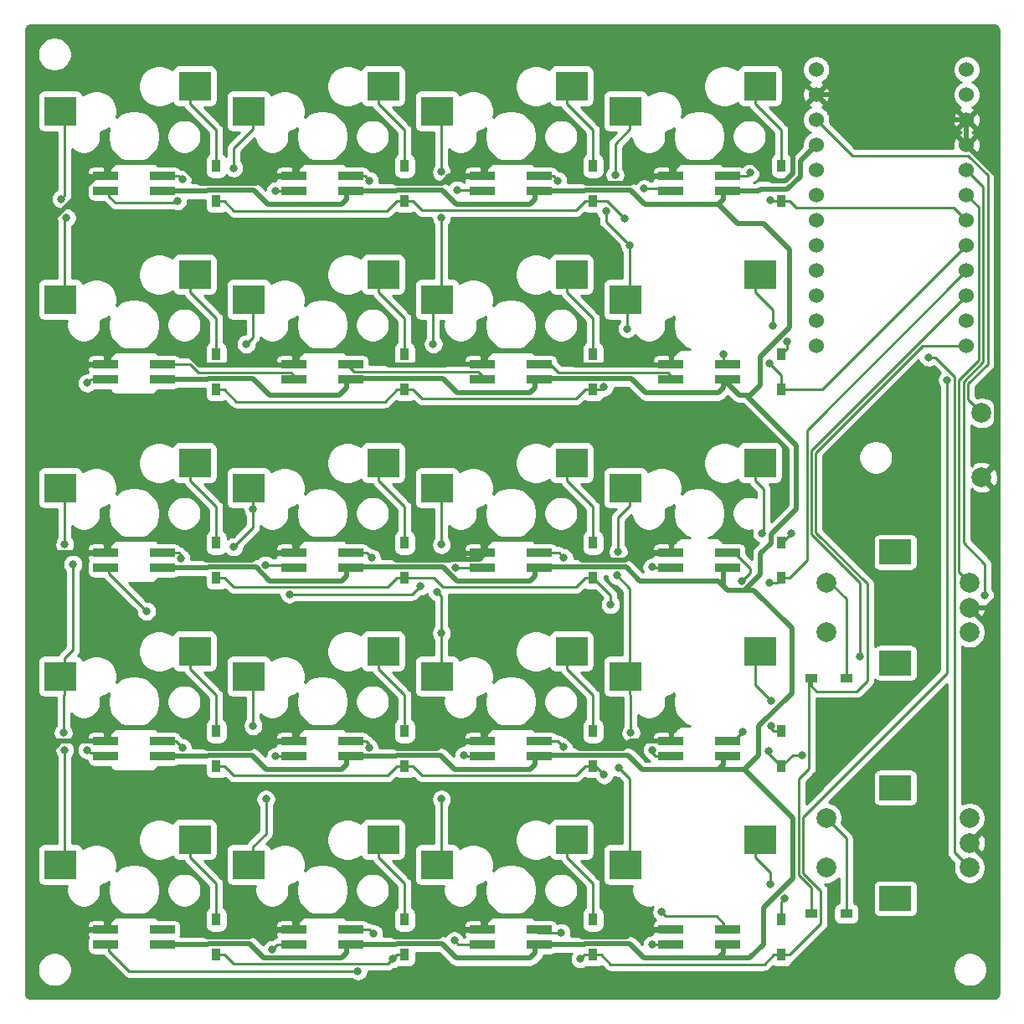
<source format=gbl>
%TF.GenerationSoftware,KiCad,Pcbnew,(5.1.10-1-10_14)*%
%TF.CreationDate,2021-11-10T22:24:01+09:00*%
%TF.ProjectId,macropad,6d616372-6f70-4616-942e-6b696361645f,rev?*%
%TF.SameCoordinates,Original*%
%TF.FileFunction,Copper,L2,Bot*%
%TF.FilePolarity,Positive*%
%FSLAX46Y46*%
G04 Gerber Fmt 4.6, Leading zero omitted, Abs format (unit mm)*
G04 Created by KiCad (PCBNEW (5.1.10-1-10_14)) date 2021-11-10 22:24:01*
%MOMM*%
%LPD*%
G01*
G04 APERTURE LIST*
%TA.AperFunction,SMDPad,CuDef*%
%ADD10R,0.950000X1.300000*%
%TD*%
%TA.AperFunction,SMDPad,CuDef*%
%ADD11R,1.300000X0.950000*%
%TD*%
%TA.AperFunction,SMDPad,CuDef*%
%ADD12R,2.500000X0.820000*%
%TD*%
%TA.AperFunction,SMDPad,CuDef*%
%ADD13R,3.300000X3.000000*%
%TD*%
%TA.AperFunction,ComponentPad*%
%ADD14C,2.000000*%
%TD*%
%TA.AperFunction,ComponentPad*%
%ADD15R,3.200000X2.500000*%
%TD*%
%TA.AperFunction,ComponentPad*%
%ADD16C,1.524000*%
%TD*%
%TA.AperFunction,ViaPad*%
%ADD17C,0.800000*%
%TD*%
%TA.AperFunction,Conductor*%
%ADD18C,0.250000*%
%TD*%
%TA.AperFunction,Conductor*%
%ADD19C,0.500000*%
%TD*%
%TA.AperFunction,Conductor*%
%ADD20C,0.254000*%
%TD*%
%TA.AperFunction,Conductor*%
%ADD21C,0.100000*%
%TD*%
G04 APERTURE END LIST*
D10*
%TO.P,D1,2*%
%TO.N,Net-(D1-Pad2)*%
X46434400Y-117287000D03*
%TO.P,D1,1*%
%TO.N,row0*%
X46434400Y-120837000D03*
%TD*%
%TO.P,D2,1*%
%TO.N,row0*%
X65484400Y-120837000D03*
%TO.P,D2,2*%
%TO.N,Net-(D2-Pad2)*%
X65484400Y-117287000D03*
%TD*%
%TO.P,D3,2*%
%TO.N,Net-(D3-Pad2)*%
X84534700Y-117288000D03*
%TO.P,D3,1*%
%TO.N,row0*%
X84534700Y-120838000D03*
%TD*%
%TO.P,D4,1*%
%TO.N,row0*%
X103584000Y-120837000D03*
%TO.P,D4,2*%
%TO.N,Net-(D4-Pad2)*%
X103584000Y-117287000D03*
%TD*%
%TO.P,D5,2*%
%TO.N,Net-(D5-Pad2)*%
X46434600Y-136338000D03*
%TO.P,D5,1*%
%TO.N,row1*%
X46434600Y-139888000D03*
%TD*%
%TO.P,D6,1*%
%TO.N,row1*%
X65484700Y-139888000D03*
%TO.P,D6,2*%
%TO.N,Net-(D6-Pad2)*%
X65484700Y-136338000D03*
%TD*%
%TO.P,D7,2*%
%TO.N,Net-(D7-Pad2)*%
X84534400Y-136337000D03*
%TO.P,D7,1*%
%TO.N,row1*%
X84534400Y-139887000D03*
%TD*%
%TO.P,D8,1*%
%TO.N,row1*%
X103585000Y-139888000D03*
%TO.P,D8,2*%
%TO.N,Net-(D8-Pad2)*%
X103585000Y-136338000D03*
%TD*%
%TO.P,D9,2*%
%TO.N,Net-(D9-Pad2)*%
X46434400Y-155387000D03*
%TO.P,D9,1*%
%TO.N,row2*%
X46434400Y-158937000D03*
%TD*%
%TO.P,D10,1*%
%TO.N,row2*%
X65484700Y-158938000D03*
%TO.P,D10,2*%
%TO.N,Net-(D10-Pad2)*%
X65484700Y-155388000D03*
%TD*%
%TO.P,D11,2*%
%TO.N,Net-(D11-Pad2)*%
X84534700Y-155388000D03*
%TO.P,D11,1*%
%TO.N,row2*%
X84534700Y-158938000D03*
%TD*%
%TO.P,D12,2*%
%TO.N,Net-(D12-Pad2)*%
X103585000Y-155388000D03*
%TO.P,D12,1*%
%TO.N,row2*%
X103585000Y-158938000D03*
%TD*%
%TO.P,D13,2*%
%TO.N,Net-(D13-Pad2)*%
X46434600Y-174438000D03*
%TO.P,D13,1*%
%TO.N,row3*%
X46434600Y-177988000D03*
%TD*%
%TO.P,D14,1*%
%TO.N,row3*%
X65484700Y-177988000D03*
%TO.P,D14,2*%
%TO.N,Net-(D14-Pad2)*%
X65484700Y-174438000D03*
%TD*%
%TO.P,D15,2*%
%TO.N,Net-(D15-Pad2)*%
X84534700Y-174438000D03*
%TO.P,D15,1*%
%TO.N,row3*%
X84534700Y-177988000D03*
%TD*%
%TO.P,D16,1*%
%TO.N,row3*%
X103585000Y-177988000D03*
%TO.P,D16,2*%
%TO.N,Net-(D16-Pad2)*%
X103585000Y-174438000D03*
%TD*%
%TO.P,D17,2*%
%TO.N,Net-(D17-Pad2)*%
X46434600Y-193488000D03*
%TO.P,D17,1*%
%TO.N,row4*%
X46434600Y-197038000D03*
%TD*%
%TO.P,D18,1*%
%TO.N,row4*%
X65484700Y-197038000D03*
%TO.P,D18,2*%
%TO.N,Net-(D18-Pad2)*%
X65484700Y-193488000D03*
%TD*%
%TO.P,D19,2*%
%TO.N,Net-(D19-Pad2)*%
X84534700Y-193488000D03*
%TO.P,D19,1*%
%TO.N,row4*%
X84534700Y-197038000D03*
%TD*%
%TO.P,D20,2*%
%TO.N,Net-(D20-Pad2)*%
X103585000Y-193488000D03*
%TO.P,D20,1*%
%TO.N,row4*%
X103585000Y-197038000D03*
%TD*%
D11*
%TO.P,D21,2*%
%TO.N,Net-(D21-Pad2)*%
X110122000Y-169069000D03*
%TO.P,D21,1*%
%TO.N,row5*%
X106572000Y-169069000D03*
%TD*%
%TO.P,D22,1*%
%TO.N,row5*%
X106572000Y-192882000D03*
%TO.P,D22,2*%
%TO.N,Net-(D22-Pad2)*%
X110122000Y-192882000D03*
%TD*%
D12*
%TO.P,L1,3*%
%TO.N,Net-(L1-Pad3)*%
X35250000Y-119812000D03*
%TO.P,L1,2*%
%TO.N,GND*%
X35250000Y-118312000D03*
%TO.P,L1,1*%
%TO.N,Net-(L1-Pad1)*%
X40950000Y-118312000D03*
%TO.P,L1,4*%
%TO.N,VCC*%
X40950000Y-119812000D03*
%TD*%
%TO.P,L2,4*%
%TO.N,VCC*%
X60000000Y-119812000D03*
%TO.P,L2,1*%
%TO.N,Net-(L1-Pad3)*%
X60000000Y-118312000D03*
%TO.P,L2,2*%
%TO.N,GND*%
X54300000Y-118312000D03*
%TO.P,L2,3*%
%TO.N,Net-(L2-Pad3)*%
X54300000Y-119812000D03*
%TD*%
%TO.P,L3,3*%
%TO.N,Net-(L3-Pad3)*%
X73350000Y-119812000D03*
%TO.P,L3,2*%
%TO.N,GND*%
X73350000Y-118312000D03*
%TO.P,L3,1*%
%TO.N,Net-(L2-Pad3)*%
X79050000Y-118312000D03*
%TO.P,L3,4*%
%TO.N,VCC*%
X79050000Y-119812000D03*
%TD*%
%TO.P,L4,4*%
%TO.N,VCC*%
X98100000Y-119812000D03*
%TO.P,L4,1*%
%TO.N,Net-(L3-Pad3)*%
X98100000Y-118312000D03*
%TO.P,L4,2*%
%TO.N,GND*%
X92400000Y-118312000D03*
%TO.P,L4,3*%
%TO.N,led*%
X92400000Y-119812000D03*
%TD*%
%TO.P,L5,4*%
%TO.N,VCC*%
X40950000Y-138862000D03*
%TO.P,L5,1*%
%TO.N,Net-(L5-Pad1)*%
X40950000Y-137362000D03*
%TO.P,L5,2*%
%TO.N,GND*%
X35250000Y-137362000D03*
%TO.P,L5,3*%
%TO.N,Net-(L1-Pad1)*%
X35250000Y-138862000D03*
%TD*%
%TO.P,L6,3*%
%TO.N,Net-(L5-Pad1)*%
X54300000Y-138862000D03*
%TO.P,L6,2*%
%TO.N,GND*%
X54300000Y-137362000D03*
%TO.P,L6,1*%
%TO.N,Net-(L6-Pad1)*%
X60000000Y-137362000D03*
%TO.P,L6,4*%
%TO.N,VCC*%
X60000000Y-138862000D03*
%TD*%
%TO.P,L7,4*%
%TO.N,VCC*%
X79050000Y-138862000D03*
%TO.P,L7,1*%
%TO.N,Net-(L7-Pad1)*%
X79050000Y-137362000D03*
%TO.P,L7,2*%
%TO.N,GND*%
X73350000Y-137362000D03*
%TO.P,L7,3*%
%TO.N,Net-(L6-Pad1)*%
X73350000Y-138862000D03*
%TD*%
%TO.P,L8,3*%
%TO.N,Net-(L7-Pad1)*%
X92400000Y-138862000D03*
%TO.P,L8,2*%
%TO.N,GND*%
X92400000Y-137362000D03*
%TO.P,L8,1*%
%TO.N,Net-(L12-Pad3)*%
X98100000Y-137362000D03*
%TO.P,L8,4*%
%TO.N,VCC*%
X98100000Y-138862000D03*
%TD*%
%TO.P,L9,3*%
%TO.N,Net-(L10-Pad1)*%
X35250000Y-157912000D03*
%TO.P,L9,2*%
%TO.N,GND*%
X35250000Y-156412000D03*
%TO.P,L9,1*%
%TO.N,Net-(L13-Pad3)*%
X40950000Y-156412000D03*
%TO.P,L9,4*%
%TO.N,VCC*%
X40950000Y-157912000D03*
%TD*%
%TO.P,L10,4*%
%TO.N,VCC*%
X60000000Y-157912000D03*
%TO.P,L10,1*%
%TO.N,Net-(L10-Pad1)*%
X60000000Y-156412000D03*
%TO.P,L10,2*%
%TO.N,GND*%
X54300000Y-156412000D03*
%TO.P,L10,3*%
%TO.N,Net-(L10-Pad3)*%
X54300000Y-157912000D03*
%TD*%
%TO.P,L11,3*%
%TO.N,Net-(L11-Pad3)*%
X73350000Y-157912000D03*
%TO.P,L11,2*%
%TO.N,GND*%
X73350000Y-156412000D03*
%TO.P,L11,1*%
%TO.N,Net-(L10-Pad3)*%
X79050000Y-156412000D03*
%TO.P,L11,4*%
%TO.N,VCC*%
X79050000Y-157912000D03*
%TD*%
%TO.P,L12,4*%
%TO.N,VCC*%
X98100000Y-157912000D03*
%TO.P,L12,1*%
%TO.N,Net-(L11-Pad3)*%
X98100000Y-156412000D03*
%TO.P,L12,2*%
%TO.N,GND*%
X92400000Y-156412000D03*
%TO.P,L12,3*%
%TO.N,Net-(L12-Pad3)*%
X92400000Y-157912000D03*
%TD*%
%TO.P,L13,4*%
%TO.N,VCC*%
X40950000Y-176962000D03*
%TO.P,L13,1*%
%TO.N,Net-(L13-Pad1)*%
X40950000Y-175462000D03*
%TO.P,L13,2*%
%TO.N,GND*%
X35250000Y-175462000D03*
%TO.P,L13,3*%
%TO.N,Net-(L13-Pad3)*%
X35250000Y-176962000D03*
%TD*%
%TO.P,L14,3*%
%TO.N,Net-(L13-Pad1)*%
X54300000Y-176962000D03*
%TO.P,L14,2*%
%TO.N,GND*%
X54300000Y-175462000D03*
%TO.P,L14,1*%
%TO.N,Net-(L14-Pad1)*%
X60000000Y-175462000D03*
%TO.P,L14,4*%
%TO.N,VCC*%
X60000000Y-176962000D03*
%TD*%
%TO.P,L15,4*%
%TO.N,VCC*%
X79050000Y-176962000D03*
%TO.P,L15,1*%
%TO.N,Net-(L15-Pad1)*%
X79050000Y-175462000D03*
%TO.P,L15,2*%
%TO.N,GND*%
X73350000Y-175462000D03*
%TO.P,L15,3*%
%TO.N,Net-(L14-Pad1)*%
X73350000Y-176962000D03*
%TD*%
%TO.P,L16,3*%
%TO.N,Net-(L15-Pad1)*%
X92400000Y-176962000D03*
%TO.P,L16,2*%
%TO.N,GND*%
X92400000Y-175462000D03*
%TO.P,L16,1*%
%TO.N,Net-(L16-Pad1)*%
X98100000Y-175462000D03*
%TO.P,L16,4*%
%TO.N,VCC*%
X98100000Y-176962000D03*
%TD*%
D13*
%TO.P,SW1,2*%
%TO.N,Net-(D1-Pad2)*%
X44250000Y-109180000D03*
%TO.P,SW1,1*%
%TO.N,col0*%
X30650000Y-111720000D03*
%TD*%
%TO.P,SW2,1*%
%TO.N,col1*%
X49700000Y-111720000D03*
%TO.P,SW2,2*%
%TO.N,Net-(D2-Pad2)*%
X63300000Y-109180000D03*
%TD*%
%TO.P,SW3,2*%
%TO.N,Net-(D3-Pad2)*%
X82350000Y-109180000D03*
%TO.P,SW3,1*%
%TO.N,col2*%
X68750000Y-111720000D03*
%TD*%
%TO.P,SW4,1*%
%TO.N,col3*%
X87800000Y-111720000D03*
%TO.P,SW4,2*%
%TO.N,Net-(D4-Pad2)*%
X101400000Y-109180000D03*
%TD*%
%TO.P,SW5,2*%
%TO.N,Net-(D5-Pad2)*%
X44250000Y-128230000D03*
%TO.P,SW5,1*%
%TO.N,col0*%
X30650000Y-130770000D03*
%TD*%
%TO.P,SW6,1*%
%TO.N,col1*%
X49700000Y-130770000D03*
%TO.P,SW6,2*%
%TO.N,Net-(D6-Pad2)*%
X63300000Y-128230000D03*
%TD*%
%TO.P,SW7,2*%
%TO.N,Net-(D7-Pad2)*%
X82350000Y-128230000D03*
%TO.P,SW7,1*%
%TO.N,col2*%
X68750000Y-130770000D03*
%TD*%
%TO.P,SW8,1*%
%TO.N,col3*%
X87800000Y-130770000D03*
%TO.P,SW8,2*%
%TO.N,Net-(D8-Pad2)*%
X101400000Y-128230000D03*
%TD*%
%TO.P,SW9,2*%
%TO.N,Net-(D9-Pad2)*%
X44250000Y-147280000D03*
%TO.P,SW9,1*%
%TO.N,col0*%
X30650000Y-149820000D03*
%TD*%
%TO.P,SW10,1*%
%TO.N,col1*%
X49700000Y-149820000D03*
%TO.P,SW10,2*%
%TO.N,Net-(D10-Pad2)*%
X63300000Y-147280000D03*
%TD*%
%TO.P,SW11,2*%
%TO.N,Net-(D11-Pad2)*%
X82350000Y-147280000D03*
%TO.P,SW11,1*%
%TO.N,col2*%
X68750000Y-149820000D03*
%TD*%
%TO.P,SW12,1*%
%TO.N,col3*%
X87800000Y-149820000D03*
%TO.P,SW12,2*%
%TO.N,Net-(D12-Pad2)*%
X101400000Y-147280000D03*
%TD*%
%TO.P,SW13,2*%
%TO.N,Net-(D13-Pad2)*%
X44250000Y-166330000D03*
%TO.P,SW13,1*%
%TO.N,col0*%
X30650000Y-168870000D03*
%TD*%
%TO.P,SW14,1*%
%TO.N,col1*%
X49700000Y-168870000D03*
%TO.P,SW14,2*%
%TO.N,Net-(D14-Pad2)*%
X63300000Y-166330000D03*
%TD*%
%TO.P,SW15,2*%
%TO.N,Net-(D15-Pad2)*%
X82350000Y-166330000D03*
%TO.P,SW15,1*%
%TO.N,col2*%
X68750000Y-168870000D03*
%TD*%
%TO.P,SW16,1*%
%TO.N,col3*%
X87800000Y-168870000D03*
%TO.P,SW16,2*%
%TO.N,Net-(D16-Pad2)*%
X101400000Y-166330000D03*
%TD*%
%TO.P,SW17,2*%
%TO.N,Net-(D17-Pad2)*%
X44250000Y-185380000D03*
%TO.P,SW17,1*%
%TO.N,col0*%
X30650000Y-187920000D03*
%TD*%
%TO.P,SW18,1*%
%TO.N,col1*%
X49700000Y-187920000D03*
%TO.P,SW18,2*%
%TO.N,Net-(D18-Pad2)*%
X63300000Y-185380000D03*
%TD*%
%TO.P,SW19,1*%
%TO.N,col2*%
X68750000Y-187920000D03*
%TO.P,SW19,2*%
%TO.N,Net-(D19-Pad2)*%
X82350000Y-185380000D03*
%TD*%
%TO.P,SW20,2*%
%TO.N,Net-(D20-Pad2)*%
X101400000Y-185380000D03*
%TO.P,SW20,1*%
%TO.N,col3*%
X87800000Y-187920000D03*
%TD*%
D14*
%TO.P,SW21,A*%
%TO.N,rotaryA*%
X122591000Y-164426000D03*
%TO.P,SW21,C*%
%TO.N,GND*%
X122591000Y-161926000D03*
%TO.P,SW21,B*%
%TO.N,rotaryB*%
X122591000Y-159426000D03*
D15*
%TO.P,SW21,MP*%
%TO.N,N/C*%
X115091000Y-167526000D03*
X115091000Y-156326000D03*
D14*
%TO.P,SW21,S2*%
%TO.N,col0*%
X108091000Y-164426000D03*
%TO.P,SW21,S1*%
%TO.N,Net-(D21-Pad2)*%
X108091000Y-159426000D03*
%TD*%
%TO.P,SW22,S1*%
%TO.N,Net-(D22-Pad2)*%
X108091000Y-183238000D03*
%TO.P,SW22,S2*%
%TO.N,col2*%
X108091000Y-188238000D03*
D15*
%TO.P,SW22,MP*%
%TO.N,N/C*%
X115091000Y-180138000D03*
X115091000Y-191338000D03*
D14*
%TO.P,SW22,B*%
%TO.N,rotaryD*%
X122591000Y-183238000D03*
%TO.P,SW22,C*%
%TO.N,GND*%
X122591000Y-185738000D03*
%TO.P,SW22,A*%
%TO.N,rotaryC*%
X122591000Y-188238000D03*
%TD*%
%TO.P,SW23,1*%
%TO.N,reset*%
X123824896Y-142250000D03*
%TO.P,SW23,2*%
%TO.N,GND*%
X123824896Y-148750000D03*
%TD*%
D16*
%TO.P,U1,1*%
%TO.N,led*%
X122302400Y-107522000D03*
%TO.P,U1,2*%
%TO.N,Net-(U1-Pad2)*%
X122302400Y-110062000D03*
%TO.P,U1,3*%
%TO.N,GND*%
X122302400Y-112602000D03*
%TO.P,U1,4*%
X122302400Y-115142000D03*
%TO.P,U1,5*%
%TO.N,rotaryA*%
X122302400Y-117682000D03*
%TO.P,U1,6*%
%TO.N,rotaryB*%
X122302400Y-120222000D03*
%TO.P,U1,7*%
%TO.N,row0*%
X122302400Y-122762000D03*
%TO.P,U1,8*%
%TO.N,row1*%
X122302400Y-125302000D03*
%TO.P,U1,9*%
%TO.N,row2*%
X122302400Y-127842000D03*
%TO.P,U1,10*%
%TO.N,row3*%
X122302400Y-130382000D03*
%TO.P,U1,11*%
%TO.N,row4*%
X122302400Y-132922000D03*
%TO.P,U1,12*%
%TO.N,row5*%
X122302400Y-135462000D03*
%TO.P,U1,13*%
%TO.N,Net-(U1-Pad13)*%
X107082400Y-135462000D03*
%TO.P,U1,14*%
%TO.N,Net-(U1-Pad14)*%
X107082400Y-132922000D03*
%TO.P,U1,15*%
%TO.N,rotaryD*%
X107082400Y-130382000D03*
%TO.P,U1,16*%
%TO.N,rotaryC*%
X107082400Y-127842000D03*
%TO.P,U1,17*%
%TO.N,col3*%
X107082400Y-125302000D03*
%TO.P,U1,18*%
%TO.N,col2*%
X107082400Y-122762000D03*
%TO.P,U1,19*%
%TO.N,col1*%
X107082400Y-120222000D03*
%TO.P,U1,20*%
%TO.N,col0*%
X107082400Y-117682000D03*
%TO.P,U1,21*%
%TO.N,VCC*%
X107082400Y-115142000D03*
%TO.P,U1,22*%
%TO.N,reset*%
X107082400Y-112602000D03*
%TO.P,U1,23*%
%TO.N,GND*%
X107082400Y-110062000D03*
%TO.P,U1,24*%
%TO.N,Net-(U1-Pad24)*%
X107082400Y-107522000D03*
%TD*%
D12*
%TO.P,L17,4*%
%TO.N,VCC*%
X40950000Y-196012000D03*
%TO.P,L17,1*%
%TO.N,Net-(L17-Pad1)*%
X40950000Y-194512000D03*
%TO.P,L17,2*%
%TO.N,GND*%
X35250000Y-194512000D03*
%TO.P,L17,3*%
%TO.N,Net-(L17-Pad3)*%
X35250000Y-196012000D03*
%TD*%
%TO.P,L18,3*%
%TO.N,Net-(L18-Pad3)*%
X54300000Y-196012000D03*
%TO.P,L18,2*%
%TO.N,GND*%
X54300000Y-194512000D03*
%TO.P,L18,1*%
%TO.N,Net-(L17-Pad3)*%
X60000000Y-194512000D03*
%TO.P,L18,4*%
%TO.N,VCC*%
X60000000Y-196012000D03*
%TD*%
%TO.P,L19,4*%
%TO.N,VCC*%
X79050000Y-196012000D03*
%TO.P,L19,1*%
%TO.N,Net-(L18-Pad3)*%
X79050000Y-194512000D03*
%TO.P,L19,2*%
%TO.N,GND*%
X73350000Y-194512000D03*
%TO.P,L19,3*%
%TO.N,Net-(L19-Pad3)*%
X73350000Y-196012000D03*
%TD*%
%TO.P,L20,3*%
%TO.N,Net-(L16-Pad1)*%
X92400000Y-196012000D03*
%TO.P,L20,2*%
%TO.N,GND*%
X92400000Y-194512000D03*
%TO.P,L20,1*%
%TO.N,Net-(L19-Pad3)*%
X98100000Y-194512000D03*
%TO.P,L20,4*%
%TO.N,VCC*%
X98100000Y-196012000D03*
%TD*%
D17*
%TO.N,row0*%
X102475100Y-120712300D03*
X87687800Y-122622500D03*
%TO.N,row1*%
X85628000Y-139649500D03*
X102390000Y-137217900D03*
%TO.N,Net-(D8-Pad2)*%
X104145200Y-135058200D03*
X102730300Y-133433100D03*
%TO.N,row2*%
X102405000Y-159424700D03*
X86300000Y-161625000D03*
%TO.N,Net-(D12-Pad2)*%
X104596800Y-154408200D03*
X101618100Y-154408200D03*
%TO.N,row3*%
X85642700Y-178836000D03*
X102298200Y-176435000D03*
X111530000Y-166910000D03*
X105650000Y-176830000D03*
%TO.N,Net-(D16-Pad2)*%
X102508400Y-173931700D03*
X102561400Y-171396900D03*
%TO.N,row4*%
X120347800Y-138909400D03*
X64265100Y-197457300D03*
X83216800Y-197457300D03*
%TO.N,Net-(D20-Pad2)*%
X103924300Y-191343200D03*
X102466600Y-189888200D03*
%TO.N,Net-(L1-Pad3)*%
X61876600Y-118757700D03*
X42504700Y-120813300D03*
%TO.N,GND*%
X42564808Y-200322488D03*
X102691320Y-200024832D03*
X102393664Y-104774912D03*
X41374184Y-104774912D03*
X29467944Y-144065504D03*
X84534304Y-144065504D03*
X109239752Y-173533448D03*
%TO.N,Net-(L1-Pad1)*%
X33383000Y-139224300D03*
X42975900Y-118655600D03*
%TO.N,Net-(L2-Pad3)*%
X80938400Y-118764700D03*
X52433200Y-119812000D03*
%TO.N,Net-(L3-Pad3)*%
X100400000Y-117970000D03*
X70780000Y-119700000D03*
%TO.N,led*%
X89700000Y-119570000D03*
%TO.N,Net-(L12-Pad3)*%
X97750000Y-136332500D03*
X90480300Y-157842500D03*
%TO.N,Net-(L10-Pad1)*%
X39364500Y-162295000D03*
X62124800Y-156921100D03*
%TO.N,Net-(L13-Pad3)*%
X42841600Y-156958100D03*
X33343400Y-176315800D03*
%TO.N,Net-(L10-Pad3)*%
X81580000Y-156890000D03*
X67066004Y-159763996D03*
X53810000Y-160575900D03*
X51421172Y-157628864D03*
%TO.N,Net-(L11-Pad3)*%
X99538959Y-159268959D03*
X70621005Y-157869030D03*
%TO.N,Net-(L13-Pad1)*%
X52440400Y-176972500D03*
X42989300Y-176082100D03*
%TO.N,Net-(L14-Pad1)*%
X61858400Y-176082100D03*
X71456300Y-176892500D03*
%TO.N,Net-(L15-Pad1)*%
X90513100Y-176329500D03*
X81535100Y-176020500D03*
%TO.N,Net-(L16-Pad1)*%
X90526300Y-196022500D03*
X99675300Y-174513500D03*
%TO.N,col0*%
X30747100Y-120608100D03*
X31283500Y-122511000D03*
X31944200Y-157541100D03*
X31100000Y-155534500D03*
X30957100Y-174585200D03*
X31100000Y-176320200D03*
%TO.N,col1*%
X48202300Y-117485900D03*
X48202300Y-155786100D03*
X50150000Y-173881000D03*
X51445200Y-181307800D03*
X49470000Y-135280000D03*
X50150000Y-151957200D03*
%TO.N,col2*%
X69200000Y-122497500D03*
X69200000Y-117876600D03*
X68770200Y-160334500D03*
X69200000Y-181307800D03*
X69200000Y-164501600D03*
X68370000Y-135280000D03*
X69200000Y-155561700D03*
%TO.N,col3*%
X86753400Y-118176100D03*
X85838000Y-121831700D03*
X88344600Y-174597500D03*
X87127200Y-178110700D03*
X88250000Y-125302000D03*
X86951600Y-158699400D03*
X87067400Y-156286000D03*
X87990000Y-133730000D03*
%TO.N,rotaryA*%
X124122552Y-160734240D03*
%TO.N,rotaryC*%
X118467088Y-136624104D03*
%TO.N,Net-(L17-Pad3)*%
X60750000Y-198685500D03*
X62330000Y-194920000D03*
%TO.N,Net-(L18-Pad3)*%
X52090000Y-196523000D03*
X81290000Y-194800000D03*
%TO.N,Net-(L19-Pad3)*%
X70500000Y-195610000D03*
X91470000Y-192710000D03*
%TD*%
D18*
%TO.N,Net-(D1-Pad2)*%
X43800000Y-109180000D02*
X43800000Y-111005300D01*
X43800000Y-111005300D02*
X46434400Y-113639700D01*
X46434400Y-113639700D02*
X46434400Y-117287000D01*
%TO.N,row0*%
X103584000Y-120837000D02*
X102783700Y-120837000D01*
X102475100Y-120712300D02*
X102659000Y-120712300D01*
X102659000Y-120712300D02*
X102783700Y-120837000D01*
X84534700Y-120838000D02*
X85903300Y-120838000D01*
X85903300Y-120838000D02*
X87687800Y-122622500D01*
X84134600Y-120838000D02*
X84534700Y-120838000D01*
X84134600Y-120838000D02*
X83734400Y-120838000D01*
X65484400Y-120837000D02*
X66284700Y-120837000D01*
X83734400Y-120838000D02*
X82818600Y-121753800D01*
X82818600Y-121753800D02*
X67201500Y-121753800D01*
X67201500Y-121753800D02*
X66284700Y-120837000D01*
X46434400Y-120837000D02*
X47234700Y-120837000D01*
X65484400Y-120837000D02*
X64684100Y-120837000D01*
X64684100Y-120837000D02*
X63712200Y-121808900D01*
X63712200Y-121808900D02*
X48206600Y-121808900D01*
X48206600Y-121808900D02*
X47234700Y-120837000D01*
X103584000Y-120837000D02*
X104384300Y-120837000D01*
X104384300Y-120837000D02*
X105039300Y-121492000D01*
X121032400Y-121492000D02*
X122302400Y-122762000D01*
X105039300Y-121492000D02*
X121032400Y-121492000D01*
%TO.N,Net-(D2-Pad2)*%
X62850000Y-109180000D02*
X62850000Y-111005300D01*
X62850000Y-111005300D02*
X65484400Y-113639700D01*
X65484400Y-113639700D02*
X65484400Y-117287000D01*
%TO.N,Net-(D3-Pad2)*%
X81900000Y-109180000D02*
X81900000Y-111005300D01*
X81900000Y-111005300D02*
X84534700Y-113640000D01*
X84534700Y-113640000D02*
X84534700Y-117288000D01*
%TO.N,Net-(D4-Pad2)*%
X100950000Y-109180000D02*
X100950000Y-111005300D01*
X100950000Y-111005300D02*
X103584000Y-113639300D01*
X103584000Y-113639300D02*
X103584000Y-117287000D01*
%TO.N,Net-(D5-Pad2)*%
X43800000Y-128230000D02*
X43800000Y-130055300D01*
X43800000Y-130055300D02*
X46434600Y-132689900D01*
X46434600Y-132689900D02*
X46434600Y-136338000D01*
%TO.N,row1*%
X103585000Y-139888000D02*
X103585000Y-138412900D01*
X103585000Y-138412900D02*
X102390000Y-137217900D01*
X85334700Y-139887000D02*
X85390500Y-139887000D01*
X85390500Y-139887000D02*
X85628000Y-139649500D01*
X84534400Y-139887000D02*
X85334700Y-139887000D01*
X65484700Y-139888000D02*
X66285000Y-139888000D01*
X84534400Y-139887000D02*
X83734100Y-139887000D01*
X83734100Y-139887000D02*
X82817300Y-140803800D01*
X82817300Y-140803800D02*
X67200800Y-140803800D01*
X67200800Y-140803800D02*
X66285000Y-139888000D01*
X46434600Y-139888000D02*
X47234900Y-139888000D01*
X65484700Y-139888000D02*
X64684400Y-139888000D01*
X64684400Y-139888000D02*
X63472900Y-141099500D01*
X63472900Y-141099500D02*
X48446400Y-141099500D01*
X48446400Y-141099500D02*
X47234900Y-139888000D01*
X107716400Y-139888000D02*
X122302400Y-125302000D01*
X103585000Y-139888000D02*
X107716400Y-139888000D01*
%TO.N,Net-(D6-Pad2)*%
X62850000Y-128230000D02*
X62850000Y-130055300D01*
X62850000Y-130055300D02*
X65484700Y-132690000D01*
X65484700Y-132690000D02*
X65484700Y-136338000D01*
%TO.N,Net-(D7-Pad2)*%
X81900000Y-128230000D02*
X81900000Y-130055300D01*
X81900000Y-130055300D02*
X84534400Y-132689700D01*
X84534400Y-132689700D02*
X84534400Y-136337000D01*
%TO.N,Net-(D8-Pad2)*%
X100950000Y-128230000D02*
X100950000Y-130055300D01*
X100950000Y-130055300D02*
X102730300Y-131835600D01*
X102730300Y-131835600D02*
X102730300Y-133433100D01*
X104145200Y-135777800D02*
X103585000Y-136338000D01*
X104145200Y-135058200D02*
X104145200Y-135777800D01*
%TO.N,Net-(D9-Pad2)*%
X43800000Y-147280000D02*
X43800000Y-149105300D01*
X43800000Y-149105300D02*
X46434400Y-151739700D01*
X46434400Y-151739700D02*
X46434400Y-155387000D01*
%TO.N,row2*%
X83734400Y-158938000D02*
X82813800Y-159858600D01*
X82813800Y-159858600D02*
X69320100Y-159858600D01*
X69320100Y-159858600D02*
X68399500Y-158938000D01*
X68399500Y-158938000D02*
X66285000Y-158938000D01*
X65484700Y-158938000D02*
X66285000Y-158938000D01*
X84534700Y-158938000D02*
X83734400Y-158938000D01*
X46434400Y-158937000D02*
X47234700Y-158937000D01*
X65484700Y-158938000D02*
X64684400Y-158938000D01*
X64684400Y-158938000D02*
X63771500Y-159850900D01*
X63771500Y-159850900D02*
X48148600Y-159850900D01*
X48148600Y-159850900D02*
X47234700Y-158937000D01*
X86300000Y-161625000D02*
X86300000Y-160703300D01*
X84534700Y-158938000D02*
X86300000Y-160703300D01*
X103098300Y-159424700D02*
X103585000Y-158938000D01*
X102405000Y-159424700D02*
X103098300Y-159424700D01*
X103985200Y-158938000D02*
X103585000Y-158938000D01*
X104385300Y-158938000D02*
X103985200Y-158938000D01*
X106159600Y-157163700D02*
X104385300Y-158938000D01*
X106159600Y-143984800D02*
X106159600Y-157163700D01*
X122302400Y-127842000D02*
X106159600Y-143984800D01*
%TO.N,Net-(D10-Pad2)*%
X62850000Y-147280000D02*
X62850000Y-149105300D01*
X62850000Y-149105300D02*
X65484700Y-151740000D01*
X65484700Y-151740000D02*
X65484700Y-155388000D01*
%TO.N,Net-(D11-Pad2)*%
X81900000Y-147280000D02*
X81900000Y-149105300D01*
X81900000Y-149105300D02*
X84534700Y-151740000D01*
X84534700Y-151740000D02*
X84534700Y-155388000D01*
%TO.N,Net-(D12-Pad2)*%
X100950000Y-147280000D02*
X100950000Y-149105300D01*
X100950000Y-149105300D02*
X101755400Y-149910700D01*
X101755400Y-149910700D02*
X101755400Y-154270900D01*
X101755400Y-154270900D02*
X101618100Y-154408200D01*
X104385300Y-154619700D02*
X104596800Y-154408200D01*
X103617000Y-155388000D02*
X104596800Y-154408200D01*
X103585000Y-155388000D02*
X103617000Y-155388000D01*
%TO.N,Net-(D13-Pad2)*%
X43800000Y-166330000D02*
X43800000Y-168155300D01*
X43800000Y-168155300D02*
X46434600Y-170789900D01*
X46434600Y-170789900D02*
X46434600Y-174438000D01*
%TO.N,row3*%
X84134600Y-177988000D02*
X84534700Y-177988000D01*
X84134600Y-177988000D02*
X83734400Y-177988000D01*
X65484700Y-177988000D02*
X66285000Y-177988000D01*
X83734400Y-177988000D02*
X82813800Y-178908600D01*
X82813800Y-178908600D02*
X67205600Y-178908600D01*
X67205600Y-178908600D02*
X66285000Y-177988000D01*
X46434600Y-177988000D02*
X47234900Y-177988000D01*
X65484700Y-177988000D02*
X64684400Y-177988000D01*
X64684400Y-177988000D02*
X63745900Y-178926500D01*
X63745900Y-178926500D02*
X48173400Y-178926500D01*
X48173400Y-178926500D02*
X47234900Y-177988000D01*
X111618800Y-166821200D02*
X111530000Y-166910000D01*
X104743000Y-176830000D02*
X103585000Y-177988000D01*
X105650000Y-176830000D02*
X104743000Y-176830000D01*
X102298200Y-176701200D02*
X103585000Y-177988000D01*
X102298200Y-176435000D02*
X102298200Y-176701200D01*
X84794700Y-177988000D02*
X85642700Y-178836000D01*
X84534700Y-177988000D02*
X84794700Y-177988000D01*
X111530000Y-166910000D02*
X111530000Y-159452616D01*
X111530000Y-159452616D02*
X106609610Y-154532226D01*
X106609610Y-146074790D02*
X122302400Y-130382000D01*
X106609610Y-154532226D02*
X106609610Y-146074790D01*
%TO.N,Net-(D14-Pad2)*%
X62850000Y-166330000D02*
X62850000Y-168155300D01*
X62850000Y-168155300D02*
X65484700Y-170790000D01*
X65484700Y-170790000D02*
X65484700Y-174438000D01*
%TO.N,Net-(D15-Pad2)*%
X81900000Y-166330000D02*
X81900000Y-168155300D01*
X81900000Y-168155300D02*
X84534700Y-170790000D01*
X84534700Y-170790000D02*
X84534700Y-174438000D01*
%TO.N,Net-(D16-Pad2)*%
X102784700Y-174438000D02*
X102508400Y-174161700D01*
X102508400Y-174161700D02*
X102508400Y-173931700D01*
X100950000Y-166330000D02*
X100950000Y-169785500D01*
X100950000Y-169785500D02*
X102561400Y-171396900D01*
X103585000Y-174438000D02*
X102784700Y-174438000D01*
%TO.N,Net-(D17-Pad2)*%
X43800000Y-185380000D02*
X43800000Y-187205300D01*
X43800000Y-187205300D02*
X46434600Y-189839900D01*
X46434600Y-189839900D02*
X46434600Y-193488000D01*
%TO.N,row4*%
X103184900Y-197038000D02*
X103585000Y-197038000D01*
X103184900Y-197038000D02*
X102784700Y-197038000D01*
X84534700Y-197038000D02*
X83636100Y-197038000D01*
X83636100Y-197038000D02*
X83216800Y-197457300D01*
X64265100Y-197457300D02*
X63761900Y-197960500D01*
X63761900Y-197960500D02*
X48157400Y-197960500D01*
X48157400Y-197960500D02*
X47234900Y-197038000D01*
X64684400Y-197038000D02*
X64265100Y-197457300D01*
X84934900Y-197038000D02*
X84534700Y-197038000D01*
X84934900Y-197038000D02*
X85335000Y-197038000D01*
X102784700Y-197038000D02*
X101825800Y-197996900D01*
X101825800Y-197996900D02*
X86293900Y-197996900D01*
X86293900Y-197996900D02*
X85335000Y-197038000D01*
X46434600Y-197038000D02*
X47234900Y-197038000D01*
X65484700Y-197038000D02*
X64684400Y-197038000D01*
X120347800Y-168563400D02*
X120347800Y-138909400D01*
X105765020Y-183146180D02*
X120347800Y-168563400D01*
X107547001Y-190551927D02*
X105765020Y-188769946D01*
X105765020Y-188769946D02*
X105765020Y-183146180D01*
X107547001Y-193617001D02*
X107547001Y-190551927D01*
X107547400Y-193616602D02*
X107547001Y-193617001D01*
X107547400Y-193875900D02*
X107547400Y-193616602D01*
X104385300Y-197038000D02*
X107547400Y-193875900D01*
X103585000Y-197038000D02*
X104385300Y-197038000D01*
%TO.N,Net-(D18-Pad2)*%
X62850000Y-185380000D02*
X62850000Y-187205300D01*
X62850000Y-187205300D02*
X65484700Y-189840000D01*
X65484700Y-189840000D02*
X65484700Y-193488000D01*
%TO.N,Net-(D19-Pad2)*%
X81900000Y-185380000D02*
X81900000Y-187205300D01*
X81900000Y-187205300D02*
X84534700Y-189840000D01*
X84534700Y-189840000D02*
X84534700Y-193488000D01*
%TO.N,Net-(D20-Pad2)*%
X100950000Y-185380000D02*
X100950000Y-187205300D01*
X100950000Y-187205300D02*
X102466600Y-188721900D01*
X102466600Y-188721900D02*
X102466600Y-189888200D01*
X103585000Y-193488000D02*
X103585000Y-191682500D01*
X103585000Y-191682500D02*
X103924300Y-191343200D01*
%TO.N,Net-(D21-Pad2)*%
X108491000Y-159426000D02*
X110122000Y-161057000D01*
X110122000Y-161057000D02*
X110122000Y-169069000D01*
%TO.N,row5*%
X106572000Y-192882000D02*
X106561760Y-192882000D01*
X106572000Y-192882000D02*
X106572000Y-192594584D01*
X106375001Y-178184135D02*
X106375001Y-169265999D01*
X106572000Y-192882000D02*
X106572000Y-190213336D01*
X105315010Y-179244126D02*
X106375001Y-178184135D01*
X106375001Y-169265999D02*
X106572000Y-169069000D01*
X105315010Y-188956346D02*
X105315010Y-179244126D01*
X106572000Y-190213336D02*
X105315010Y-188956346D01*
X117858810Y-135462000D02*
X122302400Y-135462000D01*
X107059620Y-146261190D02*
X117858810Y-135462000D01*
X107059620Y-154345826D02*
X107059620Y-146261190D01*
X112255001Y-169327575D02*
X112255001Y-159541207D01*
X112255001Y-159541207D02*
X107059620Y-154345826D01*
X111193976Y-170388600D02*
X112255001Y-169327575D01*
X107091300Y-170388600D02*
X111193976Y-170388600D01*
X106572000Y-169869300D02*
X107091300Y-170388600D01*
X106572000Y-169069000D02*
X106572000Y-169869300D01*
%TO.N,Net-(D22-Pad2)*%
X110122000Y-185269000D02*
X108091000Y-183238000D01*
X110122000Y-192882000D02*
X110122000Y-185269000D01*
%TO.N,Net-(L1-Pad3)*%
X35600000Y-119812000D02*
X35600000Y-120372300D01*
X35600000Y-120372300D02*
X36215100Y-120987400D01*
X36215100Y-120987400D02*
X42330600Y-120987400D01*
X42330600Y-120987400D02*
X42504700Y-120813300D01*
X59650000Y-118312000D02*
X61575300Y-118312000D01*
X61876600Y-118757700D02*
X61575300Y-118456400D01*
X61575300Y-118456400D02*
X61575300Y-118312000D01*
D19*
%TO.N,GND*%
X92750000Y-118312000D02*
X92750000Y-117491000D01*
X92750000Y-117491000D02*
X93288700Y-116952000D01*
X93288700Y-116952000D02*
X100792000Y-116952000D01*
X100792000Y-116952000D02*
X102640000Y-118800000D01*
X53330000Y-118312000D02*
X54650000Y-118312000D01*
X35600000Y-118312000D02*
X35600000Y-117491000D01*
X35600000Y-117491000D02*
X36138700Y-116952000D01*
X36138700Y-116952000D02*
X42682500Y-116952000D01*
X42682500Y-116952000D02*
X44767500Y-119037000D01*
X44767500Y-119037000D02*
X50440000Y-119037000D01*
X50440000Y-119037000D02*
X51165000Y-118312000D01*
X51165000Y-118312000D02*
X53330000Y-118312000D01*
X72380000Y-118312000D02*
X73700000Y-118312000D01*
X54650000Y-118312000D02*
X54650000Y-117491000D01*
X54650000Y-117491000D02*
X55188700Y-116952000D01*
X55188700Y-116952000D02*
X62532500Y-116952000D01*
X62532500Y-116952000D02*
X64617500Y-119037000D01*
X64617500Y-119037000D02*
X69242500Y-119037000D01*
X69242500Y-119037000D02*
X69967500Y-118312000D01*
X69967500Y-118312000D02*
X72380000Y-118312000D01*
X91430000Y-118312000D02*
X92750000Y-118312000D01*
X73700000Y-118312000D02*
X73700000Y-117491000D01*
X73700000Y-117491000D02*
X74238700Y-116952000D01*
X74238700Y-116952000D02*
X81742500Y-116952000D01*
X81742500Y-116952000D02*
X83828000Y-119038000D01*
X83828000Y-119038000D02*
X88290000Y-119038000D01*
X88290000Y-119038000D02*
X89015500Y-118312000D01*
X89015500Y-118312000D02*
X91430000Y-118312000D01*
X53330000Y-137362000D02*
X54650000Y-137362000D01*
X72380000Y-137362000D02*
X73700000Y-137362000D01*
X54650000Y-137362000D02*
X54650000Y-136541000D01*
X54650000Y-136541000D02*
X55188700Y-136002000D01*
X55188700Y-136002000D02*
X62392500Y-136002000D01*
X69675600Y-137362000D02*
X72380000Y-137362000D01*
X91430000Y-137362000D02*
X92750000Y-137362000D01*
X73700000Y-137362000D02*
X73700000Y-136541000D01*
X73700000Y-136541000D02*
X74238700Y-136002000D01*
X74238700Y-136002000D02*
X81162500Y-136002000D01*
X72380000Y-194512000D02*
X73700000Y-194512000D01*
X54650000Y-194512000D02*
X54650000Y-193691000D01*
X54650000Y-193691000D02*
X55188700Y-193152000D01*
X55188700Y-193152000D02*
X62362500Y-193152000D01*
X62362500Y-193152000D02*
X64448300Y-195238000D01*
X64448300Y-195238000D02*
X68930000Y-195238000D01*
X68930000Y-195238000D02*
X69655800Y-194512000D01*
X69655800Y-194512000D02*
X72380000Y-194512000D01*
X73700000Y-194512000D02*
X73700000Y-193691000D01*
X73700000Y-193691000D02*
X74238700Y-193152000D01*
X74238700Y-193152000D02*
X81332500Y-193152000D01*
X81332500Y-193152000D02*
X83418300Y-195238000D01*
X83418300Y-195238000D02*
X87910000Y-195238000D01*
X87910000Y-195238000D02*
X88635800Y-194512000D01*
X88635800Y-194512000D02*
X92750000Y-194512000D01*
X35600000Y-194512000D02*
X35600000Y-193691000D01*
X35600000Y-193691000D02*
X36138700Y-193152000D01*
X36138700Y-193152000D02*
X43392500Y-193152000D01*
X43392500Y-193152000D02*
X45478300Y-195238000D01*
X45478300Y-195238000D02*
X49820000Y-195238000D01*
X49820000Y-195238000D02*
X50545800Y-194512000D01*
X50545800Y-194512000D02*
X54650000Y-194512000D01*
X29332500Y-175462000D02*
X29297500Y-175462000D01*
X73700000Y-175462000D02*
X73700000Y-174641000D01*
X73700000Y-174641000D02*
X74238700Y-174102000D01*
X74238700Y-174102000D02*
X81042500Y-174102000D01*
X81042500Y-174102000D02*
X83128200Y-176188000D01*
X83128200Y-176188000D02*
X87570000Y-176188000D01*
X87570000Y-176188000D02*
X88295700Y-175462000D01*
X88295700Y-175462000D02*
X92750000Y-175462000D01*
X54650000Y-175462000D02*
X54650000Y-174641000D01*
X54650000Y-174641000D02*
X55188700Y-174102000D01*
X55188700Y-174102000D02*
X62622500Y-174102000D01*
X62622500Y-174102000D02*
X64708200Y-176188000D01*
X64708200Y-176188000D02*
X68770000Y-176188000D01*
X68770000Y-176188000D02*
X69495700Y-175462000D01*
X69495700Y-175462000D02*
X73700000Y-175462000D01*
X35600000Y-175462000D02*
X35600000Y-174641000D01*
X35600000Y-174641000D02*
X36138700Y-174102000D01*
X36138700Y-174102000D02*
X43392500Y-174102000D01*
X43392500Y-174102000D02*
X45478200Y-176188000D01*
X45478200Y-176188000D02*
X49840000Y-176188000D01*
X49840000Y-176188000D02*
X50565700Y-175462000D01*
X50565700Y-175462000D02*
X54650000Y-175462000D01*
X29722500Y-163628000D02*
X27480000Y-165870000D01*
X27480000Y-165870000D02*
X27480000Y-173610000D01*
X27480000Y-173610000D02*
X29332500Y-175462000D01*
X73700000Y-156412000D02*
X73700000Y-155591000D01*
X73700000Y-155591000D02*
X74238700Y-155052000D01*
X74238700Y-155052000D02*
X81302500Y-155052000D01*
X81302500Y-155052000D02*
X83388100Y-157138000D01*
X83388100Y-157138000D02*
X87820000Y-157138000D01*
X87820000Y-157138000D02*
X88545600Y-156412000D01*
X88545600Y-156412000D02*
X92750000Y-156412000D01*
X35600000Y-156412000D02*
X35600000Y-155591000D01*
X35600000Y-155591000D02*
X36138700Y-155052000D01*
X36138700Y-155052000D02*
X43262500Y-155052000D01*
X43262500Y-155052000D02*
X45347500Y-157137000D01*
X45347500Y-157137000D02*
X50000000Y-157137000D01*
X50000000Y-157137000D02*
X50725000Y-156412000D01*
X50725000Y-156412000D02*
X54650000Y-156412000D01*
X31280000Y-137362000D02*
X35600000Y-137362000D01*
X27530000Y-154220000D02*
X29722500Y-156412000D01*
X29722500Y-156412000D02*
X35600000Y-156412000D01*
X91430000Y-137362000D02*
X92750000Y-137362000D01*
X72380000Y-137362000D02*
X73700000Y-137362000D01*
X53330000Y-137362000D02*
X54650000Y-137362000D01*
X35600000Y-118312000D02*
X34280000Y-118312000D01*
X34280000Y-118312000D02*
X27660000Y-124932000D01*
X27660000Y-124932000D02*
X27660000Y-133743000D01*
X27660000Y-133743000D02*
X31280000Y-137362000D01*
X54650000Y-118312000D02*
X53330000Y-118312000D01*
X73700000Y-118312000D02*
X72380000Y-118312000D01*
X92750000Y-118312000D02*
X91430000Y-118312000D01*
X54650000Y-194512000D02*
X54574200Y-194588000D01*
X73700000Y-194512000D02*
X72380000Y-194512000D01*
X73060001Y-157051999D02*
X73700000Y-156412000D01*
X72331999Y-157051999D02*
X73060001Y-157051999D01*
X72299029Y-157019029D02*
X72331999Y-157051999D01*
X70213004Y-157019029D02*
X72299029Y-157019029D01*
X70094033Y-157138000D02*
X70213004Y-157019029D01*
X64588100Y-157138000D02*
X70094033Y-157138000D01*
X55188700Y-155052000D02*
X62502500Y-155052000D01*
X54650000Y-155591000D02*
X55188700Y-155052000D01*
X62502500Y-155052000D02*
X64588100Y-157138000D01*
X54650000Y-156412000D02*
X54650000Y-155591000D01*
X43232500Y-136002000D02*
X44668501Y-137438001D01*
X54573999Y-137438001D02*
X54650000Y-137362000D01*
X36138700Y-136002000D02*
X43232500Y-136002000D01*
X35600000Y-136541000D02*
X36138700Y-136002000D01*
X44668501Y-137438001D02*
X54573999Y-137438001D01*
X35600000Y-137362000D02*
X35600000Y-136541000D01*
X69599599Y-137438001D02*
X69675600Y-137362000D01*
X63828501Y-137438001D02*
X69599599Y-137438001D01*
X62392500Y-136002000D02*
X63828501Y-137438001D01*
X92674999Y-137437001D02*
X92750000Y-137362000D01*
X82597501Y-137437001D02*
X92674999Y-137437001D01*
X81162500Y-136002000D02*
X82597501Y-137437001D01*
X104006002Y-118800000D02*
X104774912Y-118031090D01*
X102640000Y-118800000D02*
X104006002Y-118800000D01*
X107082400Y-110062000D02*
X116015120Y-110062000D01*
X118555120Y-112602000D02*
X122302400Y-112602000D01*
X116015120Y-110062000D02*
X118555120Y-112602000D01*
X122302400Y-112602000D02*
X122302400Y-115142000D01*
X104774912Y-112369488D02*
X107082400Y-110062000D01*
X104774912Y-118031090D02*
X104774912Y-112369488D01*
X123824896Y-148750000D02*
X125313176Y-147261720D01*
X125313176Y-118152776D02*
X122302400Y-115142000D01*
X125313176Y-147261720D02*
X125313176Y-118152776D01*
X122591000Y-161926000D02*
X124419072Y-161926000D01*
X124419072Y-161926000D02*
X125313176Y-161031896D01*
X125313176Y-150238280D02*
X123824896Y-148750000D01*
X125313176Y-161031896D02*
X125313176Y-150238280D01*
X124419072Y-161926000D02*
X124421344Y-161926000D01*
X125313176Y-183015824D02*
X122591000Y-185738000D01*
X125313176Y-162817832D02*
X125313176Y-183015824D01*
X125313176Y-162817832D02*
X125313176Y-161031896D01*
X30515952Y-175646246D02*
X30515952Y-175462000D01*
X29170288Y-176991910D02*
X30515952Y-175646246D01*
X29170288Y-183356096D02*
X29170288Y-176991910D01*
X27480000Y-191130000D02*
X27480000Y-185046384D01*
X35600000Y-194512000D02*
X30862500Y-194512000D01*
X30862500Y-194512000D02*
X27480000Y-191130000D01*
X27480000Y-185046384D02*
X29170288Y-183356096D01*
X30515952Y-175462000D02*
X35600000Y-175462000D01*
X29332500Y-175462000D02*
X30515952Y-175462000D01*
X29722500Y-163628000D02*
X29722500Y-158905204D01*
X27530000Y-156712704D02*
X27530000Y-154220000D01*
X29722500Y-158905204D02*
X27530000Y-156712704D01*
X29325360Y-137362000D02*
X31280000Y-137362000D01*
X27530000Y-139157360D02*
X29325360Y-137362000D01*
X27530000Y-154220000D02*
X27530000Y-139157360D01*
D18*
%TO.N,Net-(L1-Pad1)*%
X35600000Y-138862000D02*
X33674700Y-138862000D01*
X33383000Y-139224300D02*
X33674700Y-138932600D01*
X33674700Y-138932600D02*
X33674700Y-138862000D01*
X40600000Y-118312000D02*
X42632300Y-118312000D01*
X42632300Y-118312000D02*
X42975900Y-118655600D01*
D19*
%TO.N,VCC*%
X97750000Y-119812000D02*
X101258000Y-119812000D01*
X101258000Y-119812000D02*
X101460000Y-119610000D01*
X101420000Y-137350000D02*
X101420000Y-136568000D01*
X101420000Y-136568000D02*
X104420000Y-133568000D01*
X104420000Y-133568000D02*
X104420000Y-125720000D01*
X104420000Y-125720000D02*
X101790000Y-123090000D01*
X101790000Y-123090000D02*
X99128800Y-123090000D01*
X99128800Y-123090000D02*
X97211300Y-121173000D01*
X101420000Y-137410000D02*
X101420000Y-137350000D01*
X41920000Y-138862000D02*
X45525100Y-138862000D01*
X45525100Y-138862000D02*
X45599600Y-138788000D01*
X45599600Y-138788000D02*
X50158100Y-138788000D01*
X50158100Y-138788000D02*
X51860000Y-140490000D01*
X51860000Y-140490000D02*
X58843800Y-140490000D01*
X58843800Y-140490000D02*
X59650000Y-139684000D01*
X59650000Y-139684000D02*
X59650000Y-138862000D01*
X40600000Y-138862000D02*
X41920000Y-138862000D01*
X41920000Y-157912000D02*
X45524400Y-157912000D01*
X45524400Y-157912000D02*
X45599400Y-157837000D01*
X45599400Y-157837000D02*
X50427500Y-157837000D01*
X50427500Y-157837000D02*
X51862500Y-159273000D01*
X51862500Y-159273000D02*
X59111300Y-159273000D01*
X59111300Y-159273000D02*
X59650000Y-158734000D01*
X59650000Y-158734000D02*
X59650000Y-157912000D01*
X40600000Y-157912000D02*
X41920000Y-157912000D01*
X41920000Y-176962000D02*
X45525300Y-176962000D01*
X45525300Y-176962000D02*
X45599600Y-176888000D01*
X45599600Y-176888000D02*
X50068200Y-176888000D01*
X50068200Y-176888000D02*
X51502500Y-178323000D01*
X51502500Y-178323000D02*
X59111300Y-178323000D01*
X59111300Y-178323000D02*
X59650000Y-177784000D01*
X59650000Y-177784000D02*
X59650000Y-176962000D01*
X40600000Y-176962000D02*
X41920000Y-176962000D01*
X59650000Y-196090000D02*
X59650000Y-196012000D01*
X41920000Y-196012000D02*
X45525400Y-196012000D01*
X45525400Y-196012000D02*
X45599600Y-195938000D01*
X45599600Y-195938000D02*
X49818300Y-195938000D01*
X49818300Y-195938000D02*
X51252500Y-197373000D01*
X51252500Y-197373000D02*
X59111300Y-197373000D01*
X59111300Y-197373000D02*
X59650000Y-196834000D01*
X59650000Y-196834000D02*
X59650000Y-196090000D01*
X40600000Y-196012000D02*
X41920000Y-196012000D01*
X104740000Y-183225000D02*
X104740000Y-189310000D01*
X104740000Y-189310000D02*
X101740000Y-192310000D01*
X101740000Y-192310000D02*
X101740000Y-195960000D01*
X101740000Y-195960000D02*
X100327000Y-197373000D01*
X100327000Y-197373000D02*
X97211300Y-197373000D01*
X78700000Y-196012000D02*
X83625500Y-196012000D01*
X83625500Y-196012000D02*
X83699700Y-195938000D01*
X83699700Y-195938000D02*
X88218300Y-195938000D01*
X88218300Y-195938000D02*
X89652500Y-197373000D01*
X89652500Y-197373000D02*
X97211300Y-197373000D01*
X97211300Y-197373000D02*
X97750000Y-196834000D01*
X97750000Y-196834000D02*
X97750000Y-196012000D01*
X59650000Y-196012000D02*
X64575500Y-196012000D01*
X64575500Y-196012000D02*
X64649600Y-195938000D01*
X64649600Y-195938000D02*
X69258300Y-195938000D01*
X69258300Y-195938000D02*
X70692500Y-197373000D01*
X70692500Y-197373000D02*
X78161300Y-197373000D01*
X78161300Y-197373000D02*
X78700000Y-196834000D01*
X78700000Y-196834000D02*
X78700000Y-196012000D01*
X99850000Y-160160000D02*
X100750000Y-160160000D01*
X100750000Y-160160000D02*
X104620000Y-164030000D01*
X104620000Y-164030000D02*
X104620000Y-170590000D01*
X104620000Y-170590000D02*
X101270000Y-173940000D01*
X101270000Y-173940000D02*
X101270000Y-176890000D01*
X101270000Y-176890000D02*
X99837500Y-178323000D01*
X99837500Y-178323000D02*
X97211300Y-178323000D01*
X78700000Y-176962000D02*
X78774300Y-176888000D01*
X78774300Y-176888000D02*
X88048200Y-176888000D01*
X88048200Y-176888000D02*
X89482500Y-178323000D01*
X89482500Y-178323000D02*
X97211300Y-178323000D01*
X97211300Y-178323000D02*
X97750000Y-177784000D01*
X97750000Y-177784000D02*
X97750000Y-176962000D01*
X59650000Y-176962000D02*
X64575400Y-176962000D01*
X64575400Y-176962000D02*
X64649600Y-176888000D01*
X64649600Y-176888000D02*
X69128200Y-176888000D01*
X69128200Y-176888000D02*
X70562500Y-178323000D01*
X70562500Y-178323000D02*
X78161300Y-178323000D01*
X78161300Y-178323000D02*
X78700000Y-177784000D01*
X78700000Y-177784000D02*
X78700000Y-176962000D01*
X78700000Y-157912000D02*
X78774300Y-157838000D01*
X78774300Y-157838000D02*
X87848200Y-157838000D01*
X87848200Y-157838000D02*
X89282500Y-159273000D01*
X89282500Y-159273000D02*
X97242500Y-159273000D01*
X97242500Y-159273000D02*
X97750000Y-159780000D01*
X59650000Y-157912000D02*
X59724300Y-157838000D01*
X59724300Y-157838000D02*
X69388200Y-157838000D01*
X69388200Y-157838000D02*
X70822500Y-159273000D01*
X70822500Y-159273000D02*
X78161300Y-159273000D01*
X78161300Y-159273000D02*
X78700000Y-158734000D01*
X78700000Y-158734000D02*
X78700000Y-157912000D01*
X78700000Y-138862000D02*
X78775000Y-138787000D01*
X78775000Y-138787000D02*
X88427500Y-138787000D01*
X88427500Y-138787000D02*
X89862500Y-140223000D01*
X89862500Y-140223000D02*
X97211300Y-140223000D01*
X97211300Y-140223000D02*
X97750000Y-139684000D01*
X97750000Y-139684000D02*
X97750000Y-138862000D01*
X59650000Y-138862000D02*
X59724400Y-138788000D01*
X59724400Y-138788000D02*
X69348100Y-138788000D01*
X69348100Y-138788000D02*
X70782500Y-140223000D01*
X70782500Y-140223000D02*
X78161300Y-140223000D01*
X78161300Y-140223000D02*
X78700000Y-139684000D01*
X78700000Y-139684000D02*
X78700000Y-138862000D01*
X78700000Y-119812000D02*
X83625200Y-119812000D01*
X83625200Y-119812000D02*
X83699700Y-119738000D01*
X83699700Y-119738000D02*
X88308000Y-119738000D01*
X88308000Y-119738000D02*
X89742500Y-121173000D01*
X89742500Y-121173000D02*
X97211300Y-121173000D01*
X97211300Y-121173000D02*
X97750000Y-120634000D01*
X97750000Y-120634000D02*
X97750000Y-119812000D01*
X59650000Y-119812000D02*
X64574400Y-119812000D01*
X64574400Y-119812000D02*
X64649400Y-119737000D01*
X64649400Y-119737000D02*
X69257500Y-119737000D01*
X69257500Y-119737000D02*
X70692500Y-121173000D01*
X70692500Y-121173000D02*
X78161300Y-121173000D01*
X78161300Y-121173000D02*
X78700000Y-120634000D01*
X78700000Y-120634000D02*
X78700000Y-119812000D01*
X40600000Y-119812000D02*
X45494400Y-119812000D01*
X45494400Y-119812000D02*
X45569400Y-119737000D01*
X45569400Y-119737000D02*
X50197500Y-119737000D01*
X50197500Y-119737000D02*
X51632500Y-121173000D01*
X51632500Y-121173000D02*
X59111300Y-121173000D01*
X59111300Y-121173000D02*
X59650000Y-120634000D01*
X59650000Y-120634000D02*
X59650000Y-119812000D01*
X100010000Y-140420000D02*
X105090000Y-145500000D01*
X105090000Y-145500000D02*
X105090000Y-151948000D01*
X105090000Y-151948000D02*
X102500000Y-154538000D01*
X102500000Y-154538000D02*
X102500000Y-155420000D01*
X102500000Y-155420000D02*
X101450000Y-156470000D01*
X101450000Y-156470000D02*
X101450000Y-158560000D01*
X101450000Y-158560000D02*
X99850000Y-160160000D01*
X97750000Y-159780000D02*
X97750000Y-157912000D01*
X99850000Y-160160000D02*
X98130000Y-160160000D01*
X98130000Y-160160000D02*
X97750000Y-159780000D01*
X101420000Y-137350000D02*
X101420000Y-137410000D01*
X101420000Y-137410000D02*
X101420000Y-139400000D01*
X101420000Y-139400000D02*
X100400000Y-140420000D01*
X100400000Y-140420000D02*
X100010000Y-140420000D01*
X99070000Y-157912000D02*
X97750000Y-157912000D01*
X100010000Y-140420000D02*
X99307500Y-140420000D01*
X99307500Y-140420000D02*
X97750000Y-138862000D01*
X97750000Y-119812000D02*
X97825000Y-119737000D01*
X40600000Y-138862000D02*
X41920000Y-138862000D01*
X40600000Y-157912000D02*
X41920000Y-157912000D01*
X40600000Y-176962000D02*
X41920000Y-176962000D01*
X40600000Y-196012000D02*
X41920000Y-196012000D01*
X59650000Y-196090000D02*
X59650000Y-196012000D01*
X104185964Y-119610000D02*
X105474922Y-118321043D01*
X101460000Y-119610000D02*
X104185964Y-119610000D01*
X105474922Y-116749478D02*
X107082400Y-115142000D01*
X105474922Y-118321043D02*
X105474922Y-116749478D01*
X99837500Y-178323000D02*
X104740000Y-183225000D01*
D18*
%TO.N,Net-(L2-Pad3)*%
X54650000Y-119812000D02*
X52433200Y-119812000D01*
X78700000Y-118312000D02*
X80625300Y-118312000D01*
X80938400Y-118764700D02*
X80625300Y-118451600D01*
X80625300Y-118451600D02*
X80625300Y-118312000D01*
%TO.N,Net-(L3-Pad3)*%
X100058000Y-118312000D02*
X100400000Y-117970000D01*
X97750000Y-118312000D02*
X100058000Y-118312000D01*
X73588000Y-119700000D02*
X73700000Y-119812000D01*
X70780000Y-119700000D02*
X73588000Y-119700000D01*
%TO.N,led*%
X92508000Y-119570000D02*
X92750000Y-119812000D01*
X89700000Y-119570000D02*
X92508000Y-119570000D01*
%TO.N,Net-(L5-Pad1)*%
X54000990Y-138212990D02*
X54650000Y-138862000D01*
X44630304Y-138212990D02*
X54000990Y-138212990D01*
X43779314Y-137362000D02*
X44630304Y-138212990D01*
X40600000Y-137362000D02*
X43779314Y-137362000D01*
%TO.N,Net-(L6-Pad1)*%
X72935001Y-138097001D02*
X73700000Y-138862000D01*
X60385001Y-138097001D02*
X72935001Y-138097001D01*
X59650000Y-137362000D02*
X60385001Y-138097001D01*
%TO.N,Net-(L7-Pad1)*%
X92097403Y-138209403D02*
X92750000Y-138862000D01*
X81059403Y-138209403D02*
X92097403Y-138209403D01*
X80212000Y-137362000D02*
X81059403Y-138209403D01*
X78700000Y-137362000D02*
X80212000Y-137362000D01*
%TO.N,Net-(L12-Pad3)*%
X92750000Y-157912000D02*
X90549800Y-157912000D01*
X90549800Y-157912000D02*
X90480300Y-157842500D01*
X97750000Y-137362000D02*
X97750000Y-136332500D01*
%TO.N,Net-(L10-Pad1)*%
X59650000Y-156412000D02*
X61615700Y-156412000D01*
X61615700Y-156412000D02*
X62124800Y-156921100D01*
X39364500Y-162295000D02*
X35600000Y-158530500D01*
X35600000Y-158530500D02*
X35600000Y-157912000D01*
%TO.N,Net-(L13-Pad3)*%
X33674700Y-176647100D02*
X33343400Y-176315800D01*
X35285100Y-176647100D02*
X35600000Y-176962000D01*
X33674700Y-176647100D02*
X35285100Y-176647100D01*
X42841600Y-156958100D02*
X42841600Y-156601600D01*
X42652000Y-156412000D02*
X40600000Y-156412000D01*
X42841600Y-156601600D02*
X42652000Y-156412000D01*
%TO.N,Net-(L10-Pad3)*%
X81102000Y-156412000D02*
X81580000Y-156890000D01*
X78700000Y-156412000D02*
X81102000Y-156412000D01*
X66254100Y-160575900D02*
X53810000Y-160575900D01*
X67066004Y-159763996D02*
X66254100Y-160575900D01*
X54366864Y-157628864D02*
X54650000Y-157912000D01*
X51421172Y-157628864D02*
X54366864Y-157628864D01*
%TO.N,Net-(L11-Pad3)*%
X98845002Y-156412000D02*
X100390000Y-157956998D01*
X97750000Y-156412000D02*
X98845002Y-156412000D01*
X100390000Y-158417918D02*
X99538959Y-159268959D01*
X100390000Y-157956998D02*
X100390000Y-158417918D01*
X73657030Y-157869030D02*
X73700000Y-157912000D01*
X70621005Y-157869030D02*
X73657030Y-157869030D01*
%TO.N,Net-(L13-Pad1)*%
X52440400Y-176972500D02*
X52714200Y-176972500D01*
X52714200Y-176972500D02*
X52724700Y-176962000D01*
X54650000Y-176962000D02*
X52724700Y-176962000D01*
X42369200Y-175462000D02*
X42989300Y-176082100D01*
X40600000Y-175462000D02*
X42369200Y-175462000D01*
%TO.N,Net-(L14-Pad1)*%
X73700000Y-176962000D02*
X71525800Y-176962000D01*
X71525800Y-176962000D02*
X71456300Y-176892500D01*
X61858400Y-176082100D02*
X61858400Y-175748400D01*
X61572000Y-175462000D02*
X59650000Y-175462000D01*
X61858400Y-175748400D02*
X61572000Y-175462000D01*
%TO.N,Net-(L15-Pad1)*%
X90824700Y-176962000D02*
X90513100Y-176650400D01*
X90513100Y-176650400D02*
X90513100Y-176329500D01*
X92750000Y-176962000D02*
X90824700Y-176962000D01*
X78700000Y-175462000D02*
X80976600Y-175462000D01*
X80976600Y-175462000D02*
X81535100Y-176020500D01*
%TO.N,Net-(L16-Pad1)*%
X92750000Y-196012000D02*
X90824700Y-196012000D01*
X90526300Y-196022500D02*
X90814200Y-196022500D01*
X90814200Y-196022500D02*
X90824700Y-196012000D01*
X98726800Y-175462000D02*
X99675300Y-174513500D01*
X97750000Y-175462000D02*
X98726800Y-175462000D01*
%TO.N,col0*%
X31100000Y-130770000D02*
X31100000Y-122694500D01*
X31100000Y-122694500D02*
X31283500Y-122511000D01*
X31100000Y-111720000D02*
X31100000Y-120255200D01*
X31100000Y-120255200D02*
X30747100Y-120608100D01*
X31100000Y-149820000D02*
X31100000Y-155534500D01*
X31100000Y-168870000D02*
X31100000Y-167044700D01*
X31100000Y-167044700D02*
X31944200Y-166200500D01*
X31944200Y-166200500D02*
X31944200Y-157541100D01*
X31100000Y-170695300D02*
X30957100Y-170838200D01*
X30957100Y-170838200D02*
X30957100Y-174585200D01*
X31100000Y-187920000D02*
X31100000Y-176320200D01*
X31100000Y-168870000D02*
X31100000Y-170695300D01*
%TO.N,col1*%
X50150000Y-111720000D02*
X50150000Y-113545300D01*
X48202300Y-117485900D02*
X48202300Y-115493000D01*
X48202300Y-115493000D02*
X50150000Y-113545300D01*
X48202300Y-155786100D02*
X50150000Y-153838400D01*
X50150000Y-153838400D02*
X50150000Y-151957200D01*
X50150000Y-187920000D02*
X50150000Y-186094700D01*
X50150000Y-168870000D02*
X50150000Y-173881000D01*
X50150000Y-186094700D02*
X51445200Y-184799500D01*
X51445200Y-184799500D02*
X51445200Y-181307800D01*
X50150000Y-149820000D02*
X50150000Y-151957200D01*
X50150000Y-134600000D02*
X49470000Y-135280000D01*
X50150000Y-130770000D02*
X50150000Y-134600000D01*
%TO.N,col2*%
X69200000Y-130770000D02*
X69200000Y-122497500D01*
X69200000Y-111720000D02*
X69200000Y-117876600D01*
X69200000Y-164501600D02*
X69200000Y-160764300D01*
X69200000Y-160764300D02*
X68770200Y-160334500D01*
X69200000Y-167044700D02*
X69200000Y-164501600D01*
X69200000Y-187920000D02*
X69200000Y-181307800D01*
X69200000Y-168870000D02*
X69200000Y-167044700D01*
X69200000Y-149820000D02*
X69200000Y-155561700D01*
X68370000Y-131600000D02*
X69200000Y-130770000D01*
X68370000Y-135280000D02*
X68370000Y-131600000D01*
%TO.N,col3*%
X88250000Y-125302000D02*
X85838000Y-122890000D01*
X85838000Y-122890000D02*
X85838000Y-121831700D01*
X88250000Y-111720000D02*
X88250000Y-113545300D01*
X88250000Y-113545300D02*
X86753400Y-115041900D01*
X86753400Y-115041900D02*
X86753400Y-118176100D01*
X88250000Y-130770000D02*
X88250000Y-125302000D01*
X88250000Y-168870000D02*
X88250000Y-170695300D01*
X88250000Y-170695300D02*
X88344600Y-170789900D01*
X88344600Y-170789900D02*
X88344600Y-174597500D01*
X88250000Y-187920000D02*
X88250000Y-179233500D01*
X88250000Y-179233500D02*
X87127200Y-178110700D01*
X88250000Y-149820000D02*
X88250000Y-151645300D01*
X88250000Y-151645300D02*
X87067400Y-152827900D01*
X87067400Y-152827900D02*
X87067400Y-156286000D01*
X88250000Y-168870000D02*
X88250000Y-159997800D01*
X88250000Y-159997800D02*
X86951600Y-158699400D01*
X87990000Y-131030000D02*
X88250000Y-130770000D01*
X87990000Y-133730000D02*
X87990000Y-131030000D01*
%TO.N,rotaryA*%
X124122552Y-160734240D02*
X124122552Y-157526163D01*
X124122552Y-157526163D02*
X121972821Y-155376432D01*
X121972821Y-139112589D02*
X123977250Y-137108160D01*
X121972821Y-155376432D02*
X121972821Y-139112589D01*
X123977250Y-119356850D02*
X122302400Y-117682000D01*
X123977250Y-137108160D02*
X123977250Y-119356850D01*
%TO.N,rotaryB*%
X122302400Y-120222000D02*
X123527240Y-121446840D01*
X123527240Y-136921760D02*
X121522811Y-138926189D01*
X123527240Y-121446840D02*
X123527240Y-136921760D01*
X121522811Y-158357811D02*
X122591000Y-159426000D01*
X121522811Y-138926189D02*
X121522811Y-158357811D01*
%TO.N,rotaryC*%
X121072801Y-138561399D02*
X121072801Y-186719801D01*
X119135506Y-136624104D02*
X121072801Y-138561399D01*
X121072801Y-186719801D02*
X122591000Y-188238000D01*
X118467088Y-136624104D02*
X119135506Y-136624104D01*
%TO.N,reset*%
X122458163Y-116229001D02*
X124427260Y-118198098D01*
X110709401Y-116229001D02*
X122458163Y-116229001D01*
X107082400Y-112602000D02*
X110709401Y-116229001D01*
X124427260Y-118198098D02*
X124427259Y-137294561D01*
X124427259Y-137294561D02*
X122422831Y-139298989D01*
X122422831Y-140847935D02*
X123824896Y-142250000D01*
X122422831Y-139298989D02*
X122422831Y-140847935D01*
%TO.N,Net-(L17-Pad3)*%
X37629014Y-198685500D02*
X60750000Y-198685500D01*
X35600000Y-196656486D02*
X37629014Y-198685500D01*
X35600000Y-196012000D02*
X35600000Y-196656486D01*
X61922000Y-194512000D02*
X59650000Y-194512000D01*
X62330000Y-194920000D02*
X61922000Y-194512000D01*
%TO.N,Net-(L18-Pad3)*%
X52601000Y-196012000D02*
X52090000Y-196523000D01*
X54650000Y-196012000D02*
X52601000Y-196012000D01*
X78988000Y-194800000D02*
X78700000Y-194512000D01*
X81290000Y-194800000D02*
X78988000Y-194800000D01*
%TO.N,Net-(L19-Pad3)*%
X70902000Y-196012000D02*
X70500000Y-195610000D01*
X73700000Y-196012000D02*
X70902000Y-196012000D01*
X97750000Y-193867514D02*
X97750000Y-194512000D01*
X96992485Y-193109999D02*
X97750000Y-193867514D01*
X91869999Y-193109999D02*
X96992485Y-193109999D01*
X91470000Y-192710000D02*
X91869999Y-193109999D01*
%TD*%
D20*
%TO.N,GND*%
X125117972Y-103067390D02*
X125216522Y-103097145D01*
X125307416Y-103145474D01*
X125387189Y-103210536D01*
X125452809Y-103289857D01*
X125501770Y-103380408D01*
X125532211Y-103478747D01*
X125546151Y-103611377D01*
X125546144Y-200885522D01*
X125532934Y-201020250D01*
X125503180Y-201118799D01*
X125454850Y-201209693D01*
X125389793Y-201289462D01*
X125310470Y-201355083D01*
X125219918Y-201404045D01*
X125121583Y-201434485D01*
X124988963Y-201448424D01*
X27714301Y-201448431D01*
X27579561Y-201435220D01*
X27481015Y-201405467D01*
X27390118Y-201357136D01*
X27310345Y-201292075D01*
X27244725Y-201212753D01*
X27195764Y-201122202D01*
X27165323Y-201023863D01*
X27151384Y-200891243D01*
X27151384Y-198365669D01*
X28328256Y-198365669D01*
X28328256Y-198707435D01*
X28394931Y-199042633D01*
X28525719Y-199358383D01*
X28715593Y-199642550D01*
X28957258Y-199884215D01*
X29241425Y-200074089D01*
X29557175Y-200204877D01*
X29892373Y-200271552D01*
X30234139Y-200271552D01*
X30569337Y-200204877D01*
X30885087Y-200074089D01*
X31169254Y-199884215D01*
X31410919Y-199642550D01*
X31600793Y-199358383D01*
X31731581Y-199042633D01*
X31798256Y-198707435D01*
X31798256Y-198365669D01*
X31731581Y-198030471D01*
X31600793Y-197714721D01*
X31410919Y-197430554D01*
X31169254Y-197188889D01*
X30885087Y-196999015D01*
X30569337Y-196868227D01*
X30234139Y-196801552D01*
X29892373Y-196801552D01*
X29557175Y-196868227D01*
X29241425Y-196999015D01*
X28957258Y-197188889D01*
X28715593Y-197430554D01*
X28525719Y-197714721D01*
X28394931Y-198030471D01*
X28328256Y-198365669D01*
X27151384Y-198365669D01*
X27151384Y-194102000D01*
X33361928Y-194102000D01*
X33365000Y-194226250D01*
X33523750Y-194385000D01*
X35123000Y-194385000D01*
X35123000Y-193625750D01*
X34964250Y-193467000D01*
X34000000Y-193463928D01*
X33875518Y-193476188D01*
X33755820Y-193512498D01*
X33645506Y-193571463D01*
X33548815Y-193650815D01*
X33469463Y-193747506D01*
X33410498Y-193857820D01*
X33374188Y-193977518D01*
X33361928Y-194102000D01*
X27151384Y-194102000D01*
X27151381Y-136952000D01*
X33361928Y-136952000D01*
X33365000Y-137076250D01*
X33523750Y-137235000D01*
X35123000Y-137235000D01*
X35123000Y-136475750D01*
X34964250Y-136317000D01*
X34000000Y-136313928D01*
X33875518Y-136326188D01*
X33755820Y-136362498D01*
X33645506Y-136421463D01*
X33548815Y-136500815D01*
X33469463Y-136597506D01*
X33410498Y-136707820D01*
X33374188Y-136827518D01*
X33361928Y-136952000D01*
X27151381Y-136952000D01*
X27151379Y-110220000D01*
X28361928Y-110220000D01*
X28361928Y-113220000D01*
X28374188Y-113344482D01*
X28410498Y-113464180D01*
X28469463Y-113574494D01*
X28548815Y-113671185D01*
X28645506Y-113750537D01*
X28755820Y-113809502D01*
X28875518Y-113845812D01*
X29000000Y-113858072D01*
X30340000Y-113858072D01*
X30340001Y-119656450D01*
X30256844Y-119690895D01*
X30087326Y-119804163D01*
X29943163Y-119948326D01*
X29829895Y-120117844D01*
X29751874Y-120306202D01*
X29712100Y-120506161D01*
X29712100Y-120710039D01*
X29751874Y-120909998D01*
X29829895Y-121098356D01*
X29943163Y-121267874D01*
X30087326Y-121412037D01*
X30256844Y-121525305D01*
X30445202Y-121603326D01*
X30645161Y-121643100D01*
X30719454Y-121643100D01*
X30623726Y-121707063D01*
X30479563Y-121851226D01*
X30366295Y-122020744D01*
X30288274Y-122209102D01*
X30248500Y-122409061D01*
X30248500Y-122612939D01*
X30288274Y-122812898D01*
X30340001Y-122937777D01*
X30340000Y-128631928D01*
X29000000Y-128631928D01*
X28875518Y-128644188D01*
X28755820Y-128680498D01*
X28645506Y-128739463D01*
X28548815Y-128818815D01*
X28469463Y-128915506D01*
X28410498Y-129025820D01*
X28374188Y-129145518D01*
X28361928Y-129270000D01*
X28361928Y-132270000D01*
X28374188Y-132394482D01*
X28410498Y-132514180D01*
X28469463Y-132624494D01*
X28548815Y-132721185D01*
X28645506Y-132800537D01*
X28755820Y-132859502D01*
X28875518Y-132895812D01*
X29000000Y-132908072D01*
X31338914Y-132908072D01*
X31285000Y-133179117D01*
X31285000Y-133520883D01*
X31351675Y-133856081D01*
X31482463Y-134171831D01*
X31672337Y-134455998D01*
X31914002Y-134697663D01*
X32198169Y-134887537D01*
X32513919Y-135018325D01*
X32849117Y-135085000D01*
X33190883Y-135085000D01*
X33526081Y-135018325D01*
X33841831Y-134887537D01*
X34125998Y-134697663D01*
X34367663Y-134455998D01*
X34557537Y-134171831D01*
X34688325Y-133856081D01*
X34755000Y-133520883D01*
X34755000Y-133179117D01*
X34700509Y-132905172D01*
X34912756Y-132862953D01*
X35301302Y-132702012D01*
X35598578Y-132503379D01*
X35566261Y-132581399D01*
X35465000Y-133090475D01*
X35465000Y-133609525D01*
X35566261Y-134118601D01*
X35764893Y-134598141D01*
X36053262Y-135029715D01*
X36420285Y-135396738D01*
X36851859Y-135685107D01*
X37170277Y-135817000D01*
X36384135Y-135817000D01*
X36350000Y-135813638D01*
X36315866Y-135817000D01*
X36315865Y-135817000D01*
X36213756Y-135827057D01*
X36082748Y-135866798D01*
X35962011Y-135931333D01*
X35856183Y-136018183D01*
X35769333Y-136124011D01*
X35704798Y-136244748D01*
X35683023Y-136316531D01*
X35535750Y-136317000D01*
X35377000Y-136475750D01*
X35377000Y-137235000D01*
X35655001Y-137235000D01*
X35655001Y-137489000D01*
X35377000Y-137489000D01*
X35377000Y-137509000D01*
X35123000Y-137509000D01*
X35123000Y-137489000D01*
X33523750Y-137489000D01*
X33365000Y-137647750D01*
X33361928Y-137772000D01*
X33374188Y-137896482D01*
X33410498Y-138016180D01*
X33461716Y-138112000D01*
X33448695Y-138136360D01*
X33382453Y-138156454D01*
X33321003Y-138189300D01*
X33281061Y-138189300D01*
X33081102Y-138229074D01*
X32892744Y-138307095D01*
X32723226Y-138420363D01*
X32579063Y-138564526D01*
X32465795Y-138734044D01*
X32387774Y-138922402D01*
X32348000Y-139122361D01*
X32348000Y-139326239D01*
X32387774Y-139526198D01*
X32465795Y-139714556D01*
X32579063Y-139884074D01*
X32723226Y-140028237D01*
X32892744Y-140141505D01*
X33081102Y-140219526D01*
X33281061Y-140259300D01*
X33484939Y-140259300D01*
X33684898Y-140219526D01*
X33873256Y-140141505D01*
X34042774Y-140028237D01*
X34160939Y-139910072D01*
X35683812Y-139910072D01*
X35704798Y-139979252D01*
X35769333Y-140099989D01*
X35856183Y-140205817D01*
X35921353Y-140259300D01*
X35962011Y-140292667D01*
X36082748Y-140357202D01*
X36213756Y-140396943D01*
X36350000Y-140410362D01*
X36384134Y-140407000D01*
X39815866Y-140407000D01*
X39850000Y-140410362D01*
X39986244Y-140396943D01*
X40117252Y-140357202D01*
X40237989Y-140292667D01*
X40343817Y-140205817D01*
X40430667Y-140099989D01*
X40495202Y-139979252D01*
X40516188Y-139910072D01*
X42200000Y-139910072D01*
X42324482Y-139897812D01*
X42444180Y-139861502D01*
X42554494Y-139802537D01*
X42622166Y-139747000D01*
X45321528Y-139747000D01*
X45321528Y-140538000D01*
X45333788Y-140662482D01*
X45370098Y-140782180D01*
X45429063Y-140892494D01*
X45508415Y-140989185D01*
X45605106Y-141068537D01*
X45715420Y-141127502D01*
X45835118Y-141163812D01*
X45959600Y-141176072D01*
X46909600Y-141176072D01*
X47034082Y-141163812D01*
X47153780Y-141127502D01*
X47264094Y-141068537D01*
X47306134Y-141034036D01*
X47882601Y-141610503D01*
X47906399Y-141639501D01*
X48022124Y-141734474D01*
X48154153Y-141805046D01*
X48297414Y-141848503D01*
X48409067Y-141859500D01*
X48409075Y-141859500D01*
X48446400Y-141863176D01*
X48483725Y-141859500D01*
X63435578Y-141859500D01*
X63472900Y-141863176D01*
X63510222Y-141859500D01*
X63510233Y-141859500D01*
X63621886Y-141848503D01*
X63765147Y-141805046D01*
X63897176Y-141734474D01*
X64012901Y-141639501D01*
X64036704Y-141610497D01*
X64613166Y-141034036D01*
X64655206Y-141068537D01*
X64765520Y-141127502D01*
X64885218Y-141163812D01*
X65009700Y-141176072D01*
X65959700Y-141176072D01*
X66084182Y-141163812D01*
X66203880Y-141127502D01*
X66314194Y-141068537D01*
X66356234Y-141034036D01*
X66637001Y-141314803D01*
X66660799Y-141343801D01*
X66776524Y-141438774D01*
X66908553Y-141509346D01*
X67051814Y-141552803D01*
X67163467Y-141563800D01*
X67163475Y-141563800D01*
X67200800Y-141567476D01*
X67238125Y-141563800D01*
X82779978Y-141563800D01*
X82817300Y-141567476D01*
X82854622Y-141563800D01*
X82854633Y-141563800D01*
X82966286Y-141552803D01*
X83109547Y-141509346D01*
X83241576Y-141438774D01*
X83357301Y-141343801D01*
X83381103Y-141314798D01*
X83662866Y-141033036D01*
X83704906Y-141067537D01*
X83815220Y-141126502D01*
X83934918Y-141162812D01*
X84059400Y-141175072D01*
X85009400Y-141175072D01*
X85133882Y-141162812D01*
X85253580Y-141126502D01*
X85363894Y-141067537D01*
X85460585Y-140988185D01*
X85539937Y-140891494D01*
X85598902Y-140781180D01*
X85628230Y-140684500D01*
X85729939Y-140684500D01*
X85929898Y-140644726D01*
X86118256Y-140566705D01*
X86287774Y-140453437D01*
X86431937Y-140309274D01*
X86545205Y-140139756D01*
X86623226Y-139951398D01*
X86663000Y-139751439D01*
X86663000Y-139672000D01*
X88060742Y-139672000D01*
X89205875Y-140817933D01*
X89233683Y-140851817D01*
X89299447Y-140905788D01*
X89368183Y-140962239D01*
X89368322Y-140962313D01*
X89368441Y-140962411D01*
X89444699Y-141003171D01*
X89521900Y-141044470D01*
X89522049Y-141044515D01*
X89522187Y-141044589D01*
X89606253Y-141070091D01*
X89688706Y-141095134D01*
X89688859Y-141095149D01*
X89689010Y-141095195D01*
X89777717Y-141103932D01*
X89862190Y-141112281D01*
X89905814Y-141108000D01*
X97167955Y-141108000D01*
X97211547Y-141112281D01*
X97294897Y-141104049D01*
X97384790Y-141095195D01*
X97384913Y-141095158D01*
X97385032Y-141095146D01*
X97466564Y-141070389D01*
X97551613Y-141044589D01*
X97551723Y-141044530D01*
X97551842Y-141044494D01*
X97627292Y-141004138D01*
X97705359Y-140962411D01*
X97705458Y-140962330D01*
X97705564Y-140962273D01*
X97771309Y-140908287D01*
X97840117Y-140851817D01*
X97867913Y-140817948D01*
X98160893Y-140524804D01*
X98650926Y-141014995D01*
X98678683Y-141048817D01*
X98745343Y-141103524D01*
X98813322Y-141159331D01*
X98813384Y-141159364D01*
X98813441Y-141159411D01*
X98890909Y-141200818D01*
X98967054Y-141241534D01*
X98967124Y-141241555D01*
X98967187Y-141241589D01*
X99050126Y-141266749D01*
X99133869Y-141292167D01*
X99133941Y-141292174D01*
X99134010Y-141292195D01*
X99224081Y-141301066D01*
X99307357Y-141309281D01*
X99350895Y-141305000D01*
X99643422Y-141305000D01*
X104205000Y-145866579D01*
X104205001Y-151581420D01*
X102515400Y-153271022D01*
X102515400Y-149948033D01*
X102519077Y-149910700D01*
X102504403Y-149761714D01*
X102460946Y-149618453D01*
X102390374Y-149486424D01*
X102334279Y-149418072D01*
X103050000Y-149418072D01*
X103174482Y-149405812D01*
X103294180Y-149369502D01*
X103404494Y-149310537D01*
X103501185Y-149231185D01*
X103580537Y-149134494D01*
X103639502Y-149024180D01*
X103675812Y-148904482D01*
X103688072Y-148780000D01*
X103688072Y-145780000D01*
X103675812Y-145655518D01*
X103639502Y-145535820D01*
X103580537Y-145425506D01*
X103501185Y-145328815D01*
X103404494Y-145249463D01*
X103294180Y-145190498D01*
X103174482Y-145154188D01*
X103050000Y-145141928D01*
X99750000Y-145141928D01*
X99625518Y-145154188D01*
X99505820Y-145190498D01*
X99395506Y-145249463D01*
X99298815Y-145328815D01*
X99219463Y-145425506D01*
X99160498Y-145535820D01*
X99127160Y-145645719D01*
X98801302Y-145427988D01*
X98412756Y-145267047D01*
X98000279Y-145185000D01*
X97579721Y-145185000D01*
X97167244Y-145267047D01*
X96778698Y-145427988D01*
X96429017Y-145661637D01*
X96131637Y-145959017D01*
X95897988Y-146308698D01*
X95737047Y-146697244D01*
X95655000Y-147109721D01*
X95655000Y-147530279D01*
X95737047Y-147942756D01*
X95897988Y-148331302D01*
X96131637Y-148680983D01*
X96429017Y-148978363D01*
X96778698Y-149212012D01*
X97167244Y-149372953D01*
X97579721Y-149455000D01*
X98000279Y-149455000D01*
X98412756Y-149372953D01*
X98801302Y-149212012D01*
X99147338Y-148980798D01*
X99160498Y-149024180D01*
X99219463Y-149134494D01*
X99298815Y-149231185D01*
X99395506Y-149310537D01*
X99505820Y-149369502D01*
X99625518Y-149405812D01*
X99750000Y-149418072D01*
X100255425Y-149418072D01*
X100315026Y-149529576D01*
X100381065Y-149610044D01*
X100410000Y-149645301D01*
X100438998Y-149669099D01*
X100995400Y-150225502D01*
X100995400Y-150797667D01*
X100836081Y-150731675D01*
X100500883Y-150665000D01*
X100159117Y-150665000D01*
X99823919Y-150731675D01*
X99508169Y-150862463D01*
X99224002Y-151052337D01*
X98982337Y-151294002D01*
X98792463Y-151578169D01*
X98661675Y-151893919D01*
X98595000Y-152229117D01*
X98595000Y-152570883D01*
X98661675Y-152906081D01*
X98792463Y-153221831D01*
X98982337Y-153505998D01*
X99224002Y-153747663D01*
X99508169Y-153937537D01*
X99823919Y-154068325D01*
X100159117Y-154135000D01*
X100500883Y-154135000D01*
X100621956Y-154110917D01*
X100583100Y-154306261D01*
X100583100Y-154510139D01*
X100622874Y-154710098D01*
X100700895Y-154898456D01*
X100814163Y-155067974D01*
X100958326Y-155212137D01*
X101127844Y-155325405D01*
X101279994Y-155388428D01*
X100854956Y-155813466D01*
X100821183Y-155841183D01*
X100710589Y-155975942D01*
X100628411Y-156129688D01*
X100618463Y-156162482D01*
X100582456Y-156281180D01*
X100577805Y-156296511D01*
X100565000Y-156426524D01*
X100565000Y-156426531D01*
X100560719Y-156470000D01*
X100565000Y-156513469D01*
X100565000Y-157057197D01*
X99988072Y-156480269D01*
X99988072Y-156002000D01*
X99975812Y-155877518D01*
X99939502Y-155757820D01*
X99880537Y-155647506D01*
X99801185Y-155550815D01*
X99704494Y-155471463D01*
X99594180Y-155412498D01*
X99474482Y-155376188D01*
X99350000Y-155363928D01*
X97666188Y-155363928D01*
X97645202Y-155294748D01*
X97580667Y-155174011D01*
X97527727Y-155109503D01*
X97493817Y-155068183D01*
X97387989Y-154981333D01*
X97267252Y-154916798D01*
X97136244Y-154877057D01*
X97034135Y-154867000D01*
X97034134Y-154867000D01*
X97000000Y-154863638D01*
X96965865Y-154867000D01*
X96179723Y-154867000D01*
X96498141Y-154735107D01*
X96929715Y-154446738D01*
X97296738Y-154079715D01*
X97585107Y-153648141D01*
X97783739Y-153168601D01*
X97885000Y-152659525D01*
X97885000Y-152140475D01*
X97783739Y-151631399D01*
X97585107Y-151151859D01*
X97296738Y-150720285D01*
X96929715Y-150353262D01*
X96498141Y-150064893D01*
X96018601Y-149866261D01*
X95509525Y-149765000D01*
X94990475Y-149765000D01*
X94481399Y-149866261D01*
X94001859Y-150064893D01*
X93570285Y-150353262D01*
X93505905Y-150417642D01*
X93575000Y-150070279D01*
X93575000Y-149649721D01*
X93492953Y-149237244D01*
X93332012Y-148848698D01*
X93098363Y-148499017D01*
X92800983Y-148201637D01*
X92451302Y-147967988D01*
X92062756Y-147807047D01*
X91650279Y-147725000D01*
X91229721Y-147725000D01*
X90817244Y-147807047D01*
X90428698Y-147967988D01*
X90079017Y-148201637D01*
X90076648Y-148204006D01*
X90075812Y-148195518D01*
X90039502Y-148075820D01*
X89980537Y-147965506D01*
X89901185Y-147868815D01*
X89804494Y-147789463D01*
X89694180Y-147730498D01*
X89574482Y-147694188D01*
X89450000Y-147681928D01*
X86150000Y-147681928D01*
X86025518Y-147694188D01*
X85905820Y-147730498D01*
X85795506Y-147789463D01*
X85698815Y-147868815D01*
X85619463Y-147965506D01*
X85560498Y-148075820D01*
X85524188Y-148195518D01*
X85511928Y-148320000D01*
X85511928Y-151320000D01*
X85524188Y-151444482D01*
X85560498Y-151564180D01*
X85619463Y-151674494D01*
X85698815Y-151771185D01*
X85795506Y-151850537D01*
X85905820Y-151909502D01*
X86025518Y-151945812D01*
X86150000Y-151958072D01*
X86862427Y-151958072D01*
X86556403Y-152264096D01*
X86527399Y-152287899D01*
X86475740Y-152350846D01*
X86432426Y-152403624D01*
X86386951Y-152488702D01*
X86361854Y-152535654D01*
X86318397Y-152678915D01*
X86307400Y-152790568D01*
X86307400Y-152790578D01*
X86303724Y-152827900D01*
X86307400Y-152865223D01*
X86307401Y-155582288D01*
X86263463Y-155626226D01*
X86150195Y-155795744D01*
X86072174Y-155984102D01*
X86032400Y-156184061D01*
X86032400Y-156387939D01*
X86072174Y-156587898D01*
X86150195Y-156776256D01*
X86263463Y-156945774D01*
X86270689Y-156953000D01*
X82615000Y-156953000D01*
X82615000Y-156788061D01*
X82575226Y-156588102D01*
X82497205Y-156399744D01*
X82383937Y-156230226D01*
X82239774Y-156086063D01*
X82070256Y-155972795D01*
X81881898Y-155894774D01*
X81681939Y-155855000D01*
X81621288Y-155855000D01*
X81526276Y-155777026D01*
X81394247Y-155706454D01*
X81250986Y-155662997D01*
X81139333Y-155652000D01*
X81139322Y-155652000D01*
X81102000Y-155648324D01*
X81064678Y-155652000D01*
X80832939Y-155652000D01*
X80830537Y-155647506D01*
X80751185Y-155550815D01*
X80654494Y-155471463D01*
X80544180Y-155412498D01*
X80424482Y-155376188D01*
X80300000Y-155363928D01*
X78616188Y-155363928D01*
X78595202Y-155294748D01*
X78530667Y-155174011D01*
X78477727Y-155109503D01*
X78443817Y-155068183D01*
X78337989Y-154981333D01*
X78217252Y-154916798D01*
X78086244Y-154877057D01*
X77984135Y-154867000D01*
X77984134Y-154867000D01*
X77950000Y-154863638D01*
X77915865Y-154867000D01*
X77129723Y-154867000D01*
X77448141Y-154735107D01*
X77879715Y-154446738D01*
X78246738Y-154079715D01*
X78535107Y-153648141D01*
X78733739Y-153168601D01*
X78835000Y-152659525D01*
X78835000Y-152229117D01*
X79545000Y-152229117D01*
X79545000Y-152570883D01*
X79611675Y-152906081D01*
X79742463Y-153221831D01*
X79932337Y-153505998D01*
X80174002Y-153747663D01*
X80458169Y-153937537D01*
X80773919Y-154068325D01*
X81109117Y-154135000D01*
X81450883Y-154135000D01*
X81786081Y-154068325D01*
X82101831Y-153937537D01*
X82385998Y-153747663D01*
X82627663Y-153505998D01*
X82817537Y-153221831D01*
X82948325Y-152906081D01*
X83015000Y-152570883D01*
X83015000Y-152229117D01*
X82948325Y-151893919D01*
X82817537Y-151578169D01*
X82627663Y-151294002D01*
X82385998Y-151052337D01*
X82101831Y-150862463D01*
X81786081Y-150731675D01*
X81450883Y-150665000D01*
X81109117Y-150665000D01*
X80773919Y-150731675D01*
X80458169Y-150862463D01*
X80174002Y-151052337D01*
X79932337Y-151294002D01*
X79742463Y-151578169D01*
X79611675Y-151893919D01*
X79545000Y-152229117D01*
X78835000Y-152229117D01*
X78835000Y-152140475D01*
X78733739Y-151631399D01*
X78535107Y-151151859D01*
X78246738Y-150720285D01*
X77879715Y-150353262D01*
X77448141Y-150064893D01*
X76968601Y-149866261D01*
X76459525Y-149765000D01*
X75940475Y-149765000D01*
X75431399Y-149866261D01*
X74951859Y-150064893D01*
X74520285Y-150353262D01*
X74455905Y-150417642D01*
X74525000Y-150070279D01*
X74525000Y-149649721D01*
X74442953Y-149237244D01*
X74282012Y-148848698D01*
X74048363Y-148499017D01*
X73750983Y-148201637D01*
X73401302Y-147967988D01*
X73012756Y-147807047D01*
X72600279Y-147725000D01*
X72179721Y-147725000D01*
X71767244Y-147807047D01*
X71378698Y-147967988D01*
X71029017Y-148201637D01*
X71026648Y-148204006D01*
X71025812Y-148195518D01*
X70989502Y-148075820D01*
X70930537Y-147965506D01*
X70851185Y-147868815D01*
X70754494Y-147789463D01*
X70644180Y-147730498D01*
X70524482Y-147694188D01*
X70400000Y-147681928D01*
X67100000Y-147681928D01*
X66975518Y-147694188D01*
X66855820Y-147730498D01*
X66745506Y-147789463D01*
X66648815Y-147868815D01*
X66569463Y-147965506D01*
X66510498Y-148075820D01*
X66474188Y-148195518D01*
X66461928Y-148320000D01*
X66461928Y-151320000D01*
X66474188Y-151444482D01*
X66510498Y-151564180D01*
X66569463Y-151674494D01*
X66648815Y-151771185D01*
X66745506Y-151850537D01*
X66855820Y-151909502D01*
X66975518Y-151945812D01*
X67100000Y-151958072D01*
X68440000Y-151958072D01*
X68440001Y-154857988D01*
X68396063Y-154901926D01*
X68282795Y-155071444D01*
X68204774Y-155259802D01*
X68165000Y-155459761D01*
X68165000Y-155663639D01*
X68204774Y-155863598D01*
X68282795Y-156051956D01*
X68396063Y-156221474D01*
X68540226Y-156365637D01*
X68709744Y-156478905D01*
X68898102Y-156556926D01*
X69098061Y-156596700D01*
X69301939Y-156596700D01*
X69501898Y-156556926D01*
X69690256Y-156478905D01*
X69859774Y-156365637D01*
X70003937Y-156221474D01*
X70117205Y-156051956D01*
X70137897Y-156002000D01*
X71461928Y-156002000D01*
X71465000Y-156126250D01*
X71623750Y-156285000D01*
X73223000Y-156285000D01*
X73223000Y-155525750D01*
X73064250Y-155367000D01*
X72100000Y-155363928D01*
X71975518Y-155376188D01*
X71855820Y-155412498D01*
X71745506Y-155471463D01*
X71648815Y-155550815D01*
X71569463Y-155647506D01*
X71510498Y-155757820D01*
X71474188Y-155877518D01*
X71461928Y-156002000D01*
X70137897Y-156002000D01*
X70195226Y-155863598D01*
X70235000Y-155663639D01*
X70235000Y-155459761D01*
X70195226Y-155259802D01*
X70117205Y-155071444D01*
X70003937Y-154901926D01*
X69960000Y-154857989D01*
X69960000Y-153693661D01*
X70014002Y-153747663D01*
X70298169Y-153937537D01*
X70613919Y-154068325D01*
X70949117Y-154135000D01*
X71290883Y-154135000D01*
X71626081Y-154068325D01*
X71941831Y-153937537D01*
X72225998Y-153747663D01*
X72467663Y-153505998D01*
X72657537Y-153221831D01*
X72788325Y-152906081D01*
X72855000Y-152570883D01*
X72855000Y-152229117D01*
X72800509Y-151955172D01*
X73012756Y-151912953D01*
X73401302Y-151752012D01*
X73698578Y-151553379D01*
X73666261Y-151631399D01*
X73565000Y-152140475D01*
X73565000Y-152659525D01*
X73666261Y-153168601D01*
X73864893Y-153648141D01*
X74153262Y-154079715D01*
X74520285Y-154446738D01*
X74951859Y-154735107D01*
X75270277Y-154867000D01*
X74484135Y-154867000D01*
X74450000Y-154863638D01*
X74415866Y-154867000D01*
X74415865Y-154867000D01*
X74313756Y-154877057D01*
X74182748Y-154916798D01*
X74062011Y-154981333D01*
X73956183Y-155068183D01*
X73869333Y-155174011D01*
X73804798Y-155294748D01*
X73783023Y-155366531D01*
X73635750Y-155367000D01*
X73477000Y-155525750D01*
X73477000Y-156285000D01*
X73755001Y-156285000D01*
X73755001Y-156539000D01*
X73477000Y-156539000D01*
X73477000Y-156559000D01*
X73223000Y-156559000D01*
X73223000Y-156539000D01*
X71623750Y-156539000D01*
X71465000Y-156697750D01*
X71461928Y-156822000D01*
X71474188Y-156946482D01*
X71510498Y-157066180D01*
X71533402Y-157109030D01*
X71324716Y-157109030D01*
X71280779Y-157065093D01*
X71111261Y-156951825D01*
X70922903Y-156873804D01*
X70722944Y-156834030D01*
X70519066Y-156834030D01*
X70319107Y-156873804D01*
X70130749Y-156951825D01*
X69961231Y-157065093D01*
X69907246Y-157119078D01*
X69882439Y-157098710D01*
X69882346Y-157098660D01*
X69882259Y-157098589D01*
X69802533Y-157055975D01*
X69728713Y-157016495D01*
X69728614Y-157016465D01*
X69728513Y-157016411D01*
X69641535Y-156990026D01*
X69561902Y-156965848D01*
X69561798Y-156965838D01*
X69561690Y-156965805D01*
X69471261Y-156956899D01*
X69388416Y-156948719D01*
X69344839Y-156953000D01*
X63159800Y-156953000D01*
X63159800Y-156819161D01*
X63120026Y-156619202D01*
X63042005Y-156430844D01*
X62928737Y-156261326D01*
X62784574Y-156117163D01*
X62615056Y-156003895D01*
X62426698Y-155925874D01*
X62226739Y-155886100D01*
X62167273Y-155886100D01*
X62155701Y-155871999D01*
X62039976Y-155777026D01*
X61907947Y-155706454D01*
X61793487Y-155671734D01*
X61780537Y-155647506D01*
X61701185Y-155550815D01*
X61604494Y-155471463D01*
X61494180Y-155412498D01*
X61374482Y-155376188D01*
X61250000Y-155363928D01*
X59566188Y-155363928D01*
X59545202Y-155294748D01*
X59480667Y-155174011D01*
X59427727Y-155109503D01*
X59393817Y-155068183D01*
X59287989Y-154981333D01*
X59167252Y-154916798D01*
X59036244Y-154877057D01*
X58934135Y-154867000D01*
X58934134Y-154867000D01*
X58900000Y-154863638D01*
X58865865Y-154867000D01*
X58079723Y-154867000D01*
X58398141Y-154735107D01*
X58829715Y-154446738D01*
X59196738Y-154079715D01*
X59485107Y-153648141D01*
X59683739Y-153168601D01*
X59785000Y-152659525D01*
X59785000Y-152229117D01*
X60495000Y-152229117D01*
X60495000Y-152570883D01*
X60561675Y-152906081D01*
X60692463Y-153221831D01*
X60882337Y-153505998D01*
X61124002Y-153747663D01*
X61408169Y-153937537D01*
X61723919Y-154068325D01*
X62059117Y-154135000D01*
X62400883Y-154135000D01*
X62736081Y-154068325D01*
X63051831Y-153937537D01*
X63335998Y-153747663D01*
X63577663Y-153505998D01*
X63767537Y-153221831D01*
X63898325Y-152906081D01*
X63965000Y-152570883D01*
X63965000Y-152229117D01*
X63898325Y-151893919D01*
X63767537Y-151578169D01*
X63577663Y-151294002D01*
X63335998Y-151052337D01*
X63051831Y-150862463D01*
X62736081Y-150731675D01*
X62400883Y-150665000D01*
X62059117Y-150665000D01*
X61723919Y-150731675D01*
X61408169Y-150862463D01*
X61124002Y-151052337D01*
X60882337Y-151294002D01*
X60692463Y-151578169D01*
X60561675Y-151893919D01*
X60495000Y-152229117D01*
X59785000Y-152229117D01*
X59785000Y-152140475D01*
X59683739Y-151631399D01*
X59485107Y-151151859D01*
X59196738Y-150720285D01*
X58829715Y-150353262D01*
X58398141Y-150064893D01*
X57918601Y-149866261D01*
X57409525Y-149765000D01*
X56890475Y-149765000D01*
X56381399Y-149866261D01*
X55901859Y-150064893D01*
X55470285Y-150353262D01*
X55405905Y-150417642D01*
X55475000Y-150070279D01*
X55475000Y-149649721D01*
X55392953Y-149237244D01*
X55232012Y-148848698D01*
X54998363Y-148499017D01*
X54700983Y-148201637D01*
X54351302Y-147967988D01*
X53962756Y-147807047D01*
X53550279Y-147725000D01*
X53129721Y-147725000D01*
X52717244Y-147807047D01*
X52328698Y-147967988D01*
X51979017Y-148201637D01*
X51976648Y-148204006D01*
X51975812Y-148195518D01*
X51939502Y-148075820D01*
X51880537Y-147965506D01*
X51801185Y-147868815D01*
X51704494Y-147789463D01*
X51594180Y-147730498D01*
X51474482Y-147694188D01*
X51350000Y-147681928D01*
X48050000Y-147681928D01*
X47925518Y-147694188D01*
X47805820Y-147730498D01*
X47695506Y-147789463D01*
X47598815Y-147868815D01*
X47519463Y-147965506D01*
X47460498Y-148075820D01*
X47424188Y-148195518D01*
X47411928Y-148320000D01*
X47411928Y-151320000D01*
X47424188Y-151444482D01*
X47460498Y-151564180D01*
X47519463Y-151674494D01*
X47598815Y-151771185D01*
X47695506Y-151850537D01*
X47805820Y-151909502D01*
X47925518Y-151945812D01*
X48050000Y-151958072D01*
X49115000Y-151958072D01*
X49115000Y-152059139D01*
X49154774Y-152259098D01*
X49232795Y-152447456D01*
X49346063Y-152616974D01*
X49390001Y-152660912D01*
X49390000Y-153523598D01*
X48162499Y-154751100D01*
X48100361Y-154751100D01*
X47900402Y-154790874D01*
X47712044Y-154868895D01*
X47547472Y-154978858D01*
X47547472Y-154737000D01*
X47535212Y-154612518D01*
X47498902Y-154492820D01*
X47439937Y-154382506D01*
X47360585Y-154285815D01*
X47263894Y-154206463D01*
X47194400Y-154169317D01*
X47194400Y-151777022D01*
X47198076Y-151739699D01*
X47194400Y-151702376D01*
X47194400Y-151702367D01*
X47183403Y-151590714D01*
X47139946Y-151447453D01*
X47069374Y-151315424D01*
X46974401Y-151199699D01*
X46945404Y-151175902D01*
X45187573Y-149418072D01*
X45900000Y-149418072D01*
X46024482Y-149405812D01*
X46144180Y-149369502D01*
X46254494Y-149310537D01*
X46351185Y-149231185D01*
X46430537Y-149134494D01*
X46489502Y-149024180D01*
X46525812Y-148904482D01*
X46538072Y-148780000D01*
X46538072Y-147109721D01*
X57555000Y-147109721D01*
X57555000Y-147530279D01*
X57637047Y-147942756D01*
X57797988Y-148331302D01*
X58031637Y-148680983D01*
X58329017Y-148978363D01*
X58678698Y-149212012D01*
X59067244Y-149372953D01*
X59479721Y-149455000D01*
X59900279Y-149455000D01*
X60312756Y-149372953D01*
X60701302Y-149212012D01*
X61047338Y-148980798D01*
X61060498Y-149024180D01*
X61119463Y-149134494D01*
X61198815Y-149231185D01*
X61295506Y-149310537D01*
X61405820Y-149369502D01*
X61525518Y-149405812D01*
X61650000Y-149418072D01*
X62155425Y-149418072D01*
X62215026Y-149529576D01*
X62281065Y-149610044D01*
X62310000Y-149645301D01*
X62338998Y-149669099D01*
X64724700Y-152054803D01*
X64724701Y-154170317D01*
X64655206Y-154207463D01*
X64558515Y-154286815D01*
X64479163Y-154383506D01*
X64420198Y-154493820D01*
X64383888Y-154613518D01*
X64371628Y-154738000D01*
X64371628Y-156038000D01*
X64383888Y-156162482D01*
X64420198Y-156282180D01*
X64479163Y-156392494D01*
X64558515Y-156489185D01*
X64655206Y-156568537D01*
X64765520Y-156627502D01*
X64885218Y-156663812D01*
X65009700Y-156676072D01*
X65959700Y-156676072D01*
X66084182Y-156663812D01*
X66203880Y-156627502D01*
X66314194Y-156568537D01*
X66410885Y-156489185D01*
X66490237Y-156392494D01*
X66549202Y-156282180D01*
X66585512Y-156162482D01*
X66597772Y-156038000D01*
X66597772Y-154738000D01*
X66585512Y-154613518D01*
X66549202Y-154493820D01*
X66490237Y-154383506D01*
X66410885Y-154286815D01*
X66314194Y-154207463D01*
X66244700Y-154170317D01*
X66244700Y-151777322D01*
X66248376Y-151739999D01*
X66244700Y-151702676D01*
X66244700Y-151702667D01*
X66233703Y-151591014D01*
X66190246Y-151447753D01*
X66119674Y-151315724D01*
X66099768Y-151291468D01*
X66048499Y-151228996D01*
X66048495Y-151228992D01*
X66024701Y-151199999D01*
X65995709Y-151176206D01*
X64237574Y-149418072D01*
X64950000Y-149418072D01*
X65074482Y-149405812D01*
X65194180Y-149369502D01*
X65304494Y-149310537D01*
X65401185Y-149231185D01*
X65480537Y-149134494D01*
X65539502Y-149024180D01*
X65575812Y-148904482D01*
X65588072Y-148780000D01*
X65588072Y-147109721D01*
X76605000Y-147109721D01*
X76605000Y-147530279D01*
X76687047Y-147942756D01*
X76847988Y-148331302D01*
X77081637Y-148680983D01*
X77379017Y-148978363D01*
X77728698Y-149212012D01*
X78117244Y-149372953D01*
X78529721Y-149455000D01*
X78950279Y-149455000D01*
X79362756Y-149372953D01*
X79751302Y-149212012D01*
X80097338Y-148980798D01*
X80110498Y-149024180D01*
X80169463Y-149134494D01*
X80248815Y-149231185D01*
X80345506Y-149310537D01*
X80455820Y-149369502D01*
X80575518Y-149405812D01*
X80700000Y-149418072D01*
X81205425Y-149418072D01*
X81265026Y-149529576D01*
X81331065Y-149610044D01*
X81360000Y-149645301D01*
X81388998Y-149669099D01*
X83774700Y-152054803D01*
X83774701Y-154170317D01*
X83705206Y-154207463D01*
X83608515Y-154286815D01*
X83529163Y-154383506D01*
X83470198Y-154493820D01*
X83433888Y-154613518D01*
X83421628Y-154738000D01*
X83421628Y-156038000D01*
X83433888Y-156162482D01*
X83470198Y-156282180D01*
X83529163Y-156392494D01*
X83608515Y-156489185D01*
X83705206Y-156568537D01*
X83815520Y-156627502D01*
X83935218Y-156663812D01*
X84059700Y-156676072D01*
X85009700Y-156676072D01*
X85134182Y-156663812D01*
X85253880Y-156627502D01*
X85364194Y-156568537D01*
X85460885Y-156489185D01*
X85540237Y-156392494D01*
X85599202Y-156282180D01*
X85635512Y-156162482D01*
X85647772Y-156038000D01*
X85647772Y-154738000D01*
X85635512Y-154613518D01*
X85599202Y-154493820D01*
X85540237Y-154383506D01*
X85460885Y-154286815D01*
X85364194Y-154207463D01*
X85294700Y-154170317D01*
X85294700Y-151777322D01*
X85298376Y-151739999D01*
X85294700Y-151702676D01*
X85294700Y-151702667D01*
X85283703Y-151591014D01*
X85240246Y-151447753D01*
X85169674Y-151315724D01*
X85149768Y-151291468D01*
X85098499Y-151228996D01*
X85098495Y-151228992D01*
X85074701Y-151199999D01*
X85045709Y-151176206D01*
X83287574Y-149418072D01*
X84000000Y-149418072D01*
X84124482Y-149405812D01*
X84244180Y-149369502D01*
X84354494Y-149310537D01*
X84451185Y-149231185D01*
X84530537Y-149134494D01*
X84589502Y-149024180D01*
X84625812Y-148904482D01*
X84638072Y-148780000D01*
X84638072Y-145780000D01*
X84625812Y-145655518D01*
X84589502Y-145535820D01*
X84530537Y-145425506D01*
X84451185Y-145328815D01*
X84354494Y-145249463D01*
X84244180Y-145190498D01*
X84124482Y-145154188D01*
X84000000Y-145141928D01*
X80700000Y-145141928D01*
X80575518Y-145154188D01*
X80455820Y-145190498D01*
X80345506Y-145249463D01*
X80248815Y-145328815D01*
X80169463Y-145425506D01*
X80110498Y-145535820D01*
X80077160Y-145645719D01*
X79751302Y-145427988D01*
X79362756Y-145267047D01*
X78950279Y-145185000D01*
X78529721Y-145185000D01*
X78117244Y-145267047D01*
X77728698Y-145427988D01*
X77379017Y-145661637D01*
X77081637Y-145959017D01*
X76847988Y-146308698D01*
X76687047Y-146697244D01*
X76605000Y-147109721D01*
X65588072Y-147109721D01*
X65588072Y-145780000D01*
X65575812Y-145655518D01*
X65539502Y-145535820D01*
X65480537Y-145425506D01*
X65401185Y-145328815D01*
X65304494Y-145249463D01*
X65194180Y-145190498D01*
X65074482Y-145154188D01*
X64950000Y-145141928D01*
X61650000Y-145141928D01*
X61525518Y-145154188D01*
X61405820Y-145190498D01*
X61295506Y-145249463D01*
X61198815Y-145328815D01*
X61119463Y-145425506D01*
X61060498Y-145535820D01*
X61027160Y-145645719D01*
X60701302Y-145427988D01*
X60312756Y-145267047D01*
X59900279Y-145185000D01*
X59479721Y-145185000D01*
X59067244Y-145267047D01*
X58678698Y-145427988D01*
X58329017Y-145661637D01*
X58031637Y-145959017D01*
X57797988Y-146308698D01*
X57637047Y-146697244D01*
X57555000Y-147109721D01*
X46538072Y-147109721D01*
X46538072Y-145780000D01*
X46525812Y-145655518D01*
X46489502Y-145535820D01*
X46430537Y-145425506D01*
X46351185Y-145328815D01*
X46254494Y-145249463D01*
X46144180Y-145190498D01*
X46024482Y-145154188D01*
X45900000Y-145141928D01*
X42600000Y-145141928D01*
X42475518Y-145154188D01*
X42355820Y-145190498D01*
X42245506Y-145249463D01*
X42148815Y-145328815D01*
X42069463Y-145425506D01*
X42010498Y-145535820D01*
X41977160Y-145645719D01*
X41651302Y-145427988D01*
X41262756Y-145267047D01*
X40850279Y-145185000D01*
X40429721Y-145185000D01*
X40017244Y-145267047D01*
X39628698Y-145427988D01*
X39279017Y-145661637D01*
X38981637Y-145959017D01*
X38747988Y-146308698D01*
X38587047Y-146697244D01*
X38505000Y-147109721D01*
X38505000Y-147530279D01*
X38587047Y-147942756D01*
X38747988Y-148331302D01*
X38981637Y-148680983D01*
X39279017Y-148978363D01*
X39628698Y-149212012D01*
X40017244Y-149372953D01*
X40429721Y-149455000D01*
X40850279Y-149455000D01*
X41262756Y-149372953D01*
X41651302Y-149212012D01*
X41997338Y-148980798D01*
X42010498Y-149024180D01*
X42069463Y-149134494D01*
X42148815Y-149231185D01*
X42245506Y-149310537D01*
X42355820Y-149369502D01*
X42475518Y-149405812D01*
X42600000Y-149418072D01*
X43105425Y-149418072D01*
X43165026Y-149529576D01*
X43231065Y-149610044D01*
X43260000Y-149645301D01*
X43288998Y-149669099D01*
X45674400Y-152054502D01*
X45674401Y-154169317D01*
X45604906Y-154206463D01*
X45508215Y-154285815D01*
X45428863Y-154382506D01*
X45369898Y-154492820D01*
X45333588Y-154612518D01*
X45321328Y-154737000D01*
X45321328Y-156037000D01*
X45333588Y-156161482D01*
X45369898Y-156281180D01*
X45428863Y-156391494D01*
X45508215Y-156488185D01*
X45604906Y-156567537D01*
X45715220Y-156626502D01*
X45834918Y-156662812D01*
X45959400Y-156675072D01*
X46909400Y-156675072D01*
X47033882Y-156662812D01*
X47153580Y-156626502D01*
X47263894Y-156567537D01*
X47360585Y-156488185D01*
X47396992Y-156443823D01*
X47398363Y-156445874D01*
X47542526Y-156590037D01*
X47712044Y-156703305D01*
X47900402Y-156781326D01*
X48100361Y-156821100D01*
X48304239Y-156821100D01*
X48504198Y-156781326D01*
X48692556Y-156703305D01*
X48862074Y-156590037D01*
X49006237Y-156445874D01*
X49119505Y-156276356D01*
X49197526Y-156087998D01*
X49214631Y-156002000D01*
X52411928Y-156002000D01*
X52415000Y-156126250D01*
X52573750Y-156285000D01*
X54173000Y-156285000D01*
X54173000Y-155525750D01*
X54014250Y-155367000D01*
X53050000Y-155363928D01*
X52925518Y-155376188D01*
X52805820Y-155412498D01*
X52695506Y-155471463D01*
X52598815Y-155550815D01*
X52519463Y-155647506D01*
X52460498Y-155757820D01*
X52424188Y-155877518D01*
X52411928Y-156002000D01*
X49214631Y-156002000D01*
X49237300Y-155888039D01*
X49237300Y-155825901D01*
X50661004Y-154402198D01*
X50690001Y-154378401D01*
X50784974Y-154262676D01*
X50855546Y-154130647D01*
X50899003Y-153987386D01*
X50910000Y-153875733D01*
X50910000Y-153875725D01*
X50913676Y-153838400D01*
X50910000Y-153801075D01*
X50910000Y-153693661D01*
X50964002Y-153747663D01*
X51248169Y-153937537D01*
X51563919Y-154068325D01*
X51899117Y-154135000D01*
X52240883Y-154135000D01*
X52576081Y-154068325D01*
X52891831Y-153937537D01*
X53175998Y-153747663D01*
X53417663Y-153505998D01*
X53607537Y-153221831D01*
X53738325Y-152906081D01*
X53805000Y-152570883D01*
X53805000Y-152229117D01*
X53750509Y-151955172D01*
X53962756Y-151912953D01*
X54351302Y-151752012D01*
X54648578Y-151553379D01*
X54616261Y-151631399D01*
X54515000Y-152140475D01*
X54515000Y-152659525D01*
X54616261Y-153168601D01*
X54814893Y-153648141D01*
X55103262Y-154079715D01*
X55470285Y-154446738D01*
X55901859Y-154735107D01*
X56220277Y-154867000D01*
X55434135Y-154867000D01*
X55400000Y-154863638D01*
X55365866Y-154867000D01*
X55365865Y-154867000D01*
X55263756Y-154877057D01*
X55132748Y-154916798D01*
X55012011Y-154981333D01*
X54906183Y-155068183D01*
X54819333Y-155174011D01*
X54754798Y-155294748D01*
X54733023Y-155366531D01*
X54585750Y-155367000D01*
X54427000Y-155525750D01*
X54427000Y-156285000D01*
X54705001Y-156285000D01*
X54705001Y-156539000D01*
X54427000Y-156539000D01*
X54427000Y-156559000D01*
X54173000Y-156559000D01*
X54173000Y-156539000D01*
X52573750Y-156539000D01*
X52415000Y-156697750D01*
X52411928Y-156822000D01*
X52416544Y-156868864D01*
X52124883Y-156868864D01*
X52080946Y-156824927D01*
X51911428Y-156711659D01*
X51723070Y-156633638D01*
X51523111Y-156593864D01*
X51319233Y-156593864D01*
X51119274Y-156633638D01*
X50930916Y-156711659D01*
X50761398Y-156824927D01*
X50617235Y-156969090D01*
X50616892Y-156969604D01*
X50601293Y-156964866D01*
X50601142Y-156964851D01*
X50600990Y-156964805D01*
X50512000Y-156956040D01*
X50427809Y-156947719D01*
X50384186Y-156952000D01*
X45642866Y-156952000D01*
X45599399Y-156947719D01*
X45555933Y-156952000D01*
X45555923Y-156952000D01*
X45425910Y-156964805D01*
X45259087Y-157015411D01*
X45237405Y-157027000D01*
X43876600Y-157027000D01*
X43876600Y-156856161D01*
X43836826Y-156656202D01*
X43758805Y-156467844D01*
X43645537Y-156298326D01*
X43501374Y-156154163D01*
X43404377Y-156089352D01*
X43381601Y-156061599D01*
X43352597Y-156037796D01*
X43215804Y-155901003D01*
X43192001Y-155871999D01*
X43076276Y-155777026D01*
X42944247Y-155706454D01*
X42800986Y-155662997D01*
X42735362Y-155656534D01*
X42730537Y-155647506D01*
X42651185Y-155550815D01*
X42554494Y-155471463D01*
X42444180Y-155412498D01*
X42324482Y-155376188D01*
X42200000Y-155363928D01*
X40516188Y-155363928D01*
X40495202Y-155294748D01*
X40430667Y-155174011D01*
X40377727Y-155109503D01*
X40343817Y-155068183D01*
X40237989Y-154981333D01*
X40117252Y-154916798D01*
X39986244Y-154877057D01*
X39884135Y-154867000D01*
X39884134Y-154867000D01*
X39850000Y-154863638D01*
X39815865Y-154867000D01*
X39029723Y-154867000D01*
X39348141Y-154735107D01*
X39779715Y-154446738D01*
X40146738Y-154079715D01*
X40435107Y-153648141D01*
X40633739Y-153168601D01*
X40735000Y-152659525D01*
X40735000Y-152229117D01*
X41445000Y-152229117D01*
X41445000Y-152570883D01*
X41511675Y-152906081D01*
X41642463Y-153221831D01*
X41832337Y-153505998D01*
X42074002Y-153747663D01*
X42358169Y-153937537D01*
X42673919Y-154068325D01*
X43009117Y-154135000D01*
X43350883Y-154135000D01*
X43686081Y-154068325D01*
X44001831Y-153937537D01*
X44285998Y-153747663D01*
X44527663Y-153505998D01*
X44717537Y-153221831D01*
X44848325Y-152906081D01*
X44915000Y-152570883D01*
X44915000Y-152229117D01*
X44848325Y-151893919D01*
X44717537Y-151578169D01*
X44527663Y-151294002D01*
X44285998Y-151052337D01*
X44001831Y-150862463D01*
X43686081Y-150731675D01*
X43350883Y-150665000D01*
X43009117Y-150665000D01*
X42673919Y-150731675D01*
X42358169Y-150862463D01*
X42074002Y-151052337D01*
X41832337Y-151294002D01*
X41642463Y-151578169D01*
X41511675Y-151893919D01*
X41445000Y-152229117D01*
X40735000Y-152229117D01*
X40735000Y-152140475D01*
X40633739Y-151631399D01*
X40435107Y-151151859D01*
X40146738Y-150720285D01*
X39779715Y-150353262D01*
X39348141Y-150064893D01*
X38868601Y-149866261D01*
X38359525Y-149765000D01*
X37840475Y-149765000D01*
X37331399Y-149866261D01*
X36851859Y-150064893D01*
X36420285Y-150353262D01*
X36355905Y-150417642D01*
X36425000Y-150070279D01*
X36425000Y-149649721D01*
X36342953Y-149237244D01*
X36182012Y-148848698D01*
X35948363Y-148499017D01*
X35650983Y-148201637D01*
X35301302Y-147967988D01*
X34912756Y-147807047D01*
X34500279Y-147725000D01*
X34079721Y-147725000D01*
X33667244Y-147807047D01*
X33278698Y-147967988D01*
X32929017Y-148201637D01*
X32926648Y-148204006D01*
X32925812Y-148195518D01*
X32889502Y-148075820D01*
X32830537Y-147965506D01*
X32751185Y-147868815D01*
X32654494Y-147789463D01*
X32544180Y-147730498D01*
X32424482Y-147694188D01*
X32300000Y-147681928D01*
X29000000Y-147681928D01*
X28875518Y-147694188D01*
X28755820Y-147730498D01*
X28645506Y-147789463D01*
X28548815Y-147868815D01*
X28469463Y-147965506D01*
X28410498Y-148075820D01*
X28374188Y-148195518D01*
X28361928Y-148320000D01*
X28361928Y-151320000D01*
X28374188Y-151444482D01*
X28410498Y-151564180D01*
X28469463Y-151674494D01*
X28548815Y-151771185D01*
X28645506Y-151850537D01*
X28755820Y-151909502D01*
X28875518Y-151945812D01*
X29000000Y-151958072D01*
X30340000Y-151958072D01*
X30340001Y-154830788D01*
X30296063Y-154874726D01*
X30182795Y-155044244D01*
X30104774Y-155232602D01*
X30065000Y-155432561D01*
X30065000Y-155636439D01*
X30104774Y-155836398D01*
X30182795Y-156024756D01*
X30296063Y-156194274D01*
X30440226Y-156338437D01*
X30609744Y-156451705D01*
X30798102Y-156529726D01*
X30998061Y-156569500D01*
X31201939Y-156569500D01*
X31401898Y-156529726D01*
X31590256Y-156451705D01*
X31759774Y-156338437D01*
X31903937Y-156194274D01*
X32017205Y-156024756D01*
X32026630Y-156002000D01*
X33361928Y-156002000D01*
X33365000Y-156126250D01*
X33523750Y-156285000D01*
X35123000Y-156285000D01*
X35123000Y-155525750D01*
X34964250Y-155367000D01*
X34000000Y-155363928D01*
X33875518Y-155376188D01*
X33755820Y-155412498D01*
X33645506Y-155471463D01*
X33548815Y-155550815D01*
X33469463Y-155647506D01*
X33410498Y-155757820D01*
X33374188Y-155877518D01*
X33361928Y-156002000D01*
X32026630Y-156002000D01*
X32095226Y-155836398D01*
X32135000Y-155636439D01*
X32135000Y-155432561D01*
X32095226Y-155232602D01*
X32017205Y-155044244D01*
X31903937Y-154874726D01*
X31860000Y-154830789D01*
X31860000Y-153693661D01*
X31914002Y-153747663D01*
X32198169Y-153937537D01*
X32513919Y-154068325D01*
X32849117Y-154135000D01*
X33190883Y-154135000D01*
X33526081Y-154068325D01*
X33841831Y-153937537D01*
X34125998Y-153747663D01*
X34367663Y-153505998D01*
X34557537Y-153221831D01*
X34688325Y-152906081D01*
X34755000Y-152570883D01*
X34755000Y-152229117D01*
X34700509Y-151955172D01*
X34912756Y-151912953D01*
X35301302Y-151752012D01*
X35598578Y-151553379D01*
X35566261Y-151631399D01*
X35465000Y-152140475D01*
X35465000Y-152659525D01*
X35566261Y-153168601D01*
X35764893Y-153648141D01*
X36053262Y-154079715D01*
X36420285Y-154446738D01*
X36851859Y-154735107D01*
X37170277Y-154867000D01*
X36384135Y-154867000D01*
X36350000Y-154863638D01*
X36315866Y-154867000D01*
X36315865Y-154867000D01*
X36213756Y-154877057D01*
X36082748Y-154916798D01*
X35962011Y-154981333D01*
X35856183Y-155068183D01*
X35769333Y-155174011D01*
X35704798Y-155294748D01*
X35683023Y-155366531D01*
X35535750Y-155367000D01*
X35377000Y-155525750D01*
X35377000Y-156285000D01*
X35655001Y-156285000D01*
X35655001Y-156539000D01*
X35377000Y-156539000D01*
X35377000Y-156559000D01*
X35123000Y-156559000D01*
X35123000Y-156539000D01*
X33523750Y-156539000D01*
X33365000Y-156697750D01*
X33361928Y-156822000D01*
X33374188Y-156946482D01*
X33410498Y-157066180D01*
X33461716Y-157162000D01*
X33410498Y-157257820D01*
X33374188Y-157377518D01*
X33361928Y-157502000D01*
X33361928Y-158322000D01*
X33374188Y-158446482D01*
X33410498Y-158566180D01*
X33469463Y-158676494D01*
X33548815Y-158773185D01*
X33645506Y-158852537D01*
X33755820Y-158911502D01*
X33875518Y-158947812D01*
X34000000Y-158960072D01*
X34969372Y-158960072D01*
X34995285Y-158991646D01*
X35059999Y-159070501D01*
X35089003Y-159094304D01*
X38329500Y-162334802D01*
X38329500Y-162396939D01*
X38369274Y-162596898D01*
X38447295Y-162785256D01*
X38560563Y-162954774D01*
X38704726Y-163098937D01*
X38874244Y-163212205D01*
X39062602Y-163290226D01*
X39262561Y-163330000D01*
X39466439Y-163330000D01*
X39666398Y-163290226D01*
X39854756Y-163212205D01*
X40024274Y-163098937D01*
X40168437Y-162954774D01*
X40281705Y-162785256D01*
X40359726Y-162596898D01*
X40399500Y-162396939D01*
X40399500Y-162193061D01*
X40359726Y-161993102D01*
X40281705Y-161804744D01*
X40168437Y-161635226D01*
X40024274Y-161491063D01*
X39854756Y-161377795D01*
X39666398Y-161299774D01*
X39466439Y-161260000D01*
X39404302Y-161260000D01*
X37601301Y-159457000D01*
X39815866Y-159457000D01*
X39850000Y-159460362D01*
X39986244Y-159446943D01*
X40117252Y-159407202D01*
X40237989Y-159342667D01*
X40343817Y-159255817D01*
X40430667Y-159149989D01*
X40495202Y-159029252D01*
X40516188Y-158960072D01*
X42200000Y-158960072D01*
X42324482Y-158947812D01*
X42444180Y-158911502D01*
X42554494Y-158852537D01*
X42622166Y-158797000D01*
X45321328Y-158797000D01*
X45321328Y-159587000D01*
X45333588Y-159711482D01*
X45369898Y-159831180D01*
X45428863Y-159941494D01*
X45508215Y-160038185D01*
X45604906Y-160117537D01*
X45715220Y-160176502D01*
X45834918Y-160212812D01*
X45959400Y-160225072D01*
X46909400Y-160225072D01*
X47033882Y-160212812D01*
X47153580Y-160176502D01*
X47263894Y-160117537D01*
X47305934Y-160083036D01*
X47584801Y-160361903D01*
X47608599Y-160390901D01*
X47724324Y-160485874D01*
X47856353Y-160556446D01*
X47999614Y-160599903D01*
X48111267Y-160610900D01*
X48111275Y-160610900D01*
X48148600Y-160614576D01*
X48185925Y-160610900D01*
X52775000Y-160610900D01*
X52775000Y-160677839D01*
X52814774Y-160877798D01*
X52892795Y-161066156D01*
X53006063Y-161235674D01*
X53150226Y-161379837D01*
X53319744Y-161493105D01*
X53508102Y-161571126D01*
X53708061Y-161610900D01*
X53911939Y-161610900D01*
X54111898Y-161571126D01*
X54300256Y-161493105D01*
X54469774Y-161379837D01*
X54513711Y-161335900D01*
X66216778Y-161335900D01*
X66254100Y-161339576D01*
X66291422Y-161335900D01*
X66291433Y-161335900D01*
X66403086Y-161324903D01*
X66546347Y-161281446D01*
X66678376Y-161210874D01*
X66794101Y-161115901D01*
X66817903Y-161086898D01*
X67105805Y-160798996D01*
X67167943Y-160798996D01*
X67367902Y-160759222D01*
X67556260Y-160681201D01*
X67725778Y-160567933D01*
X67755453Y-160538258D01*
X67774974Y-160636398D01*
X67852995Y-160824756D01*
X67966263Y-160994274D01*
X68110426Y-161138437D01*
X68279944Y-161251705D01*
X68440001Y-161318003D01*
X68440000Y-163797889D01*
X68396063Y-163841826D01*
X68282795Y-164011344D01*
X68204774Y-164199702D01*
X68165000Y-164399661D01*
X68165000Y-164603539D01*
X68204774Y-164803498D01*
X68282795Y-164991856D01*
X68396063Y-165161374D01*
X68440001Y-165205312D01*
X68440000Y-166731928D01*
X67100000Y-166731928D01*
X66975518Y-166744188D01*
X66855820Y-166780498D01*
X66745506Y-166839463D01*
X66648815Y-166918815D01*
X66569463Y-167015506D01*
X66510498Y-167125820D01*
X66474188Y-167245518D01*
X66461928Y-167370000D01*
X66461928Y-170370000D01*
X66474188Y-170494482D01*
X66510498Y-170614180D01*
X66569463Y-170724494D01*
X66648815Y-170821185D01*
X66745506Y-170900537D01*
X66855820Y-170959502D01*
X66975518Y-170995812D01*
X67100000Y-171008072D01*
X69438914Y-171008072D01*
X69385000Y-171279117D01*
X69385000Y-171620883D01*
X69451675Y-171956081D01*
X69582463Y-172271831D01*
X69772337Y-172555998D01*
X70014002Y-172797663D01*
X70298169Y-172987537D01*
X70613919Y-173118325D01*
X70949117Y-173185000D01*
X71290883Y-173185000D01*
X71626081Y-173118325D01*
X71941831Y-172987537D01*
X72225998Y-172797663D01*
X72467663Y-172555998D01*
X72657537Y-172271831D01*
X72788325Y-171956081D01*
X72855000Y-171620883D01*
X72855000Y-171279117D01*
X72800509Y-171005172D01*
X73012756Y-170962953D01*
X73401302Y-170802012D01*
X73698578Y-170603379D01*
X73666261Y-170681399D01*
X73565000Y-171190475D01*
X73565000Y-171709525D01*
X73666261Y-172218601D01*
X73864893Y-172698141D01*
X74153262Y-173129715D01*
X74520285Y-173496738D01*
X74951859Y-173785107D01*
X75270277Y-173917000D01*
X74484135Y-173917000D01*
X74450000Y-173913638D01*
X74415866Y-173917000D01*
X74415865Y-173917000D01*
X74313756Y-173927057D01*
X74182748Y-173966798D01*
X74062011Y-174031333D01*
X73956183Y-174118183D01*
X73869333Y-174224011D01*
X73804798Y-174344748D01*
X73783023Y-174416531D01*
X73635750Y-174417000D01*
X73477000Y-174575750D01*
X73477000Y-175335000D01*
X73755001Y-175335000D01*
X73755001Y-175589000D01*
X73477000Y-175589000D01*
X73477000Y-175609000D01*
X73223000Y-175609000D01*
X73223000Y-175589000D01*
X71623750Y-175589000D01*
X71465000Y-175747750D01*
X71462287Y-175857500D01*
X71354361Y-175857500D01*
X71154402Y-175897274D01*
X70966044Y-175975295D01*
X70796526Y-176088563D01*
X70652363Y-176232726D01*
X70539095Y-176402244D01*
X70461074Y-176590602D01*
X70421300Y-176790561D01*
X70421300Y-176929847D01*
X69784802Y-176293039D01*
X69757017Y-176259183D01*
X69688572Y-176203011D01*
X69622439Y-176148710D01*
X69622346Y-176148660D01*
X69622259Y-176148589D01*
X69542533Y-176105975D01*
X69468713Y-176066495D01*
X69468614Y-176066465D01*
X69468513Y-176066411D01*
X69381535Y-176040026D01*
X69301902Y-176015848D01*
X69301798Y-176015838D01*
X69301690Y-176015805D01*
X69211261Y-176006899D01*
X69128416Y-175998719D01*
X69084839Y-176003000D01*
X64693663Y-176003000D01*
X64650799Y-175998720D01*
X64606731Y-176003000D01*
X64606123Y-176003000D01*
X64562921Y-176007255D01*
X64477287Y-176015572D01*
X64476711Y-176015746D01*
X64476110Y-176015805D01*
X64393005Y-176041015D01*
X64310396Y-176065953D01*
X64309866Y-176066235D01*
X64309287Y-176066411D01*
X64289476Y-176077000D01*
X62893400Y-176077000D01*
X62893400Y-175980161D01*
X62853626Y-175780202D01*
X62775605Y-175591844D01*
X62662337Y-175422326D01*
X62518174Y-175278163D01*
X62351790Y-175166989D01*
X62135804Y-174951003D01*
X62112001Y-174921999D01*
X61996276Y-174827026D01*
X61864247Y-174756454D01*
X61801944Y-174737555D01*
X61780537Y-174697506D01*
X61701185Y-174600815D01*
X61604494Y-174521463D01*
X61494180Y-174462498D01*
X61374482Y-174426188D01*
X61250000Y-174413928D01*
X59566188Y-174413928D01*
X59545202Y-174344748D01*
X59480667Y-174224011D01*
X59460167Y-174199032D01*
X59393817Y-174118183D01*
X59287989Y-174031333D01*
X59167252Y-173966798D01*
X59036244Y-173927057D01*
X58934135Y-173917000D01*
X58934134Y-173917000D01*
X58900000Y-173913638D01*
X58865865Y-173917000D01*
X58079723Y-173917000D01*
X58398141Y-173785107D01*
X58829715Y-173496738D01*
X59196738Y-173129715D01*
X59485107Y-172698141D01*
X59683739Y-172218601D01*
X59785000Y-171709525D01*
X59785000Y-171279117D01*
X60495000Y-171279117D01*
X60495000Y-171620883D01*
X60561675Y-171956081D01*
X60692463Y-172271831D01*
X60882337Y-172555998D01*
X61124002Y-172797663D01*
X61408169Y-172987537D01*
X61723919Y-173118325D01*
X62059117Y-173185000D01*
X62400883Y-173185000D01*
X62736081Y-173118325D01*
X63051831Y-172987537D01*
X63335998Y-172797663D01*
X63577663Y-172555998D01*
X63767537Y-172271831D01*
X63898325Y-171956081D01*
X63965000Y-171620883D01*
X63965000Y-171279117D01*
X63898325Y-170943919D01*
X63767537Y-170628169D01*
X63577663Y-170344002D01*
X63335998Y-170102337D01*
X63051831Y-169912463D01*
X62736081Y-169781675D01*
X62400883Y-169715000D01*
X62059117Y-169715000D01*
X61723919Y-169781675D01*
X61408169Y-169912463D01*
X61124002Y-170102337D01*
X60882337Y-170344002D01*
X60692463Y-170628169D01*
X60561675Y-170943919D01*
X60495000Y-171279117D01*
X59785000Y-171279117D01*
X59785000Y-171190475D01*
X59683739Y-170681399D01*
X59485107Y-170201859D01*
X59196738Y-169770285D01*
X58829715Y-169403262D01*
X58398141Y-169114893D01*
X57918601Y-168916261D01*
X57409525Y-168815000D01*
X56890475Y-168815000D01*
X56381399Y-168916261D01*
X55901859Y-169114893D01*
X55470285Y-169403262D01*
X55405905Y-169467642D01*
X55475000Y-169120279D01*
X55475000Y-168699721D01*
X55392953Y-168287244D01*
X55232012Y-167898698D01*
X54998363Y-167549017D01*
X54700983Y-167251637D01*
X54351302Y-167017988D01*
X53962756Y-166857047D01*
X53550279Y-166775000D01*
X53129721Y-166775000D01*
X52717244Y-166857047D01*
X52328698Y-167017988D01*
X51979017Y-167251637D01*
X51976648Y-167254006D01*
X51975812Y-167245518D01*
X51939502Y-167125820D01*
X51880537Y-167015506D01*
X51801185Y-166918815D01*
X51704494Y-166839463D01*
X51594180Y-166780498D01*
X51474482Y-166744188D01*
X51350000Y-166731928D01*
X48050000Y-166731928D01*
X47925518Y-166744188D01*
X47805820Y-166780498D01*
X47695506Y-166839463D01*
X47598815Y-166918815D01*
X47519463Y-167015506D01*
X47460498Y-167125820D01*
X47424188Y-167245518D01*
X47411928Y-167370000D01*
X47411928Y-170370000D01*
X47424188Y-170494482D01*
X47460498Y-170614180D01*
X47519463Y-170724494D01*
X47598815Y-170821185D01*
X47695506Y-170900537D01*
X47805820Y-170959502D01*
X47925518Y-170995812D01*
X48050000Y-171008072D01*
X49390000Y-171008072D01*
X49390001Y-173177288D01*
X49346063Y-173221226D01*
X49232795Y-173390744D01*
X49154774Y-173579102D01*
X49115000Y-173779061D01*
X49115000Y-173982939D01*
X49154774Y-174182898D01*
X49232795Y-174371256D01*
X49346063Y-174540774D01*
X49490226Y-174684937D01*
X49659744Y-174798205D01*
X49848102Y-174876226D01*
X50048061Y-174916000D01*
X50251939Y-174916000D01*
X50451898Y-174876226D01*
X50640256Y-174798205D01*
X50809774Y-174684937D01*
X50953937Y-174540774D01*
X51067205Y-174371256D01*
X51145226Y-174182898D01*
X51185000Y-173982939D01*
X51185000Y-173779061D01*
X51145226Y-173579102D01*
X51067205Y-173390744D01*
X50953937Y-173221226D01*
X50910000Y-173177289D01*
X50910000Y-172743661D01*
X50964002Y-172797663D01*
X51248169Y-172987537D01*
X51563919Y-173118325D01*
X51899117Y-173185000D01*
X52240883Y-173185000D01*
X52576081Y-173118325D01*
X52891831Y-172987537D01*
X53175998Y-172797663D01*
X53417663Y-172555998D01*
X53607537Y-172271831D01*
X53738325Y-171956081D01*
X53805000Y-171620883D01*
X53805000Y-171279117D01*
X53750509Y-171005172D01*
X53962756Y-170962953D01*
X54351302Y-170802012D01*
X54648578Y-170603379D01*
X54616261Y-170681399D01*
X54515000Y-171190475D01*
X54515000Y-171709525D01*
X54616261Y-172218601D01*
X54814893Y-172698141D01*
X55103262Y-173129715D01*
X55470285Y-173496738D01*
X55901859Y-173785107D01*
X56220277Y-173917000D01*
X55434135Y-173917000D01*
X55400000Y-173913638D01*
X55365866Y-173917000D01*
X55365865Y-173917000D01*
X55263756Y-173927057D01*
X55132748Y-173966798D01*
X55012011Y-174031333D01*
X54906183Y-174118183D01*
X54819333Y-174224011D01*
X54754798Y-174344748D01*
X54733023Y-174416531D01*
X54585750Y-174417000D01*
X54427000Y-174575750D01*
X54427000Y-175335000D01*
X54705001Y-175335000D01*
X54705001Y-175589000D01*
X54427000Y-175589000D01*
X54427000Y-175609000D01*
X54173000Y-175609000D01*
X54173000Y-175589000D01*
X52573750Y-175589000D01*
X52415000Y-175747750D01*
X52411928Y-175872000D01*
X52418379Y-175937500D01*
X52338461Y-175937500D01*
X52138502Y-175977274D01*
X51950144Y-176055295D01*
X51780626Y-176168563D01*
X51636463Y-176312726D01*
X51523195Y-176482244D01*
X51445174Y-176670602D01*
X51405400Y-176870561D01*
X51405400Y-176973969D01*
X50724802Y-176293039D01*
X50697017Y-176259183D01*
X50628572Y-176203011D01*
X50562439Y-176148710D01*
X50562346Y-176148660D01*
X50562259Y-176148589D01*
X50482533Y-176105975D01*
X50408713Y-176066495D01*
X50408614Y-176066465D01*
X50408513Y-176066411D01*
X50321535Y-176040026D01*
X50241902Y-176015848D01*
X50241798Y-176015838D01*
X50241690Y-176015805D01*
X50151261Y-176006899D01*
X50068416Y-175998719D01*
X50024839Y-176003000D01*
X45643963Y-176003000D01*
X45601398Y-175998721D01*
X45557030Y-176003000D01*
X45556123Y-176003000D01*
X45513421Y-176007206D01*
X45427875Y-176015456D01*
X45427011Y-176015716D01*
X45426110Y-176015805D01*
X45343304Y-176040924D01*
X45260950Y-176065725D01*
X45260156Y-176066147D01*
X45259287Y-176066411D01*
X45239476Y-176077000D01*
X44024300Y-176077000D01*
X44024300Y-175980161D01*
X43984526Y-175780202D01*
X43906505Y-175591844D01*
X43793237Y-175422326D01*
X43649074Y-175278163D01*
X43479556Y-175164895D01*
X43291198Y-175086874D01*
X43091239Y-175047100D01*
X43029101Y-175047100D01*
X42933003Y-174951002D01*
X42909201Y-174921999D01*
X42795942Y-174829050D01*
X42789502Y-174807820D01*
X42730537Y-174697506D01*
X42651185Y-174600815D01*
X42554494Y-174521463D01*
X42444180Y-174462498D01*
X42324482Y-174426188D01*
X42200000Y-174413928D01*
X40516188Y-174413928D01*
X40495202Y-174344748D01*
X40430667Y-174224011D01*
X40410167Y-174199032D01*
X40343817Y-174118183D01*
X40237989Y-174031333D01*
X40117252Y-173966798D01*
X39986244Y-173927057D01*
X39884135Y-173917000D01*
X39884134Y-173917000D01*
X39850000Y-173913638D01*
X39815865Y-173917000D01*
X39029723Y-173917000D01*
X39348141Y-173785107D01*
X39779715Y-173496738D01*
X40146738Y-173129715D01*
X40435107Y-172698141D01*
X40633739Y-172218601D01*
X40735000Y-171709525D01*
X40735000Y-171279117D01*
X41445000Y-171279117D01*
X41445000Y-171620883D01*
X41511675Y-171956081D01*
X41642463Y-172271831D01*
X41832337Y-172555998D01*
X42074002Y-172797663D01*
X42358169Y-172987537D01*
X42673919Y-173118325D01*
X43009117Y-173185000D01*
X43350883Y-173185000D01*
X43686081Y-173118325D01*
X44001831Y-172987537D01*
X44285998Y-172797663D01*
X44527663Y-172555998D01*
X44717537Y-172271831D01*
X44848325Y-171956081D01*
X44915000Y-171620883D01*
X44915000Y-171279117D01*
X44848325Y-170943919D01*
X44717537Y-170628169D01*
X44527663Y-170344002D01*
X44285998Y-170102337D01*
X44001831Y-169912463D01*
X43686081Y-169781675D01*
X43350883Y-169715000D01*
X43009117Y-169715000D01*
X42673919Y-169781675D01*
X42358169Y-169912463D01*
X42074002Y-170102337D01*
X41832337Y-170344002D01*
X41642463Y-170628169D01*
X41511675Y-170943919D01*
X41445000Y-171279117D01*
X40735000Y-171279117D01*
X40735000Y-171190475D01*
X40633739Y-170681399D01*
X40435107Y-170201859D01*
X40146738Y-169770285D01*
X39779715Y-169403262D01*
X39348141Y-169114893D01*
X38868601Y-168916261D01*
X38359525Y-168815000D01*
X37840475Y-168815000D01*
X37331399Y-168916261D01*
X36851859Y-169114893D01*
X36420285Y-169403262D01*
X36355905Y-169467642D01*
X36425000Y-169120279D01*
X36425000Y-168699721D01*
X36342953Y-168287244D01*
X36182012Y-167898698D01*
X35948363Y-167549017D01*
X35650983Y-167251637D01*
X35301302Y-167017988D01*
X34912756Y-166857047D01*
X34500279Y-166775000D01*
X34079721Y-166775000D01*
X33667244Y-166857047D01*
X33278698Y-167017988D01*
X32929017Y-167251637D01*
X32926648Y-167254006D01*
X32925812Y-167245518D01*
X32889502Y-167125820D01*
X32830537Y-167015506D01*
X32751185Y-166918815D01*
X32654494Y-166839463D01*
X32544180Y-166780498D01*
X32464804Y-166756420D01*
X32484201Y-166740501D01*
X32540242Y-166672215D01*
X32579174Y-166624777D01*
X32649746Y-166492747D01*
X32651876Y-166485724D01*
X32693203Y-166349486D01*
X32704200Y-166237833D01*
X32704200Y-166237824D01*
X32707876Y-166200501D01*
X32704200Y-166163178D01*
X32704200Y-166159721D01*
X38505000Y-166159721D01*
X38505000Y-166580279D01*
X38587047Y-166992756D01*
X38747988Y-167381302D01*
X38981637Y-167730983D01*
X39279017Y-168028363D01*
X39628698Y-168262012D01*
X40017244Y-168422953D01*
X40429721Y-168505000D01*
X40850279Y-168505000D01*
X41262756Y-168422953D01*
X41651302Y-168262012D01*
X41997338Y-168030798D01*
X42010498Y-168074180D01*
X42069463Y-168184494D01*
X42148815Y-168281185D01*
X42245506Y-168360537D01*
X42355820Y-168419502D01*
X42475518Y-168455812D01*
X42600000Y-168468072D01*
X43105425Y-168468072D01*
X43165026Y-168579576D01*
X43218493Y-168644725D01*
X43260000Y-168695301D01*
X43288998Y-168719099D01*
X45674600Y-171104702D01*
X45674601Y-173220317D01*
X45605106Y-173257463D01*
X45508415Y-173336815D01*
X45429063Y-173433506D01*
X45370098Y-173543820D01*
X45333788Y-173663518D01*
X45321528Y-173788000D01*
X45321528Y-175088000D01*
X45333788Y-175212482D01*
X45370098Y-175332180D01*
X45429063Y-175442494D01*
X45508415Y-175539185D01*
X45605106Y-175618537D01*
X45715420Y-175677502D01*
X45835118Y-175713812D01*
X45959600Y-175726072D01*
X46909600Y-175726072D01*
X47034082Y-175713812D01*
X47153780Y-175677502D01*
X47264094Y-175618537D01*
X47360785Y-175539185D01*
X47440137Y-175442494D01*
X47499102Y-175332180D01*
X47535412Y-175212482D01*
X47547672Y-175088000D01*
X47547672Y-175052000D01*
X52411928Y-175052000D01*
X52415000Y-175176250D01*
X52573750Y-175335000D01*
X54173000Y-175335000D01*
X54173000Y-174575750D01*
X54014250Y-174417000D01*
X53050000Y-174413928D01*
X52925518Y-174426188D01*
X52805820Y-174462498D01*
X52695506Y-174521463D01*
X52598815Y-174600815D01*
X52519463Y-174697506D01*
X52460498Y-174807820D01*
X52424188Y-174927518D01*
X52411928Y-175052000D01*
X47547672Y-175052000D01*
X47547672Y-173788000D01*
X47535412Y-173663518D01*
X47499102Y-173543820D01*
X47440137Y-173433506D01*
X47360785Y-173336815D01*
X47264094Y-173257463D01*
X47194600Y-173220317D01*
X47194600Y-170827222D01*
X47198276Y-170789899D01*
X47194600Y-170752576D01*
X47194600Y-170752567D01*
X47183603Y-170640914D01*
X47140146Y-170497653D01*
X47130547Y-170479695D01*
X47069574Y-170365623D01*
X46998399Y-170278897D01*
X46974601Y-170249899D01*
X46945604Y-170226102D01*
X45187573Y-168468072D01*
X45900000Y-168468072D01*
X46024482Y-168455812D01*
X46144180Y-168419502D01*
X46254494Y-168360537D01*
X46351185Y-168281185D01*
X46430537Y-168184494D01*
X46489502Y-168074180D01*
X46525812Y-167954482D01*
X46538072Y-167830000D01*
X46538072Y-166159721D01*
X57555000Y-166159721D01*
X57555000Y-166580279D01*
X57637047Y-166992756D01*
X57797988Y-167381302D01*
X58031637Y-167730983D01*
X58329017Y-168028363D01*
X58678698Y-168262012D01*
X59067244Y-168422953D01*
X59479721Y-168505000D01*
X59900279Y-168505000D01*
X60312756Y-168422953D01*
X60701302Y-168262012D01*
X61047338Y-168030798D01*
X61060498Y-168074180D01*
X61119463Y-168184494D01*
X61198815Y-168281185D01*
X61295506Y-168360537D01*
X61405820Y-168419502D01*
X61525518Y-168455812D01*
X61650000Y-168468072D01*
X62155425Y-168468072D01*
X62215026Y-168579576D01*
X62268493Y-168644725D01*
X62310000Y-168695301D01*
X62338998Y-168719099D01*
X64724700Y-171104803D01*
X64724701Y-173220317D01*
X64655206Y-173257463D01*
X64558515Y-173336815D01*
X64479163Y-173433506D01*
X64420198Y-173543820D01*
X64383888Y-173663518D01*
X64371628Y-173788000D01*
X64371628Y-175088000D01*
X64383888Y-175212482D01*
X64420198Y-175332180D01*
X64479163Y-175442494D01*
X64558515Y-175539185D01*
X64655206Y-175618537D01*
X64765520Y-175677502D01*
X64885218Y-175713812D01*
X65009700Y-175726072D01*
X65959700Y-175726072D01*
X66084182Y-175713812D01*
X66203880Y-175677502D01*
X66314194Y-175618537D01*
X66410885Y-175539185D01*
X66490237Y-175442494D01*
X66549202Y-175332180D01*
X66585512Y-175212482D01*
X66597772Y-175088000D01*
X66597772Y-175052000D01*
X71461928Y-175052000D01*
X71465000Y-175176250D01*
X71623750Y-175335000D01*
X73223000Y-175335000D01*
X73223000Y-174575750D01*
X73064250Y-174417000D01*
X72100000Y-174413928D01*
X71975518Y-174426188D01*
X71855820Y-174462498D01*
X71745506Y-174521463D01*
X71648815Y-174600815D01*
X71569463Y-174697506D01*
X71510498Y-174807820D01*
X71474188Y-174927518D01*
X71461928Y-175052000D01*
X66597772Y-175052000D01*
X66597772Y-173788000D01*
X66585512Y-173663518D01*
X66549202Y-173543820D01*
X66490237Y-173433506D01*
X66410885Y-173336815D01*
X66314194Y-173257463D01*
X66244700Y-173220317D01*
X66244700Y-170827322D01*
X66248376Y-170789999D01*
X66244700Y-170752676D01*
X66244700Y-170752667D01*
X66233703Y-170641014D01*
X66190246Y-170497753D01*
X66119674Y-170365724D01*
X66064258Y-170298199D01*
X66048499Y-170278996D01*
X66048495Y-170278992D01*
X66024701Y-170249999D01*
X65995709Y-170226206D01*
X64237574Y-168468072D01*
X64950000Y-168468072D01*
X65074482Y-168455812D01*
X65194180Y-168419502D01*
X65304494Y-168360537D01*
X65401185Y-168281185D01*
X65480537Y-168184494D01*
X65539502Y-168074180D01*
X65575812Y-167954482D01*
X65588072Y-167830000D01*
X65588072Y-164830000D01*
X65575812Y-164705518D01*
X65539502Y-164585820D01*
X65480537Y-164475506D01*
X65401185Y-164378815D01*
X65304494Y-164299463D01*
X65194180Y-164240498D01*
X65074482Y-164204188D01*
X64950000Y-164191928D01*
X61650000Y-164191928D01*
X61525518Y-164204188D01*
X61405820Y-164240498D01*
X61295506Y-164299463D01*
X61198815Y-164378815D01*
X61119463Y-164475506D01*
X61060498Y-164585820D01*
X61027160Y-164695719D01*
X60701302Y-164477988D01*
X60312756Y-164317047D01*
X59900279Y-164235000D01*
X59479721Y-164235000D01*
X59067244Y-164317047D01*
X58678698Y-164477988D01*
X58329017Y-164711637D01*
X58031637Y-165009017D01*
X57797988Y-165358698D01*
X57637047Y-165747244D01*
X57555000Y-166159721D01*
X46538072Y-166159721D01*
X46538072Y-164830000D01*
X46525812Y-164705518D01*
X46489502Y-164585820D01*
X46430537Y-164475506D01*
X46351185Y-164378815D01*
X46254494Y-164299463D01*
X46144180Y-164240498D01*
X46024482Y-164204188D01*
X45900000Y-164191928D01*
X42600000Y-164191928D01*
X42475518Y-164204188D01*
X42355820Y-164240498D01*
X42245506Y-164299463D01*
X42148815Y-164378815D01*
X42069463Y-164475506D01*
X42010498Y-164585820D01*
X41977160Y-164695719D01*
X41651302Y-164477988D01*
X41262756Y-164317047D01*
X40850279Y-164235000D01*
X40429721Y-164235000D01*
X40017244Y-164317047D01*
X39628698Y-164477988D01*
X39279017Y-164711637D01*
X38981637Y-165009017D01*
X38747988Y-165358698D01*
X38587047Y-165747244D01*
X38505000Y-166159721D01*
X32704200Y-166159721D01*
X32704200Y-158244811D01*
X32748137Y-158200874D01*
X32861405Y-158031356D01*
X32939426Y-157842998D01*
X32979200Y-157643039D01*
X32979200Y-157439161D01*
X32939426Y-157239202D01*
X32861405Y-157050844D01*
X32748137Y-156881326D01*
X32603974Y-156737163D01*
X32434456Y-156623895D01*
X32246098Y-156545874D01*
X32046139Y-156506100D01*
X31842261Y-156506100D01*
X31642302Y-156545874D01*
X31453944Y-156623895D01*
X31284426Y-156737163D01*
X31140263Y-156881326D01*
X31026995Y-157050844D01*
X30948974Y-157239202D01*
X30909200Y-157439161D01*
X30909200Y-157643039D01*
X30948974Y-157842998D01*
X31026995Y-158031356D01*
X31140263Y-158200874D01*
X31184201Y-158244812D01*
X31184200Y-165885698D01*
X30588998Y-166480901D01*
X30560000Y-166504699D01*
X30536202Y-166533697D01*
X30536201Y-166533698D01*
X30465026Y-166620424D01*
X30405425Y-166731928D01*
X29000000Y-166731928D01*
X28875518Y-166744188D01*
X28755820Y-166780498D01*
X28645506Y-166839463D01*
X28548815Y-166918815D01*
X28469463Y-167015506D01*
X28410498Y-167125820D01*
X28374188Y-167245518D01*
X28361928Y-167370000D01*
X28361928Y-170370000D01*
X28374188Y-170494482D01*
X28410498Y-170614180D01*
X28469463Y-170724494D01*
X28548815Y-170821185D01*
X28645506Y-170900537D01*
X28755820Y-170959502D01*
X28875518Y-170995812D01*
X29000000Y-171008072D01*
X30197100Y-171008072D01*
X30197101Y-173881488D01*
X30153163Y-173925426D01*
X30039895Y-174094944D01*
X29961874Y-174283302D01*
X29922100Y-174483261D01*
X29922100Y-174687139D01*
X29961874Y-174887098D01*
X30039895Y-175075456D01*
X30153163Y-175244974D01*
X30297326Y-175389137D01*
X30463905Y-175500441D01*
X30440226Y-175516263D01*
X30296063Y-175660426D01*
X30182795Y-175829944D01*
X30104774Y-176018302D01*
X30065000Y-176218261D01*
X30065000Y-176422139D01*
X30104774Y-176622098D01*
X30182795Y-176810456D01*
X30296063Y-176979974D01*
X30340001Y-177023912D01*
X30340000Y-185781928D01*
X29000000Y-185781928D01*
X28875518Y-185794188D01*
X28755820Y-185830498D01*
X28645506Y-185889463D01*
X28548815Y-185968815D01*
X28469463Y-186065506D01*
X28410498Y-186175820D01*
X28374188Y-186295518D01*
X28361928Y-186420000D01*
X28361928Y-189420000D01*
X28374188Y-189544482D01*
X28410498Y-189664180D01*
X28469463Y-189774494D01*
X28548815Y-189871185D01*
X28645506Y-189950537D01*
X28755820Y-190009502D01*
X28875518Y-190045812D01*
X29000000Y-190058072D01*
X31338914Y-190058072D01*
X31285000Y-190329117D01*
X31285000Y-190670883D01*
X31351675Y-191006081D01*
X31482463Y-191321831D01*
X31672337Y-191605998D01*
X31914002Y-191847663D01*
X32198169Y-192037537D01*
X32513919Y-192168325D01*
X32849117Y-192235000D01*
X33190883Y-192235000D01*
X33526081Y-192168325D01*
X33841831Y-192037537D01*
X34125998Y-191847663D01*
X34367663Y-191605998D01*
X34557537Y-191321831D01*
X34688325Y-191006081D01*
X34755000Y-190670883D01*
X34755000Y-190329117D01*
X34700509Y-190055172D01*
X34912756Y-190012953D01*
X35301302Y-189852012D01*
X35598578Y-189653379D01*
X35566261Y-189731399D01*
X35465000Y-190240475D01*
X35465000Y-190759525D01*
X35566261Y-191268601D01*
X35764893Y-191748141D01*
X36053262Y-192179715D01*
X36420285Y-192546738D01*
X36851859Y-192835107D01*
X37170277Y-192967000D01*
X36384135Y-192967000D01*
X36350000Y-192963638D01*
X36315866Y-192967000D01*
X36315865Y-192967000D01*
X36213756Y-192977057D01*
X36082748Y-193016798D01*
X35962011Y-193081333D01*
X35856183Y-193168183D01*
X35769333Y-193274011D01*
X35704798Y-193394748D01*
X35683023Y-193466531D01*
X35535750Y-193467000D01*
X35377000Y-193625750D01*
X35377000Y-194385000D01*
X35655001Y-194385000D01*
X35655001Y-194639000D01*
X35377000Y-194639000D01*
X35377000Y-194659000D01*
X35123000Y-194659000D01*
X35123000Y-194639000D01*
X33523750Y-194639000D01*
X33365000Y-194797750D01*
X33361928Y-194922000D01*
X33374188Y-195046482D01*
X33410498Y-195166180D01*
X33461716Y-195262000D01*
X33410498Y-195357820D01*
X33374188Y-195477518D01*
X33361928Y-195602000D01*
X33361928Y-196422000D01*
X33374188Y-196546482D01*
X33410498Y-196666180D01*
X33469463Y-196776494D01*
X33548815Y-196873185D01*
X33645506Y-196952537D01*
X33755820Y-197011502D01*
X33875518Y-197047812D01*
X34000000Y-197060072D01*
X34953967Y-197060072D01*
X34965026Y-197080762D01*
X35036201Y-197167488D01*
X35060000Y-197196487D01*
X35088998Y-197220285D01*
X37065215Y-199196503D01*
X37089013Y-199225501D01*
X37118011Y-199249299D01*
X37204737Y-199320474D01*
X37336767Y-199391046D01*
X37480028Y-199434503D01*
X37591681Y-199445500D01*
X37591690Y-199445500D01*
X37629013Y-199449176D01*
X37666336Y-199445500D01*
X60046289Y-199445500D01*
X60090226Y-199489437D01*
X60259744Y-199602705D01*
X60448102Y-199680726D01*
X60648061Y-199720500D01*
X60851939Y-199720500D01*
X61051898Y-199680726D01*
X61240256Y-199602705D01*
X61409774Y-199489437D01*
X61553937Y-199345274D01*
X61667205Y-199175756D01*
X61745226Y-198987398D01*
X61785000Y-198787439D01*
X61785000Y-198720500D01*
X63724578Y-198720500D01*
X63761900Y-198724176D01*
X63799222Y-198720500D01*
X63799233Y-198720500D01*
X63910886Y-198709503D01*
X64054147Y-198666046D01*
X64186176Y-198595474D01*
X64301901Y-198500501D01*
X64308631Y-198492300D01*
X64367039Y-198492300D01*
X64566998Y-198452526D01*
X64755356Y-198374505D01*
X64858376Y-198305670D01*
X64885218Y-198313812D01*
X65009700Y-198326072D01*
X65959700Y-198326072D01*
X66084182Y-198313812D01*
X66203880Y-198277502D01*
X66314194Y-198218537D01*
X66410885Y-198139185D01*
X66490237Y-198042494D01*
X66549202Y-197932180D01*
X66585512Y-197812482D01*
X66597772Y-197688000D01*
X66597772Y-196823000D01*
X68891577Y-196823000D01*
X70035891Y-197967953D01*
X70063683Y-198001817D01*
X70130125Y-198056345D01*
X70198234Y-198112273D01*
X70198346Y-198112333D01*
X70198441Y-198112411D01*
X70275692Y-198153702D01*
X70351957Y-198194493D01*
X70352074Y-198194528D01*
X70352187Y-198194589D01*
X70437333Y-198220418D01*
X70518766Y-198245146D01*
X70518888Y-198245158D01*
X70519010Y-198245195D01*
X70608379Y-198253997D01*
X70692252Y-198262281D01*
X70735844Y-198258000D01*
X78117955Y-198258000D01*
X78161547Y-198262281D01*
X78244897Y-198254049D01*
X78334790Y-198245195D01*
X78334913Y-198245158D01*
X78335032Y-198245146D01*
X78416564Y-198220389D01*
X78501613Y-198194589D01*
X78501723Y-198194530D01*
X78501842Y-198194494D01*
X78577292Y-198154138D01*
X78655359Y-198112411D01*
X78655458Y-198112330D01*
X78655564Y-198112273D01*
X78721309Y-198058287D01*
X78790117Y-198001817D01*
X78817913Y-197967948D01*
X79295136Y-197490458D01*
X79328817Y-197462817D01*
X79356616Y-197428944D01*
X79356697Y-197428863D01*
X79382873Y-197396951D01*
X79439411Y-197328059D01*
X79439469Y-197327950D01*
X79439548Y-197327854D01*
X79480288Y-197251582D01*
X79521589Y-197174313D01*
X79521626Y-197174193D01*
X79521683Y-197174085D01*
X79546674Y-197091621D01*
X79556244Y-197060072D01*
X80300000Y-197060072D01*
X80424482Y-197047812D01*
X80544180Y-197011502D01*
X80654494Y-196952537D01*
X80722166Y-196897000D01*
X82346397Y-196897000D01*
X82299595Y-196967044D01*
X82221574Y-197155402D01*
X82181800Y-197355361D01*
X82181800Y-197559239D01*
X82221574Y-197759198D01*
X82299595Y-197947556D01*
X82412863Y-198117074D01*
X82557026Y-198261237D01*
X82726544Y-198374505D01*
X82914902Y-198452526D01*
X83114861Y-198492300D01*
X83318739Y-198492300D01*
X83518698Y-198452526D01*
X83707056Y-198374505D01*
X83840769Y-198285161D01*
X83935218Y-198313812D01*
X84059700Y-198326072D01*
X85009700Y-198326072D01*
X85134182Y-198313812D01*
X85253880Y-198277502D01*
X85364194Y-198218537D01*
X85406234Y-198184036D01*
X85730105Y-198507908D01*
X85753899Y-198536901D01*
X85782892Y-198560695D01*
X85782896Y-198560699D01*
X85810754Y-198583561D01*
X85869624Y-198631874D01*
X86001653Y-198702446D01*
X86144914Y-198745903D01*
X86256567Y-198756900D01*
X86256576Y-198756900D01*
X86293899Y-198760576D01*
X86331222Y-198756900D01*
X101788478Y-198756900D01*
X101825800Y-198760576D01*
X101863122Y-198756900D01*
X101863133Y-198756900D01*
X101974786Y-198745903D01*
X102118047Y-198702446D01*
X102250076Y-198631874D01*
X102365801Y-198536901D01*
X102389603Y-198507898D01*
X102531832Y-198365669D01*
X120899272Y-198365669D01*
X120899272Y-198707435D01*
X120965947Y-199042633D01*
X121096735Y-199358383D01*
X121286609Y-199642550D01*
X121528274Y-199884215D01*
X121812441Y-200074089D01*
X122128191Y-200204877D01*
X122463389Y-200271552D01*
X122805155Y-200271552D01*
X123140353Y-200204877D01*
X123456103Y-200074089D01*
X123740270Y-199884215D01*
X123981935Y-199642550D01*
X124171809Y-199358383D01*
X124302597Y-199042633D01*
X124369272Y-198707435D01*
X124369272Y-198365669D01*
X124302597Y-198030471D01*
X124171809Y-197714721D01*
X123981935Y-197430554D01*
X123740270Y-197188889D01*
X123456103Y-196999015D01*
X123140353Y-196868227D01*
X122805155Y-196801552D01*
X122463389Y-196801552D01*
X122128191Y-196868227D01*
X121812441Y-196999015D01*
X121528274Y-197188889D01*
X121286609Y-197430554D01*
X121096735Y-197714721D01*
X120965947Y-198030471D01*
X120899272Y-198365669D01*
X102531832Y-198365669D01*
X102713466Y-198184036D01*
X102755506Y-198218537D01*
X102865820Y-198277502D01*
X102985518Y-198313812D01*
X103110000Y-198326072D01*
X104060000Y-198326072D01*
X104184482Y-198313812D01*
X104304180Y-198277502D01*
X104414494Y-198218537D01*
X104511185Y-198139185D01*
X104590537Y-198042494D01*
X104649502Y-197932180D01*
X104685812Y-197812482D01*
X104693438Y-197735052D01*
X104809576Y-197672974D01*
X104925301Y-197578001D01*
X104949104Y-197548997D01*
X108058404Y-194439698D01*
X108087401Y-194415901D01*
X108182374Y-194300176D01*
X108252946Y-194168147D01*
X108296403Y-194024886D01*
X108307400Y-193913233D01*
X108307400Y-193913225D01*
X108311076Y-193875900D01*
X108307400Y-193838575D01*
X108307400Y-193653925D01*
X108311076Y-193616603D01*
X108307400Y-193579280D01*
X108307400Y-193579270D01*
X108307001Y-193575219D01*
X108307001Y-190589252D01*
X108310677Y-190551927D01*
X108307001Y-190514602D01*
X108307001Y-190514594D01*
X108296004Y-190402941D01*
X108252547Y-190259680D01*
X108181975Y-190127651D01*
X108087002Y-190011926D01*
X108058004Y-189988128D01*
X107942876Y-189873000D01*
X108252033Y-189873000D01*
X108567912Y-189810168D01*
X108865463Y-189686918D01*
X109133252Y-189507987D01*
X109360987Y-189280252D01*
X109362000Y-189278735D01*
X109362000Y-191779762D01*
X109347518Y-191781188D01*
X109227820Y-191817498D01*
X109117506Y-191876463D01*
X109020815Y-191955815D01*
X108941463Y-192052506D01*
X108882498Y-192162820D01*
X108846188Y-192282518D01*
X108833928Y-192407000D01*
X108833928Y-193357000D01*
X108846188Y-193481482D01*
X108882498Y-193601180D01*
X108941463Y-193711494D01*
X109020815Y-193808185D01*
X109117506Y-193887537D01*
X109227820Y-193946502D01*
X109347518Y-193982812D01*
X109472000Y-193995072D01*
X110772000Y-193995072D01*
X110896482Y-193982812D01*
X111016180Y-193946502D01*
X111126494Y-193887537D01*
X111223185Y-193808185D01*
X111302537Y-193711494D01*
X111361502Y-193601180D01*
X111397812Y-193481482D01*
X111410072Y-193357000D01*
X111410072Y-192407000D01*
X111397812Y-192282518D01*
X111361502Y-192162820D01*
X111302537Y-192052506D01*
X111223185Y-191955815D01*
X111126494Y-191876463D01*
X111016180Y-191817498D01*
X110896482Y-191781188D01*
X110882000Y-191779762D01*
X110882000Y-190088000D01*
X112852928Y-190088000D01*
X112852928Y-192588000D01*
X112865188Y-192712482D01*
X112901498Y-192832180D01*
X112960463Y-192942494D01*
X113039815Y-193039185D01*
X113136506Y-193118537D01*
X113246820Y-193177502D01*
X113366518Y-193213812D01*
X113491000Y-193226072D01*
X116691000Y-193226072D01*
X116815482Y-193213812D01*
X116935180Y-193177502D01*
X117045494Y-193118537D01*
X117142185Y-193039185D01*
X117221537Y-192942494D01*
X117280502Y-192832180D01*
X117316812Y-192712482D01*
X117329072Y-192588000D01*
X117329072Y-190088000D01*
X117316812Y-189963518D01*
X117280502Y-189843820D01*
X117221537Y-189733506D01*
X117142185Y-189636815D01*
X117045494Y-189557463D01*
X116935180Y-189498498D01*
X116815482Y-189462188D01*
X116691000Y-189449928D01*
X113491000Y-189449928D01*
X113366518Y-189462188D01*
X113246820Y-189498498D01*
X113136506Y-189557463D01*
X113039815Y-189636815D01*
X112960463Y-189733506D01*
X112901498Y-189843820D01*
X112865188Y-189963518D01*
X112852928Y-190088000D01*
X110882000Y-190088000D01*
X110882000Y-185306325D01*
X110885676Y-185269000D01*
X110882000Y-185231675D01*
X110882000Y-185231667D01*
X110871003Y-185120014D01*
X110827546Y-184976753D01*
X110756974Y-184844724D01*
X110662001Y-184728999D01*
X110633003Y-184705201D01*
X109657177Y-183729375D01*
X109663168Y-183714912D01*
X109726000Y-183399033D01*
X109726000Y-183076967D01*
X109663168Y-182761088D01*
X109539918Y-182463537D01*
X109360987Y-182195748D01*
X109133252Y-181968013D01*
X108865463Y-181789082D01*
X108567912Y-181665832D01*
X108361272Y-181624729D01*
X111098001Y-178888000D01*
X112852928Y-178888000D01*
X112852928Y-181388000D01*
X112865188Y-181512482D01*
X112901498Y-181632180D01*
X112960463Y-181742494D01*
X113039815Y-181839185D01*
X113136506Y-181918537D01*
X113246820Y-181977502D01*
X113366518Y-182013812D01*
X113491000Y-182026072D01*
X116691000Y-182026072D01*
X116815482Y-182013812D01*
X116935180Y-181977502D01*
X117045494Y-181918537D01*
X117142185Y-181839185D01*
X117221537Y-181742494D01*
X117280502Y-181632180D01*
X117316812Y-181512482D01*
X117329072Y-181388000D01*
X117329072Y-178888000D01*
X117316812Y-178763518D01*
X117280502Y-178643820D01*
X117221537Y-178533506D01*
X117142185Y-178436815D01*
X117045494Y-178357463D01*
X116935180Y-178298498D01*
X116815482Y-178262188D01*
X116691000Y-178249928D01*
X113491000Y-178249928D01*
X113366518Y-178262188D01*
X113246820Y-178298498D01*
X113136506Y-178357463D01*
X113039815Y-178436815D01*
X112960463Y-178533506D01*
X112901498Y-178643820D01*
X112865188Y-178763518D01*
X112852928Y-178888000D01*
X111098001Y-178888000D01*
X120312802Y-169673200D01*
X120312802Y-186682468D01*
X120309125Y-186719801D01*
X120312802Y-186757134D01*
X120323799Y-186868787D01*
X120336981Y-186912243D01*
X120367255Y-187012047D01*
X120437827Y-187144077D01*
X120509002Y-187230803D01*
X120532801Y-187259802D01*
X120561799Y-187283600D01*
X121024823Y-187746624D01*
X121018832Y-187761088D01*
X120956000Y-188076967D01*
X120956000Y-188399033D01*
X121018832Y-188714912D01*
X121142082Y-189012463D01*
X121321013Y-189280252D01*
X121548748Y-189507987D01*
X121816537Y-189686918D01*
X122114088Y-189810168D01*
X122429967Y-189873000D01*
X122752033Y-189873000D01*
X123067912Y-189810168D01*
X123365463Y-189686918D01*
X123633252Y-189507987D01*
X123860987Y-189280252D01*
X124039918Y-189012463D01*
X124163168Y-188714912D01*
X124226000Y-188399033D01*
X124226000Y-188076967D01*
X124163168Y-187761088D01*
X124039918Y-187463537D01*
X123860987Y-187195748D01*
X123633252Y-186968013D01*
X123536065Y-186903075D01*
X123546808Y-186873413D01*
X122591000Y-185917605D01*
X122576858Y-185931748D01*
X122397253Y-185752143D01*
X122411395Y-185738000D01*
X122770605Y-185738000D01*
X123726413Y-186693808D01*
X123990814Y-186598044D01*
X124131704Y-186308429D01*
X124213384Y-185996892D01*
X124232718Y-185675405D01*
X124188961Y-185356325D01*
X124083795Y-185051912D01*
X123990814Y-184877956D01*
X123726413Y-184782192D01*
X122770605Y-185738000D01*
X122411395Y-185738000D01*
X122397253Y-185723858D01*
X122576858Y-185544253D01*
X122591000Y-185558395D01*
X123546808Y-184602587D01*
X123536065Y-184572925D01*
X123633252Y-184507987D01*
X123860987Y-184280252D01*
X124039918Y-184012463D01*
X124163168Y-183714912D01*
X124226000Y-183399033D01*
X124226000Y-183076967D01*
X124163168Y-182761088D01*
X124039918Y-182463537D01*
X123860987Y-182195748D01*
X123633252Y-181968013D01*
X123365463Y-181789082D01*
X123067912Y-181665832D01*
X122752033Y-181603000D01*
X122429967Y-181603000D01*
X122114088Y-181665832D01*
X121832801Y-181782345D01*
X121832801Y-165881655D01*
X122114088Y-165998168D01*
X122429967Y-166061000D01*
X122752033Y-166061000D01*
X123067912Y-165998168D01*
X123365463Y-165874918D01*
X123633252Y-165695987D01*
X123860987Y-165468252D01*
X124039918Y-165200463D01*
X124163168Y-164902912D01*
X124226000Y-164587033D01*
X124226000Y-164264967D01*
X124163168Y-163949088D01*
X124039918Y-163651537D01*
X123860987Y-163383748D01*
X123633252Y-163156013D01*
X123536065Y-163091075D01*
X123546808Y-163061413D01*
X122591000Y-162105605D01*
X122576858Y-162119748D01*
X122397253Y-161940143D01*
X122411395Y-161926000D01*
X122397253Y-161911858D01*
X122576858Y-161732253D01*
X122591000Y-161746395D01*
X122605143Y-161732253D01*
X122784748Y-161911858D01*
X122770605Y-161926000D01*
X123726413Y-162881808D01*
X123990814Y-162786044D01*
X124131704Y-162496429D01*
X124213384Y-162184892D01*
X124232718Y-161863405D01*
X124219805Y-161769240D01*
X124224491Y-161769240D01*
X124424450Y-161729466D01*
X124612808Y-161651445D01*
X124782326Y-161538177D01*
X124926489Y-161394014D01*
X125039757Y-161224496D01*
X125117778Y-161036138D01*
X125157552Y-160836179D01*
X125157552Y-160632301D01*
X125117778Y-160432342D01*
X125039757Y-160243984D01*
X124926489Y-160074466D01*
X124882552Y-160030529D01*
X124882552Y-157563488D01*
X124886228Y-157526163D01*
X124882552Y-157488838D01*
X124882552Y-157488830D01*
X124871555Y-157377177D01*
X124828098Y-157233916D01*
X124757526Y-157101887D01*
X124662553Y-156986162D01*
X124633555Y-156962364D01*
X122732821Y-155061631D01*
X122732821Y-149980483D01*
X122753421Y-150001083D01*
X122869089Y-149885415D01*
X122964852Y-150149814D01*
X123254467Y-150290704D01*
X123566004Y-150372384D01*
X123887491Y-150391718D01*
X124206571Y-150347961D01*
X124510984Y-150242795D01*
X124684940Y-150149814D01*
X124780704Y-149885413D01*
X123824896Y-148929605D01*
X123810754Y-148943748D01*
X123631149Y-148764143D01*
X123645291Y-148750000D01*
X124004501Y-148750000D01*
X124960309Y-149705808D01*
X125224710Y-149610044D01*
X125365600Y-149320429D01*
X125447280Y-149008892D01*
X125466614Y-148687405D01*
X125422857Y-148368325D01*
X125317691Y-148063912D01*
X125224710Y-147889956D01*
X124960309Y-147794192D01*
X124004501Y-148750000D01*
X123645291Y-148750000D01*
X123631149Y-148735858D01*
X123810754Y-148556253D01*
X123824896Y-148570395D01*
X124780704Y-147614587D01*
X124684940Y-147350186D01*
X124395325Y-147209296D01*
X124083788Y-147127616D01*
X123762301Y-147108282D01*
X123443221Y-147152039D01*
X123138808Y-147257205D01*
X122964852Y-147350186D01*
X122869089Y-147614585D01*
X122753421Y-147498917D01*
X122732821Y-147519517D01*
X122732821Y-143470164D01*
X122782644Y-143519987D01*
X123050433Y-143698918D01*
X123347984Y-143822168D01*
X123663863Y-143885000D01*
X123985929Y-143885000D01*
X124301808Y-143822168D01*
X124599359Y-143698918D01*
X124867148Y-143519987D01*
X125094883Y-143292252D01*
X125273814Y-143024463D01*
X125397064Y-142726912D01*
X125459896Y-142411033D01*
X125459896Y-142088967D01*
X125397064Y-141773088D01*
X125273814Y-141475537D01*
X125094883Y-141207748D01*
X124867148Y-140980013D01*
X124599359Y-140801082D01*
X124301808Y-140677832D01*
X123985929Y-140615000D01*
X123663863Y-140615000D01*
X123347984Y-140677832D01*
X123333520Y-140683823D01*
X123182831Y-140533134D01*
X123182831Y-139613790D01*
X124938266Y-137858356D01*
X124967259Y-137834562D01*
X124991053Y-137805569D01*
X124991058Y-137805564D01*
X125062232Y-137718838D01*
X125132805Y-137586808D01*
X125176261Y-137443548D01*
X125190935Y-137294562D01*
X125187258Y-137257229D01*
X125187260Y-118235423D01*
X125190936Y-118198098D01*
X125187260Y-118160773D01*
X125187260Y-118160766D01*
X125176263Y-118049113D01*
X125171110Y-118032124D01*
X125132806Y-117905851D01*
X125062234Y-117773822D01*
X124991059Y-117687095D01*
X124991055Y-117687091D01*
X124967261Y-117658098D01*
X124938268Y-117634304D01*
X123366355Y-116062391D01*
X123384377Y-116044369D01*
X123267967Y-115927959D01*
X123508056Y-115860980D01*
X123625156Y-115611952D01*
X123691423Y-115344865D01*
X123704310Y-115069983D01*
X123663322Y-114797867D01*
X123570036Y-114538977D01*
X123508056Y-114423020D01*
X123267965Y-114356040D01*
X122482005Y-115142000D01*
X122496148Y-115156143D01*
X122316543Y-115335748D01*
X122302400Y-115321605D01*
X122288258Y-115335748D01*
X122108653Y-115156143D01*
X122122795Y-115142000D01*
X121336835Y-114356040D01*
X121096744Y-114423020D01*
X120979644Y-114672048D01*
X120913377Y-114939135D01*
X120900490Y-115214017D01*
X120938897Y-115469001D01*
X111024203Y-115469001D01*
X109122767Y-113567565D01*
X121516440Y-113567565D01*
X121583420Y-113807656D01*
X121714044Y-113869079D01*
X121699377Y-113874364D01*
X121583420Y-113936344D01*
X121516440Y-114176435D01*
X122302400Y-114962395D01*
X123088360Y-114176435D01*
X123021380Y-113936344D01*
X122890756Y-113874921D01*
X122905423Y-113869636D01*
X123021380Y-113807656D01*
X123088360Y-113567565D01*
X122302400Y-112781605D01*
X121516440Y-113567565D01*
X109122767Y-113567565D01*
X108448772Y-112893571D01*
X108479400Y-112739592D01*
X108479400Y-112674017D01*
X120900490Y-112674017D01*
X120941478Y-112946133D01*
X121034764Y-113205023D01*
X121096744Y-113320980D01*
X121336835Y-113387960D01*
X122122795Y-112602000D01*
X122482005Y-112602000D01*
X123267965Y-113387960D01*
X123508056Y-113320980D01*
X123625156Y-113071952D01*
X123691423Y-112804865D01*
X123704310Y-112529983D01*
X123663322Y-112257867D01*
X123570036Y-111998977D01*
X123508056Y-111883020D01*
X123267965Y-111816040D01*
X122482005Y-112602000D01*
X122122795Y-112602000D01*
X121336835Y-111816040D01*
X121096744Y-111883020D01*
X120979644Y-112132048D01*
X120913377Y-112399135D01*
X120900490Y-112674017D01*
X108479400Y-112674017D01*
X108479400Y-112464408D01*
X108425714Y-112194510D01*
X108320405Y-111940273D01*
X108167520Y-111711465D01*
X107972935Y-111516880D01*
X107744127Y-111363995D01*
X107672457Y-111334308D01*
X107685423Y-111329636D01*
X107801380Y-111267656D01*
X107868360Y-111027565D01*
X107082400Y-110241605D01*
X106296440Y-111027565D01*
X106363420Y-111267656D01*
X106499160Y-111331485D01*
X106420673Y-111363995D01*
X106191865Y-111516880D01*
X105997280Y-111711465D01*
X105844395Y-111940273D01*
X105739086Y-112194510D01*
X105685400Y-112464408D01*
X105685400Y-112739592D01*
X105739086Y-113009490D01*
X105844395Y-113263727D01*
X105997280Y-113492535D01*
X106191865Y-113687120D01*
X106420673Y-113840005D01*
X106497915Y-113872000D01*
X106420673Y-113903995D01*
X106191865Y-114056880D01*
X105997280Y-114251465D01*
X105844395Y-114480273D01*
X105739086Y-114734510D01*
X105685400Y-115004408D01*
X105685400Y-115279592D01*
X105686699Y-115286122D01*
X104879873Y-116092949D01*
X104846106Y-116120661D01*
X104818393Y-116154429D01*
X104818390Y-116154432D01*
X104735512Y-116255419D01*
X104653415Y-116409014D01*
X104648502Y-116392820D01*
X104589537Y-116282506D01*
X104510185Y-116185815D01*
X104413494Y-116106463D01*
X104344000Y-116069317D01*
X104344000Y-113676633D01*
X104347677Y-113639300D01*
X104333003Y-113490314D01*
X104289546Y-113347053D01*
X104218974Y-113215024D01*
X104147799Y-113128297D01*
X104124001Y-113099299D01*
X104095004Y-113075502D01*
X102337573Y-111318072D01*
X103050000Y-111318072D01*
X103174482Y-111305812D01*
X103294180Y-111269502D01*
X103404494Y-111210537D01*
X103501185Y-111131185D01*
X103580537Y-111034494D01*
X103639502Y-110924180D01*
X103675812Y-110804482D01*
X103688072Y-110680000D01*
X103688072Y-110134017D01*
X105680490Y-110134017D01*
X105721478Y-110406133D01*
X105814764Y-110665023D01*
X105876744Y-110780980D01*
X106116835Y-110847960D01*
X106902795Y-110062000D01*
X107262005Y-110062000D01*
X108047965Y-110847960D01*
X108288056Y-110780980D01*
X108405156Y-110531952D01*
X108471423Y-110264865D01*
X108484310Y-109989983D01*
X108443322Y-109717867D01*
X108350036Y-109458977D01*
X108288056Y-109343020D01*
X108047965Y-109276040D01*
X107262005Y-110062000D01*
X106902795Y-110062000D01*
X106116835Y-109276040D01*
X105876744Y-109343020D01*
X105759644Y-109592048D01*
X105693377Y-109859135D01*
X105680490Y-110134017D01*
X103688072Y-110134017D01*
X103688072Y-107680000D01*
X103675812Y-107555518D01*
X103639502Y-107435820D01*
X103612022Y-107384408D01*
X105685400Y-107384408D01*
X105685400Y-107659592D01*
X105739086Y-107929490D01*
X105844395Y-108183727D01*
X105997280Y-108412535D01*
X106191865Y-108607120D01*
X106420673Y-108760005D01*
X106492343Y-108789692D01*
X106479377Y-108794364D01*
X106363420Y-108856344D01*
X106296440Y-109096435D01*
X107082400Y-109882395D01*
X107868360Y-109096435D01*
X107801380Y-108856344D01*
X107665640Y-108792515D01*
X107744127Y-108760005D01*
X107972935Y-108607120D01*
X108167520Y-108412535D01*
X108320405Y-108183727D01*
X108425714Y-107929490D01*
X108479400Y-107659592D01*
X108479400Y-107384408D01*
X120905400Y-107384408D01*
X120905400Y-107659592D01*
X120959086Y-107929490D01*
X121064395Y-108183727D01*
X121217280Y-108412535D01*
X121411865Y-108607120D01*
X121640673Y-108760005D01*
X121717915Y-108792000D01*
X121640673Y-108823995D01*
X121411865Y-108976880D01*
X121217280Y-109171465D01*
X121064395Y-109400273D01*
X120959086Y-109654510D01*
X120905400Y-109924408D01*
X120905400Y-110199592D01*
X120959086Y-110469490D01*
X121064395Y-110723727D01*
X121217280Y-110952535D01*
X121411865Y-111147120D01*
X121640673Y-111300005D01*
X121712343Y-111329692D01*
X121699377Y-111334364D01*
X121583420Y-111396344D01*
X121516440Y-111636435D01*
X122302400Y-112422395D01*
X123088360Y-111636435D01*
X123021380Y-111396344D01*
X122885640Y-111332515D01*
X122964127Y-111300005D01*
X123192935Y-111147120D01*
X123387520Y-110952535D01*
X123540405Y-110723727D01*
X123645714Y-110469490D01*
X123699400Y-110199592D01*
X123699400Y-109924408D01*
X123645714Y-109654510D01*
X123540405Y-109400273D01*
X123387520Y-109171465D01*
X123192935Y-108976880D01*
X122964127Y-108823995D01*
X122886885Y-108792000D01*
X122964127Y-108760005D01*
X123192935Y-108607120D01*
X123387520Y-108412535D01*
X123540405Y-108183727D01*
X123645714Y-107929490D01*
X123699400Y-107659592D01*
X123699400Y-107384408D01*
X123645714Y-107114510D01*
X123540405Y-106860273D01*
X123387520Y-106631465D01*
X123192935Y-106436880D01*
X122964127Y-106283995D01*
X122709890Y-106178686D01*
X122439992Y-106125000D01*
X122164808Y-106125000D01*
X121894910Y-106178686D01*
X121640673Y-106283995D01*
X121411865Y-106436880D01*
X121217280Y-106631465D01*
X121064395Y-106860273D01*
X120959086Y-107114510D01*
X120905400Y-107384408D01*
X108479400Y-107384408D01*
X108425714Y-107114510D01*
X108320405Y-106860273D01*
X108167520Y-106631465D01*
X107972935Y-106436880D01*
X107744127Y-106283995D01*
X107489890Y-106178686D01*
X107219992Y-106125000D01*
X106944808Y-106125000D01*
X106674910Y-106178686D01*
X106420673Y-106283995D01*
X106191865Y-106436880D01*
X105997280Y-106631465D01*
X105844395Y-106860273D01*
X105739086Y-107114510D01*
X105685400Y-107384408D01*
X103612022Y-107384408D01*
X103580537Y-107325506D01*
X103501185Y-107228815D01*
X103404494Y-107149463D01*
X103294180Y-107090498D01*
X103174482Y-107054188D01*
X103050000Y-107041928D01*
X99750000Y-107041928D01*
X99625518Y-107054188D01*
X99505820Y-107090498D01*
X99395506Y-107149463D01*
X99298815Y-107228815D01*
X99219463Y-107325506D01*
X99160498Y-107435820D01*
X99127160Y-107545719D01*
X98801302Y-107327988D01*
X98412756Y-107167047D01*
X98000279Y-107085000D01*
X97579721Y-107085000D01*
X97167244Y-107167047D01*
X96778698Y-107327988D01*
X96429017Y-107561637D01*
X96131637Y-107859017D01*
X95897988Y-108208698D01*
X95737047Y-108597244D01*
X95655000Y-109009721D01*
X95655000Y-109430279D01*
X95737047Y-109842756D01*
X95897988Y-110231302D01*
X96131637Y-110580983D01*
X96429017Y-110878363D01*
X96778698Y-111112012D01*
X97167244Y-111272953D01*
X97579721Y-111355000D01*
X98000279Y-111355000D01*
X98412756Y-111272953D01*
X98801302Y-111112012D01*
X99147338Y-110880798D01*
X99160498Y-110924180D01*
X99219463Y-111034494D01*
X99298815Y-111131185D01*
X99395506Y-111210537D01*
X99505820Y-111269502D01*
X99625518Y-111305812D01*
X99750000Y-111318072D01*
X100255425Y-111318072D01*
X100315026Y-111429576D01*
X100343204Y-111463910D01*
X100410000Y-111545301D01*
X100438998Y-111569099D01*
X102824000Y-113954102D01*
X102824001Y-116069317D01*
X102754506Y-116106463D01*
X102657815Y-116185815D01*
X102578463Y-116282506D01*
X102519498Y-116392820D01*
X102483188Y-116512518D01*
X102470928Y-116637000D01*
X102470928Y-117937000D01*
X102483188Y-118061482D01*
X102519498Y-118181180D01*
X102578463Y-118291494D01*
X102657815Y-118388185D01*
X102754506Y-118467537D01*
X102864820Y-118526502D01*
X102984518Y-118562812D01*
X103109000Y-118575072D01*
X103969314Y-118575072D01*
X103819386Y-118725000D01*
X101503465Y-118725000D01*
X101459999Y-118720719D01*
X101416533Y-118725000D01*
X101416523Y-118725000D01*
X101286510Y-118737805D01*
X101119687Y-118788411D01*
X100965941Y-118870589D01*
X100897205Y-118927000D01*
X100794183Y-118927000D01*
X100890256Y-118887205D01*
X101059774Y-118773937D01*
X101203937Y-118629774D01*
X101317205Y-118460256D01*
X101395226Y-118271898D01*
X101435000Y-118071939D01*
X101435000Y-117868061D01*
X101395226Y-117668102D01*
X101317205Y-117479744D01*
X101203937Y-117310226D01*
X101059774Y-117166063D01*
X100890256Y-117052795D01*
X100701898Y-116974774D01*
X100501939Y-116935000D01*
X100298061Y-116935000D01*
X100098102Y-116974774D01*
X99909744Y-117052795D01*
X99740226Y-117166063D01*
X99596063Y-117310226D01*
X99594449Y-117312642D01*
X99594180Y-117312498D01*
X99474482Y-117276188D01*
X99350000Y-117263928D01*
X97666188Y-117263928D01*
X97645202Y-117194748D01*
X97580667Y-117074011D01*
X97493817Y-116968183D01*
X97387989Y-116881333D01*
X97267252Y-116816798D01*
X97136244Y-116777057D01*
X97034135Y-116767000D01*
X97034134Y-116767000D01*
X97000000Y-116763638D01*
X96965865Y-116767000D01*
X96179723Y-116767000D01*
X96498141Y-116635107D01*
X96929715Y-116346738D01*
X97296738Y-115979715D01*
X97585107Y-115548141D01*
X97783739Y-115068601D01*
X97885000Y-114559525D01*
X97885000Y-114129117D01*
X98595000Y-114129117D01*
X98595000Y-114470883D01*
X98661675Y-114806081D01*
X98792463Y-115121831D01*
X98982337Y-115405998D01*
X99224002Y-115647663D01*
X99508169Y-115837537D01*
X99823919Y-115968325D01*
X100159117Y-116035000D01*
X100500883Y-116035000D01*
X100836081Y-115968325D01*
X101151831Y-115837537D01*
X101435998Y-115647663D01*
X101677663Y-115405998D01*
X101867537Y-115121831D01*
X101998325Y-114806081D01*
X102065000Y-114470883D01*
X102065000Y-114129117D01*
X101998325Y-113793919D01*
X101867537Y-113478169D01*
X101677663Y-113194002D01*
X101435998Y-112952337D01*
X101151831Y-112762463D01*
X100836081Y-112631675D01*
X100500883Y-112565000D01*
X100159117Y-112565000D01*
X99823919Y-112631675D01*
X99508169Y-112762463D01*
X99224002Y-112952337D01*
X98982337Y-113194002D01*
X98792463Y-113478169D01*
X98661675Y-113793919D01*
X98595000Y-114129117D01*
X97885000Y-114129117D01*
X97885000Y-114040475D01*
X97783739Y-113531399D01*
X97585107Y-113051859D01*
X97296738Y-112620285D01*
X96929715Y-112253262D01*
X96498141Y-111964893D01*
X96018601Y-111766261D01*
X95509525Y-111665000D01*
X94990475Y-111665000D01*
X94481399Y-111766261D01*
X94001859Y-111964893D01*
X93570285Y-112253262D01*
X93505905Y-112317642D01*
X93575000Y-111970279D01*
X93575000Y-111549721D01*
X93492953Y-111137244D01*
X93332012Y-110748698D01*
X93098363Y-110399017D01*
X92800983Y-110101637D01*
X92451302Y-109867988D01*
X92062756Y-109707047D01*
X91650279Y-109625000D01*
X91229721Y-109625000D01*
X90817244Y-109707047D01*
X90428698Y-109867988D01*
X90079017Y-110101637D01*
X90076648Y-110104006D01*
X90075812Y-110095518D01*
X90039502Y-109975820D01*
X89980537Y-109865506D01*
X89901185Y-109768815D01*
X89804494Y-109689463D01*
X89694180Y-109630498D01*
X89574482Y-109594188D01*
X89450000Y-109581928D01*
X86150000Y-109581928D01*
X86025518Y-109594188D01*
X85905820Y-109630498D01*
X85795506Y-109689463D01*
X85698815Y-109768815D01*
X85619463Y-109865506D01*
X85560498Y-109975820D01*
X85524188Y-110095518D01*
X85511928Y-110220000D01*
X85511928Y-113220000D01*
X85524188Y-113344482D01*
X85560498Y-113464180D01*
X85619463Y-113574494D01*
X85698815Y-113671185D01*
X85795506Y-113750537D01*
X85905820Y-113809502D01*
X86025518Y-113845812D01*
X86150000Y-113858072D01*
X86862427Y-113858072D01*
X86242403Y-114478096D01*
X86213399Y-114501899D01*
X86166107Y-114559525D01*
X86118426Y-114617624D01*
X86102221Y-114647942D01*
X86047854Y-114749654D01*
X86004397Y-114892915D01*
X85993400Y-115004568D01*
X85993400Y-115004578D01*
X85989724Y-115041900D01*
X85993400Y-115079223D01*
X85993401Y-117472388D01*
X85949463Y-117516326D01*
X85836195Y-117685844D01*
X85758174Y-117874202D01*
X85718400Y-118074161D01*
X85718400Y-118278039D01*
X85758174Y-118477998D01*
X85836195Y-118666356D01*
X85949463Y-118835874D01*
X85966589Y-118853000D01*
X83744661Y-118853000D01*
X83702694Y-118848724D01*
X83657725Y-118853000D01*
X83656223Y-118853000D01*
X83614261Y-118857133D01*
X83529148Y-118865226D01*
X83527708Y-118865657D01*
X83526210Y-118865805D01*
X83444026Y-118890736D01*
X83362155Y-118915271D01*
X83360831Y-118915973D01*
X83359387Y-118916411D01*
X83339576Y-118927000D01*
X81961394Y-118927000D01*
X81973400Y-118866639D01*
X81973400Y-118662761D01*
X81933626Y-118462802D01*
X81855605Y-118274444D01*
X81742337Y-118104926D01*
X81598174Y-117960763D01*
X81428656Y-117847495D01*
X81240298Y-117769474D01*
X81137248Y-117748976D01*
X81049576Y-117677026D01*
X80917547Y-117606454D01*
X80851305Y-117586360D01*
X80830537Y-117547506D01*
X80751185Y-117450815D01*
X80654494Y-117371463D01*
X80544180Y-117312498D01*
X80424482Y-117276188D01*
X80300000Y-117263928D01*
X78616188Y-117263928D01*
X78595202Y-117194748D01*
X78530667Y-117074011D01*
X78443817Y-116968183D01*
X78337989Y-116881333D01*
X78217252Y-116816798D01*
X78086244Y-116777057D01*
X77984135Y-116767000D01*
X77984134Y-116767000D01*
X77950000Y-116763638D01*
X77915865Y-116767000D01*
X77129723Y-116767000D01*
X77448141Y-116635107D01*
X77879715Y-116346738D01*
X78246738Y-115979715D01*
X78535107Y-115548141D01*
X78733739Y-115068601D01*
X78835000Y-114559525D01*
X78835000Y-114129117D01*
X79545000Y-114129117D01*
X79545000Y-114470883D01*
X79611675Y-114806081D01*
X79742463Y-115121831D01*
X79932337Y-115405998D01*
X80174002Y-115647663D01*
X80458169Y-115837537D01*
X80773919Y-115968325D01*
X81109117Y-116035000D01*
X81450883Y-116035000D01*
X81786081Y-115968325D01*
X82101831Y-115837537D01*
X82385998Y-115647663D01*
X82627663Y-115405998D01*
X82817537Y-115121831D01*
X82948325Y-114806081D01*
X83015000Y-114470883D01*
X83015000Y-114129117D01*
X82948325Y-113793919D01*
X82817537Y-113478169D01*
X82627663Y-113194002D01*
X82385998Y-112952337D01*
X82101831Y-112762463D01*
X81786081Y-112631675D01*
X81450883Y-112565000D01*
X81109117Y-112565000D01*
X80773919Y-112631675D01*
X80458169Y-112762463D01*
X80174002Y-112952337D01*
X79932337Y-113194002D01*
X79742463Y-113478169D01*
X79611675Y-113793919D01*
X79545000Y-114129117D01*
X78835000Y-114129117D01*
X78835000Y-114040475D01*
X78733739Y-113531399D01*
X78535107Y-113051859D01*
X78246738Y-112620285D01*
X77879715Y-112253262D01*
X77448141Y-111964893D01*
X76968601Y-111766261D01*
X76459525Y-111665000D01*
X75940475Y-111665000D01*
X75431399Y-111766261D01*
X74951859Y-111964893D01*
X74520285Y-112253262D01*
X74455905Y-112317642D01*
X74525000Y-111970279D01*
X74525000Y-111549721D01*
X74442953Y-111137244D01*
X74282012Y-110748698D01*
X74048363Y-110399017D01*
X73750983Y-110101637D01*
X73401302Y-109867988D01*
X73012756Y-109707047D01*
X72600279Y-109625000D01*
X72179721Y-109625000D01*
X71767244Y-109707047D01*
X71378698Y-109867988D01*
X71029017Y-110101637D01*
X71026648Y-110104006D01*
X71025812Y-110095518D01*
X70989502Y-109975820D01*
X70930537Y-109865506D01*
X70851185Y-109768815D01*
X70754494Y-109689463D01*
X70644180Y-109630498D01*
X70524482Y-109594188D01*
X70400000Y-109581928D01*
X67100000Y-109581928D01*
X66975518Y-109594188D01*
X66855820Y-109630498D01*
X66745506Y-109689463D01*
X66648815Y-109768815D01*
X66569463Y-109865506D01*
X66510498Y-109975820D01*
X66474188Y-110095518D01*
X66461928Y-110220000D01*
X66461928Y-113220000D01*
X66474188Y-113344482D01*
X66510498Y-113464180D01*
X66569463Y-113574494D01*
X66648815Y-113671185D01*
X66745506Y-113750537D01*
X66855820Y-113809502D01*
X66975518Y-113845812D01*
X67100000Y-113858072D01*
X68440000Y-113858072D01*
X68440001Y-117172888D01*
X68396063Y-117216826D01*
X68282795Y-117386344D01*
X68204774Y-117574702D01*
X68165000Y-117774661D01*
X68165000Y-117978539D01*
X68204774Y-118178498D01*
X68282795Y-118366856D01*
X68396063Y-118536374D01*
X68540226Y-118680537D01*
X68709744Y-118793805D01*
X68850238Y-118852000D01*
X64692866Y-118852000D01*
X64649399Y-118847719D01*
X64605933Y-118852000D01*
X64605923Y-118852000D01*
X64475910Y-118864805D01*
X64309087Y-118915411D01*
X64287405Y-118927000D01*
X62898201Y-118927000D01*
X62911600Y-118859639D01*
X62911600Y-118655761D01*
X62871826Y-118455802D01*
X62793805Y-118267444D01*
X62680537Y-118097926D01*
X62536374Y-117953763D01*
X62366856Y-117840495D01*
X62178498Y-117762474D01*
X62079764Y-117742835D01*
X61999576Y-117677026D01*
X61867547Y-117606454D01*
X61801305Y-117586360D01*
X61780537Y-117547506D01*
X61701185Y-117450815D01*
X61604494Y-117371463D01*
X61494180Y-117312498D01*
X61374482Y-117276188D01*
X61250000Y-117263928D01*
X59566188Y-117263928D01*
X59545202Y-117194748D01*
X59480667Y-117074011D01*
X59393817Y-116968183D01*
X59287989Y-116881333D01*
X59167252Y-116816798D01*
X59036244Y-116777057D01*
X58934135Y-116767000D01*
X58934134Y-116767000D01*
X58900000Y-116763638D01*
X58865865Y-116767000D01*
X58079723Y-116767000D01*
X58398141Y-116635107D01*
X58829715Y-116346738D01*
X59196738Y-115979715D01*
X59485107Y-115548141D01*
X59683739Y-115068601D01*
X59785000Y-114559525D01*
X59785000Y-114129117D01*
X60495000Y-114129117D01*
X60495000Y-114470883D01*
X60561675Y-114806081D01*
X60692463Y-115121831D01*
X60882337Y-115405998D01*
X61124002Y-115647663D01*
X61408169Y-115837537D01*
X61723919Y-115968325D01*
X62059117Y-116035000D01*
X62400883Y-116035000D01*
X62736081Y-115968325D01*
X63051831Y-115837537D01*
X63335998Y-115647663D01*
X63577663Y-115405998D01*
X63767537Y-115121831D01*
X63898325Y-114806081D01*
X63965000Y-114470883D01*
X63965000Y-114129117D01*
X63898325Y-113793919D01*
X63767537Y-113478169D01*
X63577663Y-113194002D01*
X63335998Y-112952337D01*
X63051831Y-112762463D01*
X62736081Y-112631675D01*
X62400883Y-112565000D01*
X62059117Y-112565000D01*
X61723919Y-112631675D01*
X61408169Y-112762463D01*
X61124002Y-112952337D01*
X60882337Y-113194002D01*
X60692463Y-113478169D01*
X60561675Y-113793919D01*
X60495000Y-114129117D01*
X59785000Y-114129117D01*
X59785000Y-114040475D01*
X59683739Y-113531399D01*
X59485107Y-113051859D01*
X59196738Y-112620285D01*
X58829715Y-112253262D01*
X58398141Y-111964893D01*
X57918601Y-111766261D01*
X57409525Y-111665000D01*
X56890475Y-111665000D01*
X56381399Y-111766261D01*
X55901859Y-111964893D01*
X55470285Y-112253262D01*
X55405905Y-112317642D01*
X55475000Y-111970279D01*
X55475000Y-111549721D01*
X55392953Y-111137244D01*
X55232012Y-110748698D01*
X54998363Y-110399017D01*
X54700983Y-110101637D01*
X54351302Y-109867988D01*
X53962756Y-109707047D01*
X53550279Y-109625000D01*
X53129721Y-109625000D01*
X52717244Y-109707047D01*
X52328698Y-109867988D01*
X51979017Y-110101637D01*
X51976648Y-110104006D01*
X51975812Y-110095518D01*
X51939502Y-109975820D01*
X51880537Y-109865506D01*
X51801185Y-109768815D01*
X51704494Y-109689463D01*
X51594180Y-109630498D01*
X51474482Y-109594188D01*
X51350000Y-109581928D01*
X48050000Y-109581928D01*
X47925518Y-109594188D01*
X47805820Y-109630498D01*
X47695506Y-109689463D01*
X47598815Y-109768815D01*
X47519463Y-109865506D01*
X47460498Y-109975820D01*
X47424188Y-110095518D01*
X47411928Y-110220000D01*
X47411928Y-113220000D01*
X47424188Y-113344482D01*
X47460498Y-113464180D01*
X47519463Y-113574494D01*
X47598815Y-113671185D01*
X47695506Y-113750537D01*
X47805820Y-113809502D01*
X47925518Y-113845812D01*
X48050000Y-113858072D01*
X48762426Y-113858072D01*
X47691298Y-114929201D01*
X47662300Y-114952999D01*
X47638502Y-114981997D01*
X47638501Y-114981998D01*
X47567326Y-115068724D01*
X47496754Y-115200754D01*
X47492731Y-115214017D01*
X47456292Y-115334146D01*
X47453298Y-115344015D01*
X47438624Y-115493000D01*
X47442301Y-115530332D01*
X47442301Y-116286928D01*
X47439937Y-116282506D01*
X47360585Y-116185815D01*
X47263894Y-116106463D01*
X47194400Y-116069317D01*
X47194400Y-113677022D01*
X47198076Y-113639699D01*
X47194400Y-113602376D01*
X47194400Y-113602367D01*
X47183403Y-113490714D01*
X47139946Y-113347453D01*
X47069374Y-113215424D01*
X46974401Y-113099699D01*
X46945404Y-113075902D01*
X45187573Y-111318072D01*
X45900000Y-111318072D01*
X46024482Y-111305812D01*
X46144180Y-111269502D01*
X46254494Y-111210537D01*
X46351185Y-111131185D01*
X46430537Y-111034494D01*
X46489502Y-110924180D01*
X46525812Y-110804482D01*
X46538072Y-110680000D01*
X46538072Y-109009721D01*
X57555000Y-109009721D01*
X57555000Y-109430279D01*
X57637047Y-109842756D01*
X57797988Y-110231302D01*
X58031637Y-110580983D01*
X58329017Y-110878363D01*
X58678698Y-111112012D01*
X59067244Y-111272953D01*
X59479721Y-111355000D01*
X59900279Y-111355000D01*
X60312756Y-111272953D01*
X60701302Y-111112012D01*
X61047338Y-110880798D01*
X61060498Y-110924180D01*
X61119463Y-111034494D01*
X61198815Y-111131185D01*
X61295506Y-111210537D01*
X61405820Y-111269502D01*
X61525518Y-111305812D01*
X61650000Y-111318072D01*
X62155425Y-111318072D01*
X62215026Y-111429576D01*
X62243204Y-111463910D01*
X62310000Y-111545301D01*
X62338998Y-111569099D01*
X64724400Y-113954502D01*
X64724401Y-116069317D01*
X64654906Y-116106463D01*
X64558215Y-116185815D01*
X64478863Y-116282506D01*
X64419898Y-116392820D01*
X64383588Y-116512518D01*
X64371328Y-116637000D01*
X64371328Y-117937000D01*
X64383588Y-118061482D01*
X64419898Y-118181180D01*
X64478863Y-118291494D01*
X64558215Y-118388185D01*
X64654906Y-118467537D01*
X64765220Y-118526502D01*
X64884918Y-118562812D01*
X65009400Y-118575072D01*
X65959400Y-118575072D01*
X66083882Y-118562812D01*
X66203580Y-118526502D01*
X66313894Y-118467537D01*
X66410585Y-118388185D01*
X66489937Y-118291494D01*
X66548902Y-118181180D01*
X66585212Y-118061482D01*
X66597472Y-117937000D01*
X66597472Y-116637000D01*
X66585212Y-116512518D01*
X66548902Y-116392820D01*
X66489937Y-116282506D01*
X66410585Y-116185815D01*
X66313894Y-116106463D01*
X66244400Y-116069317D01*
X66244400Y-113677022D01*
X66248076Y-113639699D01*
X66244400Y-113602376D01*
X66244400Y-113602367D01*
X66233403Y-113490714D01*
X66189946Y-113347453D01*
X66119374Y-113215424D01*
X66024401Y-113099699D01*
X65995404Y-113075902D01*
X64237573Y-111318072D01*
X64950000Y-111318072D01*
X65074482Y-111305812D01*
X65194180Y-111269502D01*
X65304494Y-111210537D01*
X65401185Y-111131185D01*
X65480537Y-111034494D01*
X65539502Y-110924180D01*
X65575812Y-110804482D01*
X65588072Y-110680000D01*
X65588072Y-109009721D01*
X76605000Y-109009721D01*
X76605000Y-109430279D01*
X76687047Y-109842756D01*
X76847988Y-110231302D01*
X77081637Y-110580983D01*
X77379017Y-110878363D01*
X77728698Y-111112012D01*
X78117244Y-111272953D01*
X78529721Y-111355000D01*
X78950279Y-111355000D01*
X79362756Y-111272953D01*
X79751302Y-111112012D01*
X80097338Y-110880798D01*
X80110498Y-110924180D01*
X80169463Y-111034494D01*
X80248815Y-111131185D01*
X80345506Y-111210537D01*
X80455820Y-111269502D01*
X80575518Y-111305812D01*
X80700000Y-111318072D01*
X81205425Y-111318072D01*
X81265026Y-111429576D01*
X81293204Y-111463910D01*
X81360000Y-111545301D01*
X81388998Y-111569099D01*
X83774700Y-113954803D01*
X83774701Y-116070317D01*
X83705206Y-116107463D01*
X83608515Y-116186815D01*
X83529163Y-116283506D01*
X83470198Y-116393820D01*
X83433888Y-116513518D01*
X83421628Y-116638000D01*
X83421628Y-117938000D01*
X83433888Y-118062482D01*
X83470198Y-118182180D01*
X83529163Y-118292494D01*
X83608515Y-118389185D01*
X83705206Y-118468537D01*
X83815520Y-118527502D01*
X83935218Y-118563812D01*
X84059700Y-118576072D01*
X85009700Y-118576072D01*
X85134182Y-118563812D01*
X85253880Y-118527502D01*
X85364194Y-118468537D01*
X85460885Y-118389185D01*
X85540237Y-118292494D01*
X85599202Y-118182180D01*
X85635512Y-118062482D01*
X85647772Y-117938000D01*
X85647772Y-116638000D01*
X85635512Y-116513518D01*
X85599202Y-116393820D01*
X85540237Y-116283506D01*
X85460885Y-116186815D01*
X85364194Y-116107463D01*
X85294700Y-116070317D01*
X85294700Y-113677322D01*
X85298376Y-113639999D01*
X85294700Y-113602676D01*
X85294700Y-113602667D01*
X85283703Y-113491014D01*
X85240246Y-113347753D01*
X85169674Y-113215724D01*
X85151847Y-113194002D01*
X85098499Y-113128996D01*
X85098495Y-113128992D01*
X85074701Y-113099999D01*
X85045709Y-113076206D01*
X83287574Y-111318072D01*
X84000000Y-111318072D01*
X84124482Y-111305812D01*
X84244180Y-111269502D01*
X84354494Y-111210537D01*
X84451185Y-111131185D01*
X84530537Y-111034494D01*
X84589502Y-110924180D01*
X84625812Y-110804482D01*
X84638072Y-110680000D01*
X84638072Y-107680000D01*
X84625812Y-107555518D01*
X84589502Y-107435820D01*
X84530537Y-107325506D01*
X84451185Y-107228815D01*
X84354494Y-107149463D01*
X84244180Y-107090498D01*
X84124482Y-107054188D01*
X84000000Y-107041928D01*
X80700000Y-107041928D01*
X80575518Y-107054188D01*
X80455820Y-107090498D01*
X80345506Y-107149463D01*
X80248815Y-107228815D01*
X80169463Y-107325506D01*
X80110498Y-107435820D01*
X80077160Y-107545719D01*
X79751302Y-107327988D01*
X79362756Y-107167047D01*
X78950279Y-107085000D01*
X78529721Y-107085000D01*
X78117244Y-107167047D01*
X77728698Y-107327988D01*
X77379017Y-107561637D01*
X77081637Y-107859017D01*
X76847988Y-108208698D01*
X76687047Y-108597244D01*
X76605000Y-109009721D01*
X65588072Y-109009721D01*
X65588072Y-107680000D01*
X65575812Y-107555518D01*
X65539502Y-107435820D01*
X65480537Y-107325506D01*
X65401185Y-107228815D01*
X65304494Y-107149463D01*
X65194180Y-107090498D01*
X65074482Y-107054188D01*
X64950000Y-107041928D01*
X61650000Y-107041928D01*
X61525518Y-107054188D01*
X61405820Y-107090498D01*
X61295506Y-107149463D01*
X61198815Y-107228815D01*
X61119463Y-107325506D01*
X61060498Y-107435820D01*
X61027160Y-107545719D01*
X60701302Y-107327988D01*
X60312756Y-107167047D01*
X59900279Y-107085000D01*
X59479721Y-107085000D01*
X59067244Y-107167047D01*
X58678698Y-107327988D01*
X58329017Y-107561637D01*
X58031637Y-107859017D01*
X57797988Y-108208698D01*
X57637047Y-108597244D01*
X57555000Y-109009721D01*
X46538072Y-109009721D01*
X46538072Y-107680000D01*
X46525812Y-107555518D01*
X46489502Y-107435820D01*
X46430537Y-107325506D01*
X46351185Y-107228815D01*
X46254494Y-107149463D01*
X46144180Y-107090498D01*
X46024482Y-107054188D01*
X45900000Y-107041928D01*
X42600000Y-107041928D01*
X42475518Y-107054188D01*
X42355820Y-107090498D01*
X42245506Y-107149463D01*
X42148815Y-107228815D01*
X42069463Y-107325506D01*
X42010498Y-107435820D01*
X41977160Y-107545719D01*
X41651302Y-107327988D01*
X41262756Y-107167047D01*
X40850279Y-107085000D01*
X40429721Y-107085000D01*
X40017244Y-107167047D01*
X39628698Y-107327988D01*
X39279017Y-107561637D01*
X38981637Y-107859017D01*
X38747988Y-108208698D01*
X38587047Y-108597244D01*
X38505000Y-109009721D01*
X38505000Y-109430279D01*
X38587047Y-109842756D01*
X38747988Y-110231302D01*
X38981637Y-110580983D01*
X39279017Y-110878363D01*
X39628698Y-111112012D01*
X40017244Y-111272953D01*
X40429721Y-111355000D01*
X40850279Y-111355000D01*
X41262756Y-111272953D01*
X41651302Y-111112012D01*
X41997338Y-110880798D01*
X42010498Y-110924180D01*
X42069463Y-111034494D01*
X42148815Y-111131185D01*
X42245506Y-111210537D01*
X42355820Y-111269502D01*
X42475518Y-111305812D01*
X42600000Y-111318072D01*
X43105425Y-111318072D01*
X43165026Y-111429576D01*
X43193204Y-111463910D01*
X43260000Y-111545301D01*
X43288998Y-111569099D01*
X45674400Y-113954502D01*
X45674401Y-116069317D01*
X45604906Y-116106463D01*
X45508215Y-116185815D01*
X45428863Y-116282506D01*
X45369898Y-116392820D01*
X45333588Y-116512518D01*
X45321328Y-116637000D01*
X45321328Y-117937000D01*
X45333588Y-118061482D01*
X45369898Y-118181180D01*
X45428863Y-118291494D01*
X45508215Y-118388185D01*
X45604906Y-118467537D01*
X45715220Y-118526502D01*
X45834918Y-118562812D01*
X45959400Y-118575072D01*
X46909400Y-118575072D01*
X47033882Y-118562812D01*
X47153580Y-118526502D01*
X47263894Y-118467537D01*
X47360585Y-118388185D01*
X47439937Y-118291494D01*
X47476249Y-118223560D01*
X47542526Y-118289837D01*
X47712044Y-118403105D01*
X47900402Y-118481126D01*
X48100361Y-118520900D01*
X48304239Y-118520900D01*
X48504198Y-118481126D01*
X48692556Y-118403105D01*
X48862074Y-118289837D01*
X49006237Y-118145674D01*
X49119505Y-117976156D01*
X49150221Y-117902000D01*
X52411928Y-117902000D01*
X52415000Y-118026250D01*
X52573750Y-118185000D01*
X54173000Y-118185000D01*
X54173000Y-117425750D01*
X54014250Y-117267000D01*
X53050000Y-117263928D01*
X52925518Y-117276188D01*
X52805820Y-117312498D01*
X52695506Y-117371463D01*
X52598815Y-117450815D01*
X52519463Y-117547506D01*
X52460498Y-117657820D01*
X52424188Y-117777518D01*
X52411928Y-117902000D01*
X49150221Y-117902000D01*
X49197526Y-117787798D01*
X49237300Y-117587839D01*
X49237300Y-117383961D01*
X49197526Y-117184002D01*
X49119505Y-116995644D01*
X49006237Y-116826126D01*
X48962300Y-116782189D01*
X48962300Y-115807801D01*
X50335000Y-114435102D01*
X50335000Y-114470883D01*
X50401675Y-114806081D01*
X50532463Y-115121831D01*
X50722337Y-115405998D01*
X50964002Y-115647663D01*
X51248169Y-115837537D01*
X51563919Y-115968325D01*
X51899117Y-116035000D01*
X52240883Y-116035000D01*
X52576081Y-115968325D01*
X52891831Y-115837537D01*
X53175998Y-115647663D01*
X53417663Y-115405998D01*
X53607537Y-115121831D01*
X53738325Y-114806081D01*
X53805000Y-114470883D01*
X53805000Y-114129117D01*
X53750509Y-113855172D01*
X53962756Y-113812953D01*
X54351302Y-113652012D01*
X54648578Y-113453379D01*
X54616261Y-113531399D01*
X54515000Y-114040475D01*
X54515000Y-114559525D01*
X54616261Y-115068601D01*
X54814893Y-115548141D01*
X55103262Y-115979715D01*
X55470285Y-116346738D01*
X55901859Y-116635107D01*
X56220277Y-116767000D01*
X55434135Y-116767000D01*
X55400000Y-116763638D01*
X55365866Y-116767000D01*
X55365865Y-116767000D01*
X55263756Y-116777057D01*
X55132748Y-116816798D01*
X55012011Y-116881333D01*
X54906183Y-116968183D01*
X54819333Y-117074011D01*
X54754798Y-117194748D01*
X54733023Y-117266531D01*
X54585750Y-117267000D01*
X54427000Y-117425750D01*
X54427000Y-118185000D01*
X54705001Y-118185000D01*
X54705001Y-118439000D01*
X54427000Y-118439000D01*
X54427000Y-118459000D01*
X54173000Y-118459000D01*
X54173000Y-118439000D01*
X52573750Y-118439000D01*
X52415000Y-118597750D01*
X52411928Y-118722000D01*
X52417345Y-118777000D01*
X52331261Y-118777000D01*
X52131302Y-118816774D01*
X51942944Y-118894795D01*
X51773426Y-119008063D01*
X51629263Y-119152226D01*
X51515995Y-119321744D01*
X51437974Y-119510102D01*
X51402105Y-119690430D01*
X50854129Y-119142072D01*
X50826317Y-119108183D01*
X50758546Y-119052565D01*
X50691816Y-118997762D01*
X50691683Y-118997691D01*
X50691559Y-118997589D01*
X50613007Y-118955603D01*
X50538099Y-118915530D01*
X50537952Y-118915485D01*
X50537813Y-118915411D01*
X50452945Y-118889666D01*
X50371293Y-118864866D01*
X50371142Y-118864851D01*
X50370990Y-118864805D01*
X50282000Y-118856040D01*
X50197809Y-118847719D01*
X50154186Y-118852000D01*
X45612866Y-118852000D01*
X45569399Y-118847719D01*
X45525933Y-118852000D01*
X45525923Y-118852000D01*
X45395910Y-118864805D01*
X45229087Y-118915411D01*
X45207405Y-118927000D01*
X43977192Y-118927000D01*
X44010900Y-118757539D01*
X44010900Y-118553661D01*
X43971126Y-118353702D01*
X43893105Y-118165344D01*
X43779837Y-117995826D01*
X43635674Y-117851663D01*
X43466156Y-117738395D01*
X43277798Y-117660374D01*
X43077839Y-117620600D01*
X42951012Y-117620600D01*
X42924547Y-117606454D01*
X42781286Y-117562997D01*
X42736457Y-117558582D01*
X42730537Y-117547506D01*
X42651185Y-117450815D01*
X42554494Y-117371463D01*
X42444180Y-117312498D01*
X42324482Y-117276188D01*
X42200000Y-117263928D01*
X40516188Y-117263928D01*
X40495202Y-117194748D01*
X40430667Y-117074011D01*
X40343817Y-116968183D01*
X40237989Y-116881333D01*
X40117252Y-116816798D01*
X39986244Y-116777057D01*
X39884135Y-116767000D01*
X39884134Y-116767000D01*
X39850000Y-116763638D01*
X39815865Y-116767000D01*
X39029723Y-116767000D01*
X39348141Y-116635107D01*
X39779715Y-116346738D01*
X40146738Y-115979715D01*
X40435107Y-115548141D01*
X40633739Y-115068601D01*
X40735000Y-114559525D01*
X40735000Y-114129117D01*
X41445000Y-114129117D01*
X41445000Y-114470883D01*
X41511675Y-114806081D01*
X41642463Y-115121831D01*
X41832337Y-115405998D01*
X42074002Y-115647663D01*
X42358169Y-115837537D01*
X42673919Y-115968325D01*
X43009117Y-116035000D01*
X43350883Y-116035000D01*
X43686081Y-115968325D01*
X44001831Y-115837537D01*
X44285998Y-115647663D01*
X44527663Y-115405998D01*
X44717537Y-115121831D01*
X44848325Y-114806081D01*
X44915000Y-114470883D01*
X44915000Y-114129117D01*
X44848325Y-113793919D01*
X44717537Y-113478169D01*
X44527663Y-113194002D01*
X44285998Y-112952337D01*
X44001831Y-112762463D01*
X43686081Y-112631675D01*
X43350883Y-112565000D01*
X43009117Y-112565000D01*
X42673919Y-112631675D01*
X42358169Y-112762463D01*
X42074002Y-112952337D01*
X41832337Y-113194002D01*
X41642463Y-113478169D01*
X41511675Y-113793919D01*
X41445000Y-114129117D01*
X40735000Y-114129117D01*
X40735000Y-114040475D01*
X40633739Y-113531399D01*
X40435107Y-113051859D01*
X40146738Y-112620285D01*
X39779715Y-112253262D01*
X39348141Y-111964893D01*
X38868601Y-111766261D01*
X38359525Y-111665000D01*
X37840475Y-111665000D01*
X37331399Y-111766261D01*
X36851859Y-111964893D01*
X36420285Y-112253262D01*
X36355905Y-112317642D01*
X36425000Y-111970279D01*
X36425000Y-111549721D01*
X36342953Y-111137244D01*
X36182012Y-110748698D01*
X35948363Y-110399017D01*
X35650983Y-110101637D01*
X35301302Y-109867988D01*
X34912756Y-109707047D01*
X34500279Y-109625000D01*
X34079721Y-109625000D01*
X33667244Y-109707047D01*
X33278698Y-109867988D01*
X32929017Y-110101637D01*
X32926648Y-110104006D01*
X32925812Y-110095518D01*
X32889502Y-109975820D01*
X32830537Y-109865506D01*
X32751185Y-109768815D01*
X32654494Y-109689463D01*
X32544180Y-109630498D01*
X32424482Y-109594188D01*
X32300000Y-109581928D01*
X29000000Y-109581928D01*
X28875518Y-109594188D01*
X28755820Y-109630498D01*
X28645506Y-109689463D01*
X28548815Y-109768815D01*
X28469463Y-109865506D01*
X28410498Y-109975820D01*
X28374188Y-110095518D01*
X28361928Y-110220000D01*
X27151379Y-110220000D01*
X27151378Y-105794653D01*
X28328256Y-105794653D01*
X28328256Y-106136419D01*
X28394931Y-106471617D01*
X28525719Y-106787367D01*
X28715593Y-107071534D01*
X28957258Y-107313199D01*
X29241425Y-107503073D01*
X29557175Y-107633861D01*
X29892373Y-107700536D01*
X30234139Y-107700536D01*
X30569337Y-107633861D01*
X30885087Y-107503073D01*
X31169254Y-107313199D01*
X31410919Y-107071534D01*
X31600793Y-106787367D01*
X31731581Y-106471617D01*
X31798256Y-106136419D01*
X31798256Y-105794653D01*
X31731581Y-105459455D01*
X31600793Y-105143705D01*
X31410919Y-104859538D01*
X31169254Y-104617873D01*
X30885087Y-104427999D01*
X30569337Y-104297211D01*
X30234139Y-104230536D01*
X29892373Y-104230536D01*
X29557175Y-104297211D01*
X29241425Y-104427999D01*
X28957258Y-104617873D01*
X28715593Y-104859538D01*
X28525719Y-105143705D01*
X28394931Y-105459455D01*
X28328256Y-105794653D01*
X27151378Y-105794653D01*
X27151377Y-103617097D01*
X27164588Y-103482358D01*
X27194343Y-103383808D01*
X27242672Y-103292914D01*
X27307734Y-103213141D01*
X27387055Y-103147521D01*
X27477606Y-103098560D01*
X27575945Y-103068119D01*
X27708565Y-103054180D01*
X124983243Y-103054180D01*
X125117972Y-103067390D01*
%TA.AperFunction,Conductor*%
D21*
G36*
X125117972Y-103067390D02*
G01*
X125216522Y-103097145D01*
X125307416Y-103145474D01*
X125387189Y-103210536D01*
X125452809Y-103289857D01*
X125501770Y-103380408D01*
X125532211Y-103478747D01*
X125546151Y-103611377D01*
X125546144Y-200885522D01*
X125532934Y-201020250D01*
X125503180Y-201118799D01*
X125454850Y-201209693D01*
X125389793Y-201289462D01*
X125310470Y-201355083D01*
X125219918Y-201404045D01*
X125121583Y-201434485D01*
X124988963Y-201448424D01*
X27714301Y-201448431D01*
X27579561Y-201435220D01*
X27481015Y-201405467D01*
X27390118Y-201357136D01*
X27310345Y-201292075D01*
X27244725Y-201212753D01*
X27195764Y-201122202D01*
X27165323Y-201023863D01*
X27151384Y-200891243D01*
X27151384Y-198365669D01*
X28328256Y-198365669D01*
X28328256Y-198707435D01*
X28394931Y-199042633D01*
X28525719Y-199358383D01*
X28715593Y-199642550D01*
X28957258Y-199884215D01*
X29241425Y-200074089D01*
X29557175Y-200204877D01*
X29892373Y-200271552D01*
X30234139Y-200271552D01*
X30569337Y-200204877D01*
X30885087Y-200074089D01*
X31169254Y-199884215D01*
X31410919Y-199642550D01*
X31600793Y-199358383D01*
X31731581Y-199042633D01*
X31798256Y-198707435D01*
X31798256Y-198365669D01*
X31731581Y-198030471D01*
X31600793Y-197714721D01*
X31410919Y-197430554D01*
X31169254Y-197188889D01*
X30885087Y-196999015D01*
X30569337Y-196868227D01*
X30234139Y-196801552D01*
X29892373Y-196801552D01*
X29557175Y-196868227D01*
X29241425Y-196999015D01*
X28957258Y-197188889D01*
X28715593Y-197430554D01*
X28525719Y-197714721D01*
X28394931Y-198030471D01*
X28328256Y-198365669D01*
X27151384Y-198365669D01*
X27151384Y-194102000D01*
X33361928Y-194102000D01*
X33365000Y-194226250D01*
X33523750Y-194385000D01*
X35123000Y-194385000D01*
X35123000Y-193625750D01*
X34964250Y-193467000D01*
X34000000Y-193463928D01*
X33875518Y-193476188D01*
X33755820Y-193512498D01*
X33645506Y-193571463D01*
X33548815Y-193650815D01*
X33469463Y-193747506D01*
X33410498Y-193857820D01*
X33374188Y-193977518D01*
X33361928Y-194102000D01*
X27151384Y-194102000D01*
X27151381Y-136952000D01*
X33361928Y-136952000D01*
X33365000Y-137076250D01*
X33523750Y-137235000D01*
X35123000Y-137235000D01*
X35123000Y-136475750D01*
X34964250Y-136317000D01*
X34000000Y-136313928D01*
X33875518Y-136326188D01*
X33755820Y-136362498D01*
X33645506Y-136421463D01*
X33548815Y-136500815D01*
X33469463Y-136597506D01*
X33410498Y-136707820D01*
X33374188Y-136827518D01*
X33361928Y-136952000D01*
X27151381Y-136952000D01*
X27151379Y-110220000D01*
X28361928Y-110220000D01*
X28361928Y-113220000D01*
X28374188Y-113344482D01*
X28410498Y-113464180D01*
X28469463Y-113574494D01*
X28548815Y-113671185D01*
X28645506Y-113750537D01*
X28755820Y-113809502D01*
X28875518Y-113845812D01*
X29000000Y-113858072D01*
X30340000Y-113858072D01*
X30340001Y-119656450D01*
X30256844Y-119690895D01*
X30087326Y-119804163D01*
X29943163Y-119948326D01*
X29829895Y-120117844D01*
X29751874Y-120306202D01*
X29712100Y-120506161D01*
X29712100Y-120710039D01*
X29751874Y-120909998D01*
X29829895Y-121098356D01*
X29943163Y-121267874D01*
X30087326Y-121412037D01*
X30256844Y-121525305D01*
X30445202Y-121603326D01*
X30645161Y-121643100D01*
X30719454Y-121643100D01*
X30623726Y-121707063D01*
X30479563Y-121851226D01*
X30366295Y-122020744D01*
X30288274Y-122209102D01*
X30248500Y-122409061D01*
X30248500Y-122612939D01*
X30288274Y-122812898D01*
X30340001Y-122937777D01*
X30340000Y-128631928D01*
X29000000Y-128631928D01*
X28875518Y-128644188D01*
X28755820Y-128680498D01*
X28645506Y-128739463D01*
X28548815Y-128818815D01*
X28469463Y-128915506D01*
X28410498Y-129025820D01*
X28374188Y-129145518D01*
X28361928Y-129270000D01*
X28361928Y-132270000D01*
X28374188Y-132394482D01*
X28410498Y-132514180D01*
X28469463Y-132624494D01*
X28548815Y-132721185D01*
X28645506Y-132800537D01*
X28755820Y-132859502D01*
X28875518Y-132895812D01*
X29000000Y-132908072D01*
X31338914Y-132908072D01*
X31285000Y-133179117D01*
X31285000Y-133520883D01*
X31351675Y-133856081D01*
X31482463Y-134171831D01*
X31672337Y-134455998D01*
X31914002Y-134697663D01*
X32198169Y-134887537D01*
X32513919Y-135018325D01*
X32849117Y-135085000D01*
X33190883Y-135085000D01*
X33526081Y-135018325D01*
X33841831Y-134887537D01*
X34125998Y-134697663D01*
X34367663Y-134455998D01*
X34557537Y-134171831D01*
X34688325Y-133856081D01*
X34755000Y-133520883D01*
X34755000Y-133179117D01*
X34700509Y-132905172D01*
X34912756Y-132862953D01*
X35301302Y-132702012D01*
X35598578Y-132503379D01*
X35566261Y-132581399D01*
X35465000Y-133090475D01*
X35465000Y-133609525D01*
X35566261Y-134118601D01*
X35764893Y-134598141D01*
X36053262Y-135029715D01*
X36420285Y-135396738D01*
X36851859Y-135685107D01*
X37170277Y-135817000D01*
X36384135Y-135817000D01*
X36350000Y-135813638D01*
X36315866Y-135817000D01*
X36315865Y-135817000D01*
X36213756Y-135827057D01*
X36082748Y-135866798D01*
X35962011Y-135931333D01*
X35856183Y-136018183D01*
X35769333Y-136124011D01*
X35704798Y-136244748D01*
X35683023Y-136316531D01*
X35535750Y-136317000D01*
X35377000Y-136475750D01*
X35377000Y-137235000D01*
X35655001Y-137235000D01*
X35655001Y-137489000D01*
X35377000Y-137489000D01*
X35377000Y-137509000D01*
X35123000Y-137509000D01*
X35123000Y-137489000D01*
X33523750Y-137489000D01*
X33365000Y-137647750D01*
X33361928Y-137772000D01*
X33374188Y-137896482D01*
X33410498Y-138016180D01*
X33461716Y-138112000D01*
X33448695Y-138136360D01*
X33382453Y-138156454D01*
X33321003Y-138189300D01*
X33281061Y-138189300D01*
X33081102Y-138229074D01*
X32892744Y-138307095D01*
X32723226Y-138420363D01*
X32579063Y-138564526D01*
X32465795Y-138734044D01*
X32387774Y-138922402D01*
X32348000Y-139122361D01*
X32348000Y-139326239D01*
X32387774Y-139526198D01*
X32465795Y-139714556D01*
X32579063Y-139884074D01*
X32723226Y-140028237D01*
X32892744Y-140141505D01*
X33081102Y-140219526D01*
X33281061Y-140259300D01*
X33484939Y-140259300D01*
X33684898Y-140219526D01*
X33873256Y-140141505D01*
X34042774Y-140028237D01*
X34160939Y-139910072D01*
X35683812Y-139910072D01*
X35704798Y-139979252D01*
X35769333Y-140099989D01*
X35856183Y-140205817D01*
X35921353Y-140259300D01*
X35962011Y-140292667D01*
X36082748Y-140357202D01*
X36213756Y-140396943D01*
X36350000Y-140410362D01*
X36384134Y-140407000D01*
X39815866Y-140407000D01*
X39850000Y-140410362D01*
X39986244Y-140396943D01*
X40117252Y-140357202D01*
X40237989Y-140292667D01*
X40343817Y-140205817D01*
X40430667Y-140099989D01*
X40495202Y-139979252D01*
X40516188Y-139910072D01*
X42200000Y-139910072D01*
X42324482Y-139897812D01*
X42444180Y-139861502D01*
X42554494Y-139802537D01*
X42622166Y-139747000D01*
X45321528Y-139747000D01*
X45321528Y-140538000D01*
X45333788Y-140662482D01*
X45370098Y-140782180D01*
X45429063Y-140892494D01*
X45508415Y-140989185D01*
X45605106Y-141068537D01*
X45715420Y-141127502D01*
X45835118Y-141163812D01*
X45959600Y-141176072D01*
X46909600Y-141176072D01*
X47034082Y-141163812D01*
X47153780Y-141127502D01*
X47264094Y-141068537D01*
X47306134Y-141034036D01*
X47882601Y-141610503D01*
X47906399Y-141639501D01*
X48022124Y-141734474D01*
X48154153Y-141805046D01*
X48297414Y-141848503D01*
X48409067Y-141859500D01*
X48409075Y-141859500D01*
X48446400Y-141863176D01*
X48483725Y-141859500D01*
X63435578Y-141859500D01*
X63472900Y-141863176D01*
X63510222Y-141859500D01*
X63510233Y-141859500D01*
X63621886Y-141848503D01*
X63765147Y-141805046D01*
X63897176Y-141734474D01*
X64012901Y-141639501D01*
X64036704Y-141610497D01*
X64613166Y-141034036D01*
X64655206Y-141068537D01*
X64765520Y-141127502D01*
X64885218Y-141163812D01*
X65009700Y-141176072D01*
X65959700Y-141176072D01*
X66084182Y-141163812D01*
X66203880Y-141127502D01*
X66314194Y-141068537D01*
X66356234Y-141034036D01*
X66637001Y-141314803D01*
X66660799Y-141343801D01*
X66776524Y-141438774D01*
X66908553Y-141509346D01*
X67051814Y-141552803D01*
X67163467Y-141563800D01*
X67163475Y-141563800D01*
X67200800Y-141567476D01*
X67238125Y-141563800D01*
X82779978Y-141563800D01*
X82817300Y-141567476D01*
X82854622Y-141563800D01*
X82854633Y-141563800D01*
X82966286Y-141552803D01*
X83109547Y-141509346D01*
X83241576Y-141438774D01*
X83357301Y-141343801D01*
X83381103Y-141314798D01*
X83662866Y-141033036D01*
X83704906Y-141067537D01*
X83815220Y-141126502D01*
X83934918Y-141162812D01*
X84059400Y-141175072D01*
X85009400Y-141175072D01*
X85133882Y-141162812D01*
X85253580Y-141126502D01*
X85363894Y-141067537D01*
X85460585Y-140988185D01*
X85539937Y-140891494D01*
X85598902Y-140781180D01*
X85628230Y-140684500D01*
X85729939Y-140684500D01*
X85929898Y-140644726D01*
X86118256Y-140566705D01*
X86287774Y-140453437D01*
X86431937Y-140309274D01*
X86545205Y-140139756D01*
X86623226Y-139951398D01*
X86663000Y-139751439D01*
X86663000Y-139672000D01*
X88060742Y-139672000D01*
X89205875Y-140817933D01*
X89233683Y-140851817D01*
X89299447Y-140905788D01*
X89368183Y-140962239D01*
X89368322Y-140962313D01*
X89368441Y-140962411D01*
X89444699Y-141003171D01*
X89521900Y-141044470D01*
X89522049Y-141044515D01*
X89522187Y-141044589D01*
X89606253Y-141070091D01*
X89688706Y-141095134D01*
X89688859Y-141095149D01*
X89689010Y-141095195D01*
X89777717Y-141103932D01*
X89862190Y-141112281D01*
X89905814Y-141108000D01*
X97167955Y-141108000D01*
X97211547Y-141112281D01*
X97294897Y-141104049D01*
X97384790Y-141095195D01*
X97384913Y-141095158D01*
X97385032Y-141095146D01*
X97466564Y-141070389D01*
X97551613Y-141044589D01*
X97551723Y-141044530D01*
X97551842Y-141044494D01*
X97627292Y-141004138D01*
X97705359Y-140962411D01*
X97705458Y-140962330D01*
X97705564Y-140962273D01*
X97771309Y-140908287D01*
X97840117Y-140851817D01*
X97867913Y-140817948D01*
X98160893Y-140524804D01*
X98650926Y-141014995D01*
X98678683Y-141048817D01*
X98745343Y-141103524D01*
X98813322Y-141159331D01*
X98813384Y-141159364D01*
X98813441Y-141159411D01*
X98890909Y-141200818D01*
X98967054Y-141241534D01*
X98967124Y-141241555D01*
X98967187Y-141241589D01*
X99050126Y-141266749D01*
X99133869Y-141292167D01*
X99133941Y-141292174D01*
X99134010Y-141292195D01*
X99224081Y-141301066D01*
X99307357Y-141309281D01*
X99350895Y-141305000D01*
X99643422Y-141305000D01*
X104205000Y-145866579D01*
X104205001Y-151581420D01*
X102515400Y-153271022D01*
X102515400Y-149948033D01*
X102519077Y-149910700D01*
X102504403Y-149761714D01*
X102460946Y-149618453D01*
X102390374Y-149486424D01*
X102334279Y-149418072D01*
X103050000Y-149418072D01*
X103174482Y-149405812D01*
X103294180Y-149369502D01*
X103404494Y-149310537D01*
X103501185Y-149231185D01*
X103580537Y-149134494D01*
X103639502Y-149024180D01*
X103675812Y-148904482D01*
X103688072Y-148780000D01*
X103688072Y-145780000D01*
X103675812Y-145655518D01*
X103639502Y-145535820D01*
X103580537Y-145425506D01*
X103501185Y-145328815D01*
X103404494Y-145249463D01*
X103294180Y-145190498D01*
X103174482Y-145154188D01*
X103050000Y-145141928D01*
X99750000Y-145141928D01*
X99625518Y-145154188D01*
X99505820Y-145190498D01*
X99395506Y-145249463D01*
X99298815Y-145328815D01*
X99219463Y-145425506D01*
X99160498Y-145535820D01*
X99127160Y-145645719D01*
X98801302Y-145427988D01*
X98412756Y-145267047D01*
X98000279Y-145185000D01*
X97579721Y-145185000D01*
X97167244Y-145267047D01*
X96778698Y-145427988D01*
X96429017Y-145661637D01*
X96131637Y-145959017D01*
X95897988Y-146308698D01*
X95737047Y-146697244D01*
X95655000Y-147109721D01*
X95655000Y-147530279D01*
X95737047Y-147942756D01*
X95897988Y-148331302D01*
X96131637Y-148680983D01*
X96429017Y-148978363D01*
X96778698Y-149212012D01*
X97167244Y-149372953D01*
X97579721Y-149455000D01*
X98000279Y-149455000D01*
X98412756Y-149372953D01*
X98801302Y-149212012D01*
X99147338Y-148980798D01*
X99160498Y-149024180D01*
X99219463Y-149134494D01*
X99298815Y-149231185D01*
X99395506Y-149310537D01*
X99505820Y-149369502D01*
X99625518Y-149405812D01*
X99750000Y-149418072D01*
X100255425Y-149418072D01*
X100315026Y-149529576D01*
X100381065Y-149610044D01*
X100410000Y-149645301D01*
X100438998Y-149669099D01*
X100995400Y-150225502D01*
X100995400Y-150797667D01*
X100836081Y-150731675D01*
X100500883Y-150665000D01*
X100159117Y-150665000D01*
X99823919Y-150731675D01*
X99508169Y-150862463D01*
X99224002Y-151052337D01*
X98982337Y-151294002D01*
X98792463Y-151578169D01*
X98661675Y-151893919D01*
X98595000Y-152229117D01*
X98595000Y-152570883D01*
X98661675Y-152906081D01*
X98792463Y-153221831D01*
X98982337Y-153505998D01*
X99224002Y-153747663D01*
X99508169Y-153937537D01*
X99823919Y-154068325D01*
X100159117Y-154135000D01*
X100500883Y-154135000D01*
X100621956Y-154110917D01*
X100583100Y-154306261D01*
X100583100Y-154510139D01*
X100622874Y-154710098D01*
X100700895Y-154898456D01*
X100814163Y-155067974D01*
X100958326Y-155212137D01*
X101127844Y-155325405D01*
X101279994Y-155388428D01*
X100854956Y-155813466D01*
X100821183Y-155841183D01*
X100710589Y-155975942D01*
X100628411Y-156129688D01*
X100618463Y-156162482D01*
X100582456Y-156281180D01*
X100577805Y-156296511D01*
X100565000Y-156426524D01*
X100565000Y-156426531D01*
X100560719Y-156470000D01*
X100565000Y-156513469D01*
X100565000Y-157057197D01*
X99988072Y-156480269D01*
X99988072Y-156002000D01*
X99975812Y-155877518D01*
X99939502Y-155757820D01*
X99880537Y-155647506D01*
X99801185Y-155550815D01*
X99704494Y-155471463D01*
X99594180Y-155412498D01*
X99474482Y-155376188D01*
X99350000Y-155363928D01*
X97666188Y-155363928D01*
X97645202Y-155294748D01*
X97580667Y-155174011D01*
X97527727Y-155109503D01*
X97493817Y-155068183D01*
X97387989Y-154981333D01*
X97267252Y-154916798D01*
X97136244Y-154877057D01*
X97034135Y-154867000D01*
X97034134Y-154867000D01*
X97000000Y-154863638D01*
X96965865Y-154867000D01*
X96179723Y-154867000D01*
X96498141Y-154735107D01*
X96929715Y-154446738D01*
X97296738Y-154079715D01*
X97585107Y-153648141D01*
X97783739Y-153168601D01*
X97885000Y-152659525D01*
X97885000Y-152140475D01*
X97783739Y-151631399D01*
X97585107Y-151151859D01*
X97296738Y-150720285D01*
X96929715Y-150353262D01*
X96498141Y-150064893D01*
X96018601Y-149866261D01*
X95509525Y-149765000D01*
X94990475Y-149765000D01*
X94481399Y-149866261D01*
X94001859Y-150064893D01*
X93570285Y-150353262D01*
X93505905Y-150417642D01*
X93575000Y-150070279D01*
X93575000Y-149649721D01*
X93492953Y-149237244D01*
X93332012Y-148848698D01*
X93098363Y-148499017D01*
X92800983Y-148201637D01*
X92451302Y-147967988D01*
X92062756Y-147807047D01*
X91650279Y-147725000D01*
X91229721Y-147725000D01*
X90817244Y-147807047D01*
X90428698Y-147967988D01*
X90079017Y-148201637D01*
X90076648Y-148204006D01*
X90075812Y-148195518D01*
X90039502Y-148075820D01*
X89980537Y-147965506D01*
X89901185Y-147868815D01*
X89804494Y-147789463D01*
X89694180Y-147730498D01*
X89574482Y-147694188D01*
X89450000Y-147681928D01*
X86150000Y-147681928D01*
X86025518Y-147694188D01*
X85905820Y-147730498D01*
X85795506Y-147789463D01*
X85698815Y-147868815D01*
X85619463Y-147965506D01*
X85560498Y-148075820D01*
X85524188Y-148195518D01*
X85511928Y-148320000D01*
X85511928Y-151320000D01*
X85524188Y-151444482D01*
X85560498Y-151564180D01*
X85619463Y-151674494D01*
X85698815Y-151771185D01*
X85795506Y-151850537D01*
X85905820Y-151909502D01*
X86025518Y-151945812D01*
X86150000Y-151958072D01*
X86862427Y-151958072D01*
X86556403Y-152264096D01*
X86527399Y-152287899D01*
X86475740Y-152350846D01*
X86432426Y-152403624D01*
X86386951Y-152488702D01*
X86361854Y-152535654D01*
X86318397Y-152678915D01*
X86307400Y-152790568D01*
X86307400Y-152790578D01*
X86303724Y-152827900D01*
X86307400Y-152865223D01*
X86307401Y-155582288D01*
X86263463Y-155626226D01*
X86150195Y-155795744D01*
X86072174Y-155984102D01*
X86032400Y-156184061D01*
X86032400Y-156387939D01*
X86072174Y-156587898D01*
X86150195Y-156776256D01*
X86263463Y-156945774D01*
X86270689Y-156953000D01*
X82615000Y-156953000D01*
X82615000Y-156788061D01*
X82575226Y-156588102D01*
X82497205Y-156399744D01*
X82383937Y-156230226D01*
X82239774Y-156086063D01*
X82070256Y-155972795D01*
X81881898Y-155894774D01*
X81681939Y-155855000D01*
X81621288Y-155855000D01*
X81526276Y-155777026D01*
X81394247Y-155706454D01*
X81250986Y-155662997D01*
X81139333Y-155652000D01*
X81139322Y-155652000D01*
X81102000Y-155648324D01*
X81064678Y-155652000D01*
X80832939Y-155652000D01*
X80830537Y-155647506D01*
X80751185Y-155550815D01*
X80654494Y-155471463D01*
X80544180Y-155412498D01*
X80424482Y-155376188D01*
X80300000Y-155363928D01*
X78616188Y-155363928D01*
X78595202Y-155294748D01*
X78530667Y-155174011D01*
X78477727Y-155109503D01*
X78443817Y-155068183D01*
X78337989Y-154981333D01*
X78217252Y-154916798D01*
X78086244Y-154877057D01*
X77984135Y-154867000D01*
X77984134Y-154867000D01*
X77950000Y-154863638D01*
X77915865Y-154867000D01*
X77129723Y-154867000D01*
X77448141Y-154735107D01*
X77879715Y-154446738D01*
X78246738Y-154079715D01*
X78535107Y-153648141D01*
X78733739Y-153168601D01*
X78835000Y-152659525D01*
X78835000Y-152229117D01*
X79545000Y-152229117D01*
X79545000Y-152570883D01*
X79611675Y-152906081D01*
X79742463Y-153221831D01*
X79932337Y-153505998D01*
X80174002Y-153747663D01*
X80458169Y-153937537D01*
X80773919Y-154068325D01*
X81109117Y-154135000D01*
X81450883Y-154135000D01*
X81786081Y-154068325D01*
X82101831Y-153937537D01*
X82385998Y-153747663D01*
X82627663Y-153505998D01*
X82817537Y-153221831D01*
X82948325Y-152906081D01*
X83015000Y-152570883D01*
X83015000Y-152229117D01*
X82948325Y-151893919D01*
X82817537Y-151578169D01*
X82627663Y-151294002D01*
X82385998Y-151052337D01*
X82101831Y-150862463D01*
X81786081Y-150731675D01*
X81450883Y-150665000D01*
X81109117Y-150665000D01*
X80773919Y-150731675D01*
X80458169Y-150862463D01*
X80174002Y-151052337D01*
X79932337Y-151294002D01*
X79742463Y-151578169D01*
X79611675Y-151893919D01*
X79545000Y-152229117D01*
X78835000Y-152229117D01*
X78835000Y-152140475D01*
X78733739Y-151631399D01*
X78535107Y-151151859D01*
X78246738Y-150720285D01*
X77879715Y-150353262D01*
X77448141Y-150064893D01*
X76968601Y-149866261D01*
X76459525Y-149765000D01*
X75940475Y-149765000D01*
X75431399Y-149866261D01*
X74951859Y-150064893D01*
X74520285Y-150353262D01*
X74455905Y-150417642D01*
X74525000Y-150070279D01*
X74525000Y-149649721D01*
X74442953Y-149237244D01*
X74282012Y-148848698D01*
X74048363Y-148499017D01*
X73750983Y-148201637D01*
X73401302Y-147967988D01*
X73012756Y-147807047D01*
X72600279Y-147725000D01*
X72179721Y-147725000D01*
X71767244Y-147807047D01*
X71378698Y-147967988D01*
X71029017Y-148201637D01*
X71026648Y-148204006D01*
X71025812Y-148195518D01*
X70989502Y-148075820D01*
X70930537Y-147965506D01*
X70851185Y-147868815D01*
X70754494Y-147789463D01*
X70644180Y-147730498D01*
X70524482Y-147694188D01*
X70400000Y-147681928D01*
X67100000Y-147681928D01*
X66975518Y-147694188D01*
X66855820Y-147730498D01*
X66745506Y-147789463D01*
X66648815Y-147868815D01*
X66569463Y-147965506D01*
X66510498Y-148075820D01*
X66474188Y-148195518D01*
X66461928Y-148320000D01*
X66461928Y-151320000D01*
X66474188Y-151444482D01*
X66510498Y-151564180D01*
X66569463Y-151674494D01*
X66648815Y-151771185D01*
X66745506Y-151850537D01*
X66855820Y-151909502D01*
X66975518Y-151945812D01*
X67100000Y-151958072D01*
X68440000Y-151958072D01*
X68440001Y-154857988D01*
X68396063Y-154901926D01*
X68282795Y-155071444D01*
X68204774Y-155259802D01*
X68165000Y-155459761D01*
X68165000Y-155663639D01*
X68204774Y-155863598D01*
X68282795Y-156051956D01*
X68396063Y-156221474D01*
X68540226Y-156365637D01*
X68709744Y-156478905D01*
X68898102Y-156556926D01*
X69098061Y-156596700D01*
X69301939Y-156596700D01*
X69501898Y-156556926D01*
X69690256Y-156478905D01*
X69859774Y-156365637D01*
X70003937Y-156221474D01*
X70117205Y-156051956D01*
X70137897Y-156002000D01*
X71461928Y-156002000D01*
X71465000Y-156126250D01*
X71623750Y-156285000D01*
X73223000Y-156285000D01*
X73223000Y-155525750D01*
X73064250Y-155367000D01*
X72100000Y-155363928D01*
X71975518Y-155376188D01*
X71855820Y-155412498D01*
X71745506Y-155471463D01*
X71648815Y-155550815D01*
X71569463Y-155647506D01*
X71510498Y-155757820D01*
X71474188Y-155877518D01*
X71461928Y-156002000D01*
X70137897Y-156002000D01*
X70195226Y-155863598D01*
X70235000Y-155663639D01*
X70235000Y-155459761D01*
X70195226Y-155259802D01*
X70117205Y-155071444D01*
X70003937Y-154901926D01*
X69960000Y-154857989D01*
X69960000Y-153693661D01*
X70014002Y-153747663D01*
X70298169Y-153937537D01*
X70613919Y-154068325D01*
X70949117Y-154135000D01*
X71290883Y-154135000D01*
X71626081Y-154068325D01*
X71941831Y-153937537D01*
X72225998Y-153747663D01*
X72467663Y-153505998D01*
X72657537Y-153221831D01*
X72788325Y-152906081D01*
X72855000Y-152570883D01*
X72855000Y-152229117D01*
X72800509Y-151955172D01*
X73012756Y-151912953D01*
X73401302Y-151752012D01*
X73698578Y-151553379D01*
X73666261Y-151631399D01*
X73565000Y-152140475D01*
X73565000Y-152659525D01*
X73666261Y-153168601D01*
X73864893Y-153648141D01*
X74153262Y-154079715D01*
X74520285Y-154446738D01*
X74951859Y-154735107D01*
X75270277Y-154867000D01*
X74484135Y-154867000D01*
X74450000Y-154863638D01*
X74415866Y-154867000D01*
X74415865Y-154867000D01*
X74313756Y-154877057D01*
X74182748Y-154916798D01*
X74062011Y-154981333D01*
X73956183Y-155068183D01*
X73869333Y-155174011D01*
X73804798Y-155294748D01*
X73783023Y-155366531D01*
X73635750Y-155367000D01*
X73477000Y-155525750D01*
X73477000Y-156285000D01*
X73755001Y-156285000D01*
X73755001Y-156539000D01*
X73477000Y-156539000D01*
X73477000Y-156559000D01*
X73223000Y-156559000D01*
X73223000Y-156539000D01*
X71623750Y-156539000D01*
X71465000Y-156697750D01*
X71461928Y-156822000D01*
X71474188Y-156946482D01*
X71510498Y-157066180D01*
X71533402Y-157109030D01*
X71324716Y-157109030D01*
X71280779Y-157065093D01*
X71111261Y-156951825D01*
X70922903Y-156873804D01*
X70722944Y-156834030D01*
X70519066Y-156834030D01*
X70319107Y-156873804D01*
X70130749Y-156951825D01*
X69961231Y-157065093D01*
X69907246Y-157119078D01*
X69882439Y-157098710D01*
X69882346Y-157098660D01*
X69882259Y-157098589D01*
X69802533Y-157055975D01*
X69728713Y-157016495D01*
X69728614Y-157016465D01*
X69728513Y-157016411D01*
X69641535Y-156990026D01*
X69561902Y-156965848D01*
X69561798Y-156965838D01*
X69561690Y-156965805D01*
X69471261Y-156956899D01*
X69388416Y-156948719D01*
X69344839Y-156953000D01*
X63159800Y-156953000D01*
X63159800Y-156819161D01*
X63120026Y-156619202D01*
X63042005Y-156430844D01*
X62928737Y-156261326D01*
X62784574Y-156117163D01*
X62615056Y-156003895D01*
X62426698Y-155925874D01*
X62226739Y-155886100D01*
X62167273Y-155886100D01*
X62155701Y-155871999D01*
X62039976Y-155777026D01*
X61907947Y-155706454D01*
X61793487Y-155671734D01*
X61780537Y-155647506D01*
X61701185Y-155550815D01*
X61604494Y-155471463D01*
X61494180Y-155412498D01*
X61374482Y-155376188D01*
X61250000Y-155363928D01*
X59566188Y-155363928D01*
X59545202Y-155294748D01*
X59480667Y-155174011D01*
X59427727Y-155109503D01*
X59393817Y-155068183D01*
X59287989Y-154981333D01*
X59167252Y-154916798D01*
X59036244Y-154877057D01*
X58934135Y-154867000D01*
X58934134Y-154867000D01*
X58900000Y-154863638D01*
X58865865Y-154867000D01*
X58079723Y-154867000D01*
X58398141Y-154735107D01*
X58829715Y-154446738D01*
X59196738Y-154079715D01*
X59485107Y-153648141D01*
X59683739Y-153168601D01*
X59785000Y-152659525D01*
X59785000Y-152229117D01*
X60495000Y-152229117D01*
X60495000Y-152570883D01*
X60561675Y-152906081D01*
X60692463Y-153221831D01*
X60882337Y-153505998D01*
X61124002Y-153747663D01*
X61408169Y-153937537D01*
X61723919Y-154068325D01*
X62059117Y-154135000D01*
X62400883Y-154135000D01*
X62736081Y-154068325D01*
X63051831Y-153937537D01*
X63335998Y-153747663D01*
X63577663Y-153505998D01*
X63767537Y-153221831D01*
X63898325Y-152906081D01*
X63965000Y-152570883D01*
X63965000Y-152229117D01*
X63898325Y-151893919D01*
X63767537Y-151578169D01*
X63577663Y-151294002D01*
X63335998Y-151052337D01*
X63051831Y-150862463D01*
X62736081Y-150731675D01*
X62400883Y-150665000D01*
X62059117Y-150665000D01*
X61723919Y-150731675D01*
X61408169Y-150862463D01*
X61124002Y-151052337D01*
X60882337Y-151294002D01*
X60692463Y-151578169D01*
X60561675Y-151893919D01*
X60495000Y-152229117D01*
X59785000Y-152229117D01*
X59785000Y-152140475D01*
X59683739Y-151631399D01*
X59485107Y-151151859D01*
X59196738Y-150720285D01*
X58829715Y-150353262D01*
X58398141Y-150064893D01*
X57918601Y-149866261D01*
X57409525Y-149765000D01*
X56890475Y-149765000D01*
X56381399Y-149866261D01*
X55901859Y-150064893D01*
X55470285Y-150353262D01*
X55405905Y-150417642D01*
X55475000Y-150070279D01*
X55475000Y-149649721D01*
X55392953Y-149237244D01*
X55232012Y-148848698D01*
X54998363Y-148499017D01*
X54700983Y-148201637D01*
X54351302Y-147967988D01*
X53962756Y-147807047D01*
X53550279Y-147725000D01*
X53129721Y-147725000D01*
X52717244Y-147807047D01*
X52328698Y-147967988D01*
X51979017Y-148201637D01*
X51976648Y-148204006D01*
X51975812Y-148195518D01*
X51939502Y-148075820D01*
X51880537Y-147965506D01*
X51801185Y-147868815D01*
X51704494Y-147789463D01*
X51594180Y-147730498D01*
X51474482Y-147694188D01*
X51350000Y-147681928D01*
X48050000Y-147681928D01*
X47925518Y-147694188D01*
X47805820Y-147730498D01*
X47695506Y-147789463D01*
X47598815Y-147868815D01*
X47519463Y-147965506D01*
X47460498Y-148075820D01*
X47424188Y-148195518D01*
X47411928Y-148320000D01*
X47411928Y-151320000D01*
X47424188Y-151444482D01*
X47460498Y-151564180D01*
X47519463Y-151674494D01*
X47598815Y-151771185D01*
X47695506Y-151850537D01*
X47805820Y-151909502D01*
X47925518Y-151945812D01*
X48050000Y-151958072D01*
X49115000Y-151958072D01*
X49115000Y-152059139D01*
X49154774Y-152259098D01*
X49232795Y-152447456D01*
X49346063Y-152616974D01*
X49390001Y-152660912D01*
X49390000Y-153523598D01*
X48162499Y-154751100D01*
X48100361Y-154751100D01*
X47900402Y-154790874D01*
X47712044Y-154868895D01*
X47547472Y-154978858D01*
X47547472Y-154737000D01*
X47535212Y-154612518D01*
X47498902Y-154492820D01*
X47439937Y-154382506D01*
X47360585Y-154285815D01*
X47263894Y-154206463D01*
X47194400Y-154169317D01*
X47194400Y-151777022D01*
X47198076Y-151739699D01*
X47194400Y-151702376D01*
X47194400Y-151702367D01*
X47183403Y-151590714D01*
X47139946Y-151447453D01*
X47069374Y-151315424D01*
X46974401Y-151199699D01*
X46945404Y-151175902D01*
X45187573Y-149418072D01*
X45900000Y-149418072D01*
X46024482Y-149405812D01*
X46144180Y-149369502D01*
X46254494Y-149310537D01*
X46351185Y-149231185D01*
X46430537Y-149134494D01*
X46489502Y-149024180D01*
X46525812Y-148904482D01*
X46538072Y-148780000D01*
X46538072Y-147109721D01*
X57555000Y-147109721D01*
X57555000Y-147530279D01*
X57637047Y-147942756D01*
X57797988Y-148331302D01*
X58031637Y-148680983D01*
X58329017Y-148978363D01*
X58678698Y-149212012D01*
X59067244Y-149372953D01*
X59479721Y-149455000D01*
X59900279Y-149455000D01*
X60312756Y-149372953D01*
X60701302Y-149212012D01*
X61047338Y-148980798D01*
X61060498Y-149024180D01*
X61119463Y-149134494D01*
X61198815Y-149231185D01*
X61295506Y-149310537D01*
X61405820Y-149369502D01*
X61525518Y-149405812D01*
X61650000Y-149418072D01*
X62155425Y-149418072D01*
X62215026Y-149529576D01*
X62281065Y-149610044D01*
X62310000Y-149645301D01*
X62338998Y-149669099D01*
X64724700Y-152054803D01*
X64724701Y-154170317D01*
X64655206Y-154207463D01*
X64558515Y-154286815D01*
X64479163Y-154383506D01*
X64420198Y-154493820D01*
X64383888Y-154613518D01*
X64371628Y-154738000D01*
X64371628Y-156038000D01*
X64383888Y-156162482D01*
X64420198Y-156282180D01*
X64479163Y-156392494D01*
X64558515Y-156489185D01*
X64655206Y-156568537D01*
X64765520Y-156627502D01*
X64885218Y-156663812D01*
X65009700Y-156676072D01*
X65959700Y-156676072D01*
X66084182Y-156663812D01*
X66203880Y-156627502D01*
X66314194Y-156568537D01*
X66410885Y-156489185D01*
X66490237Y-156392494D01*
X66549202Y-156282180D01*
X66585512Y-156162482D01*
X66597772Y-156038000D01*
X66597772Y-154738000D01*
X66585512Y-154613518D01*
X66549202Y-154493820D01*
X66490237Y-154383506D01*
X66410885Y-154286815D01*
X66314194Y-154207463D01*
X66244700Y-154170317D01*
X66244700Y-151777322D01*
X66248376Y-151739999D01*
X66244700Y-151702676D01*
X66244700Y-151702667D01*
X66233703Y-151591014D01*
X66190246Y-151447753D01*
X66119674Y-151315724D01*
X66099768Y-151291468D01*
X66048499Y-151228996D01*
X66048495Y-151228992D01*
X66024701Y-151199999D01*
X65995709Y-151176206D01*
X64237574Y-149418072D01*
X64950000Y-149418072D01*
X65074482Y-149405812D01*
X65194180Y-149369502D01*
X65304494Y-149310537D01*
X65401185Y-149231185D01*
X65480537Y-149134494D01*
X65539502Y-149024180D01*
X65575812Y-148904482D01*
X65588072Y-148780000D01*
X65588072Y-147109721D01*
X76605000Y-147109721D01*
X76605000Y-147530279D01*
X76687047Y-147942756D01*
X76847988Y-148331302D01*
X77081637Y-148680983D01*
X77379017Y-148978363D01*
X77728698Y-149212012D01*
X78117244Y-149372953D01*
X78529721Y-149455000D01*
X78950279Y-149455000D01*
X79362756Y-149372953D01*
X79751302Y-149212012D01*
X80097338Y-148980798D01*
X80110498Y-149024180D01*
X80169463Y-149134494D01*
X80248815Y-149231185D01*
X80345506Y-149310537D01*
X80455820Y-149369502D01*
X80575518Y-149405812D01*
X80700000Y-149418072D01*
X81205425Y-149418072D01*
X81265026Y-149529576D01*
X81331065Y-149610044D01*
X81360000Y-149645301D01*
X81388998Y-149669099D01*
X83774700Y-152054803D01*
X83774701Y-154170317D01*
X83705206Y-154207463D01*
X83608515Y-154286815D01*
X83529163Y-154383506D01*
X83470198Y-154493820D01*
X83433888Y-154613518D01*
X83421628Y-154738000D01*
X83421628Y-156038000D01*
X83433888Y-156162482D01*
X83470198Y-156282180D01*
X83529163Y-156392494D01*
X83608515Y-156489185D01*
X83705206Y-156568537D01*
X83815520Y-156627502D01*
X83935218Y-156663812D01*
X84059700Y-156676072D01*
X85009700Y-156676072D01*
X85134182Y-156663812D01*
X85253880Y-156627502D01*
X85364194Y-156568537D01*
X85460885Y-156489185D01*
X85540237Y-156392494D01*
X85599202Y-156282180D01*
X85635512Y-156162482D01*
X85647772Y-156038000D01*
X85647772Y-154738000D01*
X85635512Y-154613518D01*
X85599202Y-154493820D01*
X85540237Y-154383506D01*
X85460885Y-154286815D01*
X85364194Y-154207463D01*
X85294700Y-154170317D01*
X85294700Y-151777322D01*
X85298376Y-151739999D01*
X85294700Y-151702676D01*
X85294700Y-151702667D01*
X85283703Y-151591014D01*
X85240246Y-151447753D01*
X85169674Y-151315724D01*
X85149768Y-151291468D01*
X85098499Y-151228996D01*
X85098495Y-151228992D01*
X85074701Y-151199999D01*
X85045709Y-151176206D01*
X83287574Y-149418072D01*
X84000000Y-149418072D01*
X84124482Y-149405812D01*
X84244180Y-149369502D01*
X84354494Y-149310537D01*
X84451185Y-149231185D01*
X84530537Y-149134494D01*
X84589502Y-149024180D01*
X84625812Y-148904482D01*
X84638072Y-148780000D01*
X84638072Y-145780000D01*
X84625812Y-145655518D01*
X84589502Y-145535820D01*
X84530537Y-145425506D01*
X84451185Y-145328815D01*
X84354494Y-145249463D01*
X84244180Y-145190498D01*
X84124482Y-145154188D01*
X84000000Y-145141928D01*
X80700000Y-145141928D01*
X80575518Y-145154188D01*
X80455820Y-145190498D01*
X80345506Y-145249463D01*
X80248815Y-145328815D01*
X80169463Y-145425506D01*
X80110498Y-145535820D01*
X80077160Y-145645719D01*
X79751302Y-145427988D01*
X79362756Y-145267047D01*
X78950279Y-145185000D01*
X78529721Y-145185000D01*
X78117244Y-145267047D01*
X77728698Y-145427988D01*
X77379017Y-145661637D01*
X77081637Y-145959017D01*
X76847988Y-146308698D01*
X76687047Y-146697244D01*
X76605000Y-147109721D01*
X65588072Y-147109721D01*
X65588072Y-145780000D01*
X65575812Y-145655518D01*
X65539502Y-145535820D01*
X65480537Y-145425506D01*
X65401185Y-145328815D01*
X65304494Y-145249463D01*
X65194180Y-145190498D01*
X65074482Y-145154188D01*
X64950000Y-145141928D01*
X61650000Y-145141928D01*
X61525518Y-145154188D01*
X61405820Y-145190498D01*
X61295506Y-145249463D01*
X61198815Y-145328815D01*
X61119463Y-145425506D01*
X61060498Y-145535820D01*
X61027160Y-145645719D01*
X60701302Y-145427988D01*
X60312756Y-145267047D01*
X59900279Y-145185000D01*
X59479721Y-145185000D01*
X59067244Y-145267047D01*
X58678698Y-145427988D01*
X58
... [258841 chars truncated]
</source>
